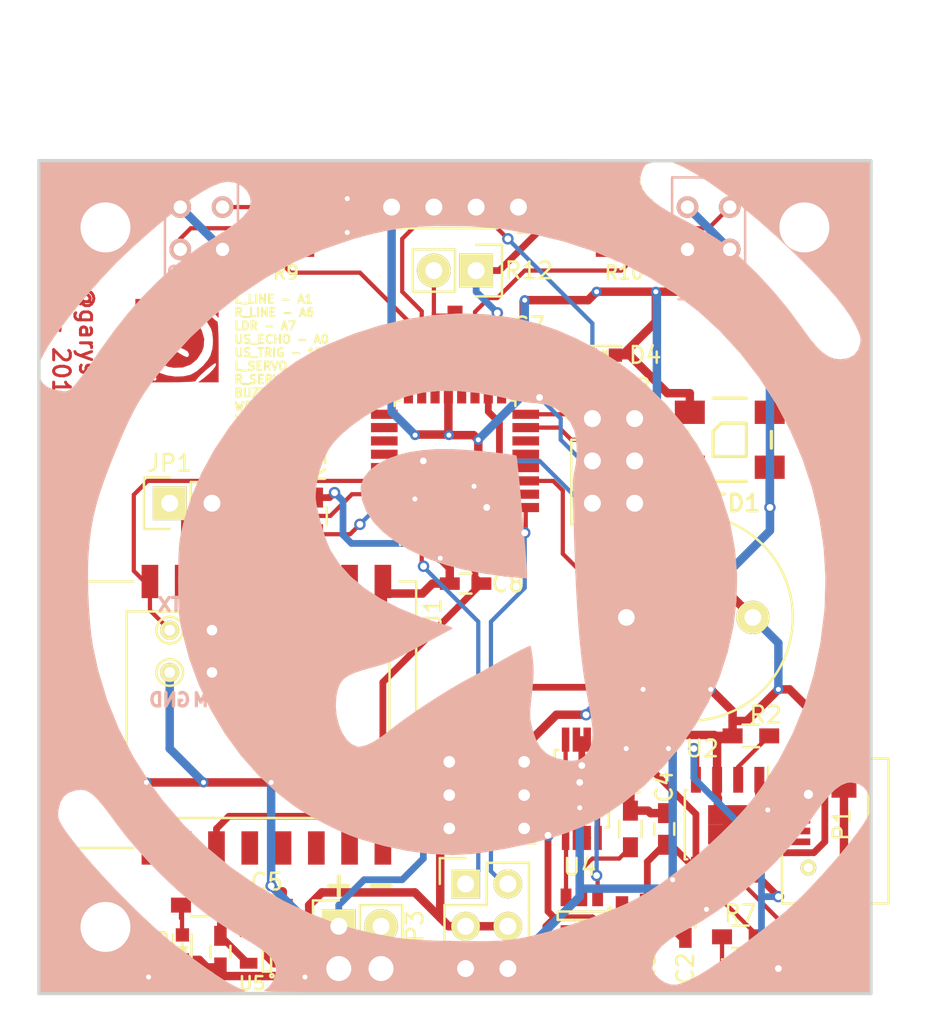
<source format=kicad_pcb>
(kicad_pcb (version 20171130) (host pcbnew "(5.1.12)-1")

  (general
    (thickness 1.6)
    (drawings 19)
    (tracks 462)
    (zones 0)
    (modules 81)
    (nets 67)
  )

  (page A4)
  (layers
    (0 F.Cu signal)
    (31 B.Cu signal)
    (32 B.Adhes user hide)
    (33 F.Adhes user hide)
    (34 B.Paste user hide)
    (35 F.Paste user hide)
    (36 B.SilkS user hide)
    (37 F.SilkS user)
    (38 B.Mask user)
    (39 F.Mask user)
    (40 Dwgs.User user)
    (41 Cmts.User user)
    (42 Eco1.User user)
    (43 Eco2.User user)
    (44 Edge.Cuts user)
    (45 Margin user)
    (46 B.CrtYd user)
    (47 F.CrtYd user)
    (48 B.Fab user)
    (49 F.Fab user)
  )

  (setup
    (last_trace_width 0.254)
    (trace_clearance 0.1905)
    (zone_clearance 0.5)
    (zone_45_only yes)
    (trace_min 0.254)
    (via_size 0.6858)
    (via_drill 0.4064)
    (via_min_size 0.6858)
    (via_min_drill 0.3302)
    (uvia_size 0.508)
    (uvia_drill 0.127)
    (uvias_allowed no)
    (uvia_min_size 0.508)
    (uvia_min_drill 0.127)
    (edge_width 0.2)
    (segment_width 0.2)
    (pcb_text_width 0.3)
    (pcb_text_size 1 1)
    (mod_edge_width 0.15)
    (mod_text_size 1 1)
    (mod_text_width 0.15)
    (pad_size 0.95 0.95)
    (pad_drill 0.55)
    (pad_to_mask_clearance 0)
    (aux_axis_origin 15.24 64.77)
    (grid_origin 15.24 15.24)
    (visible_elements 7FFFFFFF)
    (pcbplotparams
      (layerselection 0x010f8_80000001)
      (usegerberextensions true)
      (usegerberattributes true)
      (usegerberadvancedattributes true)
      (creategerberjobfile true)
      (excludeedgelayer true)
      (linewidth 0.100000)
      (plotframeref false)
      (viasonmask false)
      (mode 1)
      (useauxorigin false)
      (hpglpennumber 1)
      (hpglpenspeed 20)
      (hpglpendiameter 15.000000)
      (psnegative false)
      (psa4output false)
      (plotreference true)
      (plotvalue false)
      (plotinvisibletext false)
      (padsonsilk false)
      (subtractmaskfromsilk false)
      (outputformat 1)
      (mirror false)
      (drillshape 0)
      (scaleselection 1)
      (outputdirectory "gerber/"))
  )

  (net 0 "")
  (net 1 BUZZER)
  (net 2 GND)
  (net 3 +5V)
  (net 4 +BATT)
  (net 5 GNDA)
  (net 6 "Net-(C5-Pad1)")
  (net 7 +3V3)
  (net 8 "Net-(D1-Pad1)")
  (net 9 "Net-(D2-Pad1)")
  (net 10 L_SERVO)
  (net 11 R_SERVO)
  (net 12 MOSI)
  (net 13 MISO)
  (net 14 SCK)
  (net 15 "Net-(IC1-Pad20)")
  (net 16 LDR_SENSOR)
  (net 17 ECHO_US1)
  (net 18 RESET)
  (net 19 RXD)
  (net 20 TXD)
  (net 21 URXD_ESP)
  (net 22 "Net-(P1-Pad2)")
  (net 23 "Net-(P1-Pad3)")
  (net 24 "Net-(P1-Pad4)")
  (net 25 PGM_ESP)
  (net 26 VDD)
  (net 27 "Net-(QRD1-PadA)")
  (net 28 "Net-(QRD2-PadA)")
  (net 29 "Net-(R2-Pad1)")
  (net 30 "Net-(R6-Pad2)")
  (net 31 "Net-(R7-Pad2)")
  (net 32 "Net-(R8-Pad2)")
  (net 33 "Net-(SW1-Pad1)")
  (net 34 "Net-(SW1-Pad2)")
  (net 35 "Net-(SW1-Pad3)")
  (net 36 "Net-(SW1-Pad4)")
  (net 37 "Net-(U1-Pad15)")
  (net 38 "Net-(U1-Pad5)")
  (net 39 "Net-(U1-Pad6)")
  (net 40 "Net-(U1-Pad9)")
  (net 41 "Net-(U1-Pad10)")
  (net 42 "Net-(U1-Pad12)")
  (net 43 "Net-(U1-Pad13)")
  (net 44 "Net-(U1-Pad14)")
  (net 45 OD)
  (net 46 OC)
  (net 47 "Net-(U3-Pad4)")
  (net 48 "Net-(U4-Pad1)")
  (net 49 R_LINE)
  (net 50 L_LINE)
  (net 51 "Net-(IC1-Pad12)")
  (net 52 "Net-(IC1-Pad7)")
  (net 53 "Net-(IC1-Pad8)")
  (net 54 "Net-(LED1-Pad2)")
  (net 55 "Net-(IC1-Pad13)")
  (net 56 "Net-(IC1-Pad14)")
  (net 57 "Net-(IC1-Pad26)")
  (net 58 "Net-(IC1-Pad27)")
  (net 59 "Net-(IC1-Pad28)")
  (net 60 "Net-(IC1-Pad32)")
  (net 61 "Net-(IC1-Pad1)")
  (net 62 "Net-(IC1-Pad10)")
  (net 63 "Net-(IC1-Pad25)")
  (net 64 "Net-(R1-Pad1)")
  (net 65 "Net-(D3-Pad2)")
  (net 66 "Net-(D4-Pad2)")

  (net_class Default "This is the default net class."
    (clearance 0.1905)
    (trace_width 0.254)
    (via_dia 0.6858)
    (via_drill 0.4064)
    (uvia_dia 0.508)
    (uvia_drill 0.127)
    (add_net BUZZER)
    (add_net ECHO_US1)
    (add_net LDR_SENSOR)
    (add_net L_LINE)
    (add_net L_SERVO)
    (add_net MISO)
    (add_net MOSI)
    (add_net "Net-(C5-Pad1)")
    (add_net "Net-(D1-Pad1)")
    (add_net "Net-(D2-Pad1)")
    (add_net "Net-(D3-Pad2)")
    (add_net "Net-(D4-Pad2)")
    (add_net "Net-(IC1-Pad1)")
    (add_net "Net-(IC1-Pad10)")
    (add_net "Net-(IC1-Pad12)")
    (add_net "Net-(IC1-Pad13)")
    (add_net "Net-(IC1-Pad14)")
    (add_net "Net-(IC1-Pad20)")
    (add_net "Net-(IC1-Pad25)")
    (add_net "Net-(IC1-Pad26)")
    (add_net "Net-(IC1-Pad27)")
    (add_net "Net-(IC1-Pad28)")
    (add_net "Net-(IC1-Pad32)")
    (add_net "Net-(IC1-Pad7)")
    (add_net "Net-(IC1-Pad8)")
    (add_net "Net-(LED1-Pad2)")
    (add_net "Net-(P1-Pad2)")
    (add_net "Net-(P1-Pad3)")
    (add_net "Net-(P1-Pad4)")
    (add_net "Net-(QRD1-PadA)")
    (add_net "Net-(QRD2-PadA)")
    (add_net "Net-(R1-Pad1)")
    (add_net "Net-(R2-Pad1)")
    (add_net "Net-(R6-Pad2)")
    (add_net "Net-(R7-Pad2)")
    (add_net "Net-(R8-Pad2)")
    (add_net "Net-(SW1-Pad1)")
    (add_net "Net-(SW1-Pad2)")
    (add_net "Net-(SW1-Pad3)")
    (add_net "Net-(SW1-Pad4)")
    (add_net "Net-(U1-Pad10)")
    (add_net "Net-(U1-Pad12)")
    (add_net "Net-(U1-Pad13)")
    (add_net "Net-(U1-Pad14)")
    (add_net "Net-(U1-Pad15)")
    (add_net "Net-(U1-Pad5)")
    (add_net "Net-(U1-Pad6)")
    (add_net "Net-(U1-Pad9)")
    (add_net "Net-(U3-Pad4)")
    (add_net "Net-(U4-Pad1)")
    (add_net OC)
    (add_net OD)
    (add_net PGM_ESP)
    (add_net RESET)
    (add_net RXD)
    (add_net R_LINE)
    (add_net R_SERVO)
    (add_net SCK)
    (add_net TXD)
    (add_net URXD_ESP)
  )

  (net_class BATT ""
    (clearance 0.1905)
    (trace_width 0.4064)
    (via_dia 0.6858)
    (via_drill 0.4064)
    (uvia_dia 0.508)
    (uvia_drill 0.127)
    (add_net +BATT)
    (add_net GNDA)
  )

  (net_class POWER ""
    (clearance 0.1905)
    (trace_width 0.508)
    (via_dia 0.6858)
    (via_drill 0.4064)
    (uvia_dia 0.508)
    (uvia_drill 0.127)
    (add_net GND)
    (add_net VDD)
  )

  (net_class SIGNAL_POWER ""
    (clearance 0.1905)
    (trace_width 0.4064)
    (via_dia 0.6858)
    (via_drill 0.4064)
    (uvia_dia 0.508)
    (uvia_drill 0.127)
    (add_net +3V3)
    (add_net +5V)
  )

  (module RoDI:VIA-0.6mm (layer F.Cu) (tedit 55F7126A) (tstamp 572A61A5)
    (at 58.801 53.975)
    (fp_text reference REF**11_3 (at 0 1.27) (layer F.SilkS) hide
      (effects (font (size 1 1) (thickness 0.15)))
    )
    (fp_text value VIA-0.6mm (at 0 -1.27) (layer F.Fab) hide
      (effects (font (size 1 1) (thickness 0.15)))
    )
    (pad 1 thru_hole circle (at 0 0) (size 0.6 0.6) (drill 0.3) (layers *.Cu)
      (net 2 GND) (zone_connect 2))
  )

  (module RoDI:VIA-0.6mm (layer F.Cu) (tedit 55F7126A) (tstamp 572A4674)
    (at 47.498 53.848)
    (fp_text reference REF**_27 (at 0 1.27) (layer F.SilkS) hide
      (effects (font (size 1 1) (thickness 0.15)))
    )
    (fp_text value VIA-0.6mm (at 0 -1.27) (layer F.Fab) hide
      (effects (font (size 1 1) (thickness 0.15)))
    )
    (pad 1 thru_hole circle (at 0 0) (size 0.6 0.6) (drill 0.3) (layers *.Cu)
      (net 2 GND) (zone_connect 2))
  )

  (module RoDI:VIA-0.6mm (layer F.Cu) (tedit 55F7126A) (tstamp 572A4624)
    (at 30.988 64.008)
    (fp_text reference REF**11_2 (at 0 1.27) (layer F.SilkS) hide
      (effects (font (size 1 1) (thickness 0.15)))
    )
    (fp_text value VIA-0.6mm (at 0 -1.27) (layer F.Fab) hide
      (effects (font (size 1 1) (thickness 0.15)))
    )
    (pad 1 thru_hole circle (at 0 0) (size 0.6 0.6) (drill 0.3) (layers *.Cu)
      (net 2 GND) (zone_connect 2))
  )

  (module Mounting_Holes:MountingHole_3mm (layer F.Cu) (tedit 55F66E10) (tstamp 570CE2B6)
    (at 19 61)
    (descr "Mounting hole, Befestigungsbohrung, 3mm, No Annular, Kein Restring,")
    (tags "Mounting hole, Befestigungsbohrung, 3mm, No Annular, Kein Restring,")
    (fp_text reference REF**_26 (at 0 -4.0005) (layer F.SilkS) hide
      (effects (font (size 1 1) (thickness 0.15)))
    )
    (fp_text value MountingHole_3mm (at 1.00076 5.00126) (layer F.Fab)
      (effects (font (size 1 1) (thickness 0.15)))
    )
    (fp_circle (center 0 0) (end 3 0) (layer Cmts.User) (width 0.381))
    (pad 1 thru_hole circle (at 0 0) (size 3 3) (drill 3) (layers *.Cu *.Mask))
  )

  (module RoDI:ESP8266_ESP-07 (layer F.Cu) (tedit 55F77B59) (tstamp 55F4F561)
    (at 26.67 48.26 180)
    (path /55D41FCF)
    (fp_text reference U1 (at -12 6 270) (layer F.SilkS)
      (effects (font (size 1 1) (thickness 0.15)))
    )
    (fp_text value ESP8266-07 (at 12 -5 270) (layer F.Fab)
      (effects (font (size 1 1) (thickness 0.15)))
    )
    (fp_line (start 6 -8) (end 11 -8) (layer F.SilkS) (width 0.15))
    (fp_line (start -11 8) (end -11 -8) (layer F.SilkS) (width 0.15))
    (fp_line (start 11 8) (end 6 8) (layer F.SilkS) (width 0.15))
    (fp_line (start 11 -8) (end 11 8) (layer F.SilkS) (width 0.15))
    (fp_line (start 6.4 -6.2) (end -9.4 -6.2) (layer F.SilkS) (width 0.15))
    (fp_line (start 6.4 6.2) (end 6.4 -6.2) (layer F.SilkS) (width 0.15))
    (fp_line (start -9.4 6.2) (end 6.4 6.2) (layer F.SilkS) (width 0.15))
    (fp_line (start -9.4 -6.2) (end -9.4 6.2) (layer F.SilkS) (width 0.15))
    (fp_line (start -11 -8) (end -10 -8) (layer F.SilkS) (width 0.15))
    (fp_line (start -11 8) (end -10 8) (layer F.SilkS) (width 0.15))
    (fp_line (start -11 9) (end -11 -9) (layer F.CrtYd) (width 0.05))
    (fp_line (start 11 9) (end -11 9) (layer F.CrtYd) (width 0.05))
    (fp_line (start 11 -9) (end 11 9) (layer F.CrtYd) (width 0.05))
    (fp_line (start -11 -9) (end 11 -9) (layer F.CrtYd) (width 0.05))
    (pad 16 smd rect (at -9 -8 180) (size 1 2) (layers F.Cu F.Paste F.Mask)
      (net 7 +3V3))
    (pad 15 smd rect (at -7 -8 180) (size 1 2) (layers F.Cu F.Paste F.Mask)
      (net 37 "Net-(U1-Pad15)"))
    (pad 1 smd rect (at -9 8 180) (size 1 2) (layers F.Cu F.Paste F.Mask)
      (net 2 GND))
    (pad 2 smd rect (at -7 8 180) (size 1 2) (layers F.Cu F.Paste F.Mask)
      (net 2 GND))
    (pad 3 smd rect (at -5 8 180) (size 1 2) (layers F.Cu F.Paste F.Mask)
      (net 18 RESET))
    (pad 4 smd rect (at -3 8 180) (size 1 2) (layers F.Cu F.Paste F.Mask)
      (net 25 PGM_ESP))
    (pad 5 smd rect (at -1 8 180) (size 1 2) (layers F.Cu F.Paste F.Mask)
      (net 38 "Net-(U1-Pad5)"))
    (pad 6 smd rect (at 1 8 180) (size 1 2) (layers F.Cu F.Paste F.Mask)
      (net 39 "Net-(U1-Pad6)"))
    (pad 7 smd rect (at 3 8 180) (size 1 2) (layers F.Cu F.Paste F.Mask)
      (net 21 URXD_ESP))
    (pad 8 smd rect (at 5 8 180) (size 1 2) (layers F.Cu F.Paste F.Mask)
      (net 19 RXD))
    (pad 9 smd rect (at 5 -8 180) (size 1 2) (layers F.Cu F.Paste F.Mask)
      (net 40 "Net-(U1-Pad9)"))
    (pad 10 smd rect (at 3 -8 180) (size 1 2) (layers F.Cu F.Paste F.Mask)
      (net 41 "Net-(U1-Pad10)"))
    (pad 11 smd rect (at 1 -8 180) (size 1 2) (layers F.Cu F.Paste F.Mask)
      (net 7 +3V3))
    (pad 12 smd rect (at -1 -8 180) (size 1 2) (layers F.Cu F.Paste F.Mask)
      (net 42 "Net-(U1-Pad12)"))
    (pad 13 smd rect (at -3 -8 180) (size 1 2) (layers F.Cu F.Paste F.Mask)
      (net 43 "Net-(U1-Pad13)"))
    (pad 14 smd rect (at -5 -8 180) (size 1 2) (layers F.Cu F.Paste F.Mask)
      (net 44 "Net-(U1-Pad14)"))
    (model ESP-07v2.wrl
      (offset (xyz 5.079999923706055 6.984999895095826 0))
      (scale (xyz 0.4 0.4 0.4))
      (rotate (xyz 0 0 90))
    )
  )

  (module RoDI:VIA-0.6mm (layer F.Cu) (tedit 55F7126A) (tstamp 55F7145F)
    (at 21.59 64.008)
    (fp_text reference REF**_25 (at 0 1.27) (layer F.SilkS) hide
      (effects (font (size 1 1) (thickness 0.15)))
    )
    (fp_text value VIA-0.6mm (at 0 -1.27) (layer F.Fab) hide
      (effects (font (size 1 1) (thickness 0.15)))
    )
    (pad 1 thru_hole circle (at 0 0) (size 0.6 0.6) (drill 0.3) (layers *.Cu)
      (net 2 GND) (zone_connect 2))
  )

  (module RoDI:VIA-0.6mm (layer F.Cu) (tedit 55F7126A) (tstamp 55F71405)
    (at 33.528 19.304)
    (fp_text reference REF**_24 (at 0 1.27) (layer F.SilkS) hide
      (effects (font (size 1 1) (thickness 0.15)))
    )
    (fp_text value VIA-0.6mm (at 0 -1.27) (layer F.Fab) hide
      (effects (font (size 1 1) (thickness 0.15)))
    )
    (pad 1 thru_hole circle (at 0 0) (size 0.6 0.6) (drill 0.3) (layers *.Cu)
      (net 2 GND) (zone_connect 2))
  )

  (module RoDI:VIA-0.6mm (layer F.Cu) (tedit 55F7126A) (tstamp 55F71400)
    (at 33.528 17.272)
    (fp_text reference REF**_23 (at 0 1.27) (layer F.SilkS) hide
      (effects (font (size 1 1) (thickness 0.15)))
    )
    (fp_text value VIA-0.6mm (at 0 -1.27) (layer F.Fab) hide
      (effects (font (size 1 1) (thickness 0.15)))
    )
    (pad 1 thru_hole circle (at 0 0) (size 0.6 0.6) (drill 0.3) (layers *.Cu)
      (net 2 GND) (zone_connect 2))
  )

  (module RoDI:VIA-0.6mm (layer F.Cu) (tedit 55F7126A) (tstamp 55F713E9)
    (at 52.07 22.86)
    (fp_text reference REF**_22 (at 0 1.27) (layer F.SilkS) hide
      (effects (font (size 1 1) (thickness 0.15)))
    )
    (fp_text value VIA-0.6mm (at 0 -1.27) (layer F.Fab) hide
      (effects (font (size 1 1) (thickness 0.15)))
    )
    (pad 1 thru_hole circle (at 0 0) (size 0.6 0.6) (drill 0.3) (layers *.Cu)
      (net 2 GND) (zone_connect 2))
  )

  (module RoDI:VIA-0.6mm (layer F.Cu) (tedit 55F7126A) (tstamp 55F713E1)
    (at 48.514 22.86)
    (fp_text reference REF**_21 (at 0 1.27) (layer F.SilkS) hide
      (effects (font (size 1 1) (thickness 0.15)))
    )
    (fp_text value VIA-0.6mm (at 0 -1.27) (layer F.Fab) hide
      (effects (font (size 1 1) (thickness 0.15)))
    )
    (pad 1 thru_hole circle (at 0 0) (size 0.6 0.6) (drill 0.3) (layers *.Cu)
      (net 2 GND) (zone_connect 2))
  )

  (module RoDI:VIA-0.6mm (layer F.Cu) (tedit 55F7126A) (tstamp 55F713DC)
    (at 44.196 23.368)
    (fp_text reference REF**_20 (at 0 1.27) (layer F.SilkS) hide
      (effects (font (size 1 1) (thickness 0.15)))
    )
    (fp_text value VIA-0.6mm (at 0 -1.27) (layer F.Fab) hide
      (effects (font (size 1 1) (thickness 0.15)))
    )
    (pad 1 thru_hole circle (at 0 0) (size 0.6 0.6) (drill 0.3) (layers *.Cu)
      (net 2 GND) (zone_connect 2))
  )

  (module RoDI:VIA-0.6mm (layer F.Cu) (tedit 55F7126A) (tstamp 55F713B8)
    (at 51.308 46.736)
    (fp_text reference REF**_19 (at 0 1.27) (layer F.SilkS) hide
      (effects (font (size 1 1) (thickness 0.15)))
    )
    (fp_text value VIA-0.6mm (at 0 -1.27) (layer F.Fab) hide
      (effects (font (size 1 1) (thickness 0.15)))
    )
    (pad 1 thru_hole circle (at 0 0) (size 0.6 0.6) (drill 0.3) (layers *.Cu)
      (net 2 GND) (zone_connect 2))
  )

  (module RoDI:VIA-0.6mm (layer F.Cu) (tedit 55F7126A) (tstamp 55F713B1)
    (at 55.372 46.736)
    (fp_text reference REF**_18 (at 0 1.27) (layer F.SilkS) hide
      (effects (font (size 1 1) (thickness 0.15)))
    )
    (fp_text value VIA-0.6mm (at 0 -1.27) (layer F.Fab) hide
      (effects (font (size 1 1) (thickness 0.15)))
    )
    (pad 1 thru_hole circle (at 0 0) (size 0.6 0.6) (drill 0.3) (layers *.Cu)
      (net 2 GND) (zone_connect 2))
  )

  (module RoDI:VIA-0.6mm (layer F.Cu) (tedit 55F7126A) (tstamp 55F7132B)
    (at 59.436 46.736)
    (fp_text reference REF**_17 (at 0 1.27) (layer F.SilkS) hide
      (effects (font (size 1 1) (thickness 0.15)))
    )
    (fp_text value VIA-0.6mm (at 0 -1.27) (layer F.Fab) hide
      (effects (font (size 1 1) (thickness 0.15)))
    )
    (pad 1 thru_hole circle (at 0 0) (size 0.6 0.6) (drill 0.3) (layers *.Cu)
      (net 2 GND) (zone_connect 2))
  )

  (module RoDI:VIA-0.6mm (layer F.Cu) (tedit 55F7126A) (tstamp 55F71310)
    (at 24.892 52.324)
    (fp_text reference REF**11 (at 0 1.27) (layer F.SilkS) hide
      (effects (font (size 1 1) (thickness 0.15)))
    )
    (fp_text value VIA-0.6mm (at 0 -1.27) (layer F.Fab) hide
      (effects (font (size 1 1) (thickness 0.15)))
    )
    (pad 1 thru_hole circle (at 0 0) (size 0.6 0.6) (drill 0.3) (layers *.Cu)
      (net 2 GND) (zone_connect 2))
  )

  (module RoDI:VIA-0.6mm (layer F.Cu) (tedit 55F7126A) (tstamp 55F71308)
    (at 28.956 52.324)
    (fp_text reference REF**_16 (at 0 1.27) (layer F.SilkS) hide
      (effects (font (size 1 1) (thickness 0.15)))
    )
    (fp_text value VIA-0.6mm (at 0 -1.27) (layer F.Fab) hide
      (effects (font (size 1 1) (thickness 0.15)))
    )
    (pad 1 thru_hole circle (at 0 0) (size 0.6 0.6) (drill 0.3) (layers *.Cu)
      (net 2 GND) (zone_connect 2))
  )

  (module RoDI:VIA-0.6mm (layer F.Cu) (tedit 55F7126A) (tstamp 55F71300)
    (at 21.463 52.324)
    (fp_text reference REF**_15 (at 0 1.27) (layer F.SilkS) hide
      (effects (font (size 1 1) (thickness 0.15)))
    )
    (fp_text value VIA-0.6mm (at 0 -1.27) (layer F.Fab) hide
      (effects (font (size 1 1) (thickness 0.15)))
    )
    (pad 1 thru_hole circle (at 0 0) (size 0.6 0.6) (drill 0.3) (layers *.Cu)
      (net 2 GND) (zone_connect 2))
  )

  (module RoDI:VIA-0.6mm (layer F.Cu) (tedit 55F7126A) (tstamp 55F712F8)
    (at 55.118 59.944)
    (fp_text reference REF**_14 (at 0 1.27) (layer F.SilkS) hide
      (effects (font (size 1 1) (thickness 0.15)))
    )
    (fp_text value VIA-0.6mm (at 0 -1.27) (layer F.Fab) hide
      (effects (font (size 1 1) (thickness 0.15)))
    )
    (pad 1 thru_hole circle (at 0 0) (size 0.6 0.6) (drill 0.3) (layers *.Cu)
      (net 2 GND) (zone_connect 2))
  )

  (module RoDI:VIA-0.6mm (layer F.Cu) (tedit 55F7126A) (tstamp 55F712F4)
    (at 50.292 50.292)
    (fp_text reference REF**_13 (at 0 1.27) (layer F.SilkS) hide
      (effects (font (size 1 1) (thickness 0.15)))
    )
    (fp_text value VIA-0.6mm (at 0 -1.27) (layer F.Fab) hide
      (effects (font (size 1 1) (thickness 0.15)))
    )
    (pad 1 thru_hole circle (at 0 0) (size 0.6 0.6) (drill 0.3) (layers *.Cu)
      (net 2 GND) (zone_connect 2))
  )

  (module RoDI:VIA-0.6mm (layer F.Cu) (tedit 55F7126A) (tstamp 55F712F0)
    (at 53.086 58.166)
    (fp_text reference REF**_12 (at 0 1.27) (layer F.SilkS) hide
      (effects (font (size 1 1) (thickness 0.15)))
    )
    (fp_text value VIA-0.6mm (at 0 -1.27) (layer F.Fab) hide
      (effects (font (size 1 1) (thickness 0.15)))
    )
    (pad 1 thru_hole circle (at 0 0) (size 0.6 0.6) (drill 0.3) (layers *.Cu)
      (net 2 GND) (zone_connect 2))
  )

  (module RoDI:VIA-0.6mm (layer F.Cu) (tedit 55F7126A) (tstamp 55F712EC)
    (at 52.832 50.292)
    (fp_text reference REF**_11 (at 0 1.27) (layer F.SilkS) hide
      (effects (font (size 1 1) (thickness 0.15)))
    )
    (fp_text value VIA-0.6mm (at 0 -1.27) (layer F.Fab) hide
      (effects (font (size 1 1) (thickness 0.15)))
    )
    (pad 1 thru_hole circle (at 0 0) (size 0.6 0.6) (drill 0.3) (layers *.Cu)
      (net 2 GND) (zone_connect 2))
  )

  (module RoDI:VIA-0.6mm (layer F.Cu) (tedit 55F7126A) (tstamp 55F712E4)
    (at 41.402 31.75)
    (fp_text reference REF**_10 (at 0 1.27) (layer F.SilkS) hide
      (effects (font (size 1 1) (thickness 0.15)))
    )
    (fp_text value VIA-0.6mm (at 0 -1.27) (layer F.Fab) hide
      (effects (font (size 1 1) (thickness 0.15)))
    )
    (pad 1 thru_hole circle (at 0 0) (size 0.6 0.6) (drill 0.3) (layers *.Cu)
      (net 2 GND) (zone_connect 2))
  )

  (module RoDI:VIA-0.6mm (layer F.Cu) (tedit 55F7126A) (tstamp 55F712E0)
    (at 39.638 31.472)
    (fp_text reference REF**_9 (at 0 1.27) (layer F.SilkS) hide
      (effects (font (size 1 1) (thickness 0.15)))
    )
    (fp_text value VIA-0.6mm (at 0 -1.27) (layer F.Fab) hide
      (effects (font (size 1 1) (thickness 0.15)))
    )
    (pad 1 thru_hole circle (at 0 0) (size 0.6 0.6) (drill 0.3) (layers *.Cu)
      (net 2 GND) (zone_connect 2))
  )

  (module RoDI:VIA-0.6mm (layer F.Cu) (tedit 55F7126A) (tstamp 55F712DC)
    (at 37.606 31.472)
    (fp_text reference REF**_8 (at 0 1.27) (layer F.SilkS) hide
      (effects (font (size 1 1) (thickness 0.15)))
    )
    (fp_text value VIA-0.6mm (at 0 -1.27) (layer F.Fab) hide
      (effects (font (size 1 1) (thickness 0.15)))
    )
    (pad 1 thru_hole circle (at 0 0) (size 0.6 0.6) (drill 0.3) (layers *.Cu)
      (net 2 GND) (zone_connect 2))
  )

  (module RoDI:VIA-0.6mm (layer F.Cu) (tedit 55F7126A) (tstamp 55F712D8)
    (at 41.148 34.544)
    (fp_text reference REF**_7 (at 0 1.27) (layer F.SilkS) hide
      (effects (font (size 1 1) (thickness 0.15)))
    )
    (fp_text value VIA-0.6mm (at 0 -1.27) (layer F.Fab) hide
      (effects (font (size 1 1) (thickness 0.15)))
    )
    (pad 1 thru_hole circle (at 0 0) (size 0.6 0.6) (drill 0.3) (layers *.Cu)
      (net 2 GND) (zone_connect 2))
  )

  (module RoDI:VIA-0.6mm (layer F.Cu) (tedit 55F7126A) (tstamp 55F712D4)
    (at 37.592 35.306)
    (fp_text reference REF**_6 (at 0 1.27) (layer F.SilkS) hide
      (effects (font (size 1 1) (thickness 0.15)))
    )
    (fp_text value VIA-0.6mm (at 0 -1.27) (layer F.Fab) hide
      (effects (font (size 1 1) (thickness 0.15)))
    )
    (pad 1 thru_hole circle (at 0 0) (size 0.6 0.6) (drill 0.3) (layers *.Cu)
      (net 2 GND) (zone_connect 2))
  )

  (module RoDI:RoDI_Logo_CopperTop_5mm_Inv (layer F.Cu) (tedit 55F65DC0) (tstamp 55F6642B)
    (at 23.255 25.757)
    (fp_text reference G***_3 (at 0 -3.81) (layer F.SilkS) hide
      (effects (font (size 1.524 1.524) (thickness 0.3)))
    )
    (fp_text value RoDI_Logo_CopperTop_5mm_Inv (at 0 3.81) (layer F.SilkS) hide
      (effects (font (size 1.524 1.524) (thickness 0.3)))
    )
    (fp_poly (pts (xy 0.243895 -0.664636) (xy 0.435995 -0.633344) (xy 0.458742 -0.625942) (xy 0.579528 -0.523232)
      (xy 0.567213 -0.383678) (xy 0.445 -0.235576) (xy 0.236089 -0.107224) (xy -0.031832 -0.027637)
      (xy -0.338667 0.022156) (xy -0.338667 -0.677333) (xy -0.006925 -0.677333) (xy 0.243895 -0.664636)) (layer F.Cu) (width 0.01))
    (fp_poly (pts (xy 0.48876 -1.431401) (xy 0.600778 -1.394138) (xy 1.040392 -1.173857) (xy 1.361063 -0.852101)
      (xy 1.53331 -0.550333) (xy 1.673005 -0.071622) (xy 1.644237 0.402622) (xy 1.532817 0.719667)
      (xy 1.243115 1.166558) (xy 0.857912 1.478014) (xy 0.391184 1.64778) (xy -0.14309 1.6696)
      (xy -0.467438 1.61466) (xy -0.89754 1.431665) (xy -1.238131 1.129734) (xy -1.453181 0.778876)
      (xy -0.729109 0.778876) (xy -0.726523 1.012099) (xy -0.714497 1.109032) (xy -0.617699 1.166295)
      (xy -0.514958 1.095871) (xy -0.440448 0.934586) (xy -0.423333 0.795275) (xy -0.405891 0.602976)
      (xy -0.363174 0.509668) (xy -0.35591 0.508) (xy -0.254224 0.55011) (xy -0.055648 0.659955)
      (xy 0.170942 0.797678) (xy 0.460369 0.967484) (xy 0.639928 1.034083) (xy 0.732686 0.999166)
      (xy 0.761705 0.864422) (xy 0.762 0.840984) (xy 0.69207 0.694866) (xy 0.471704 0.560937)
      (xy 0.412234 0.536014) (xy 0.062469 0.396065) (xy 0.367287 0.239684) (xy 0.666706 0.02017)
      (xy 0.825131 -0.242833) (xy 0.835647 -0.521796) (xy 0.691334 -0.789192) (xy 0.639277 -0.842649)
      (xy 0.361651 -0.996252) (xy -0.010091 -1.048392) (xy -0.429911 -0.992637) (xy -0.431459 -0.992232)
      (xy -0.525469 -0.96168) (xy -0.589834 -0.908245) (xy -0.632452 -0.801657) (xy -0.661224 -0.611648)
      (xy -0.684049 -0.307948) (xy -0.704168 0.052736) (xy -0.721539 0.447009) (xy -0.729109 0.778876)
      (xy -1.453181 0.778876) (xy -1.476486 0.740854) (xy -1.599882 0.29701) (xy -1.595595 -0.169812)
      (xy -1.4509 -0.627625) (xy -1.398228 -0.72521) (xy -1.154197 -1.033814) (xy -0.805924 -1.273673)
      (xy -0.746604 -1.304148) (xy -0.31947 -1.472522) (xy 0.069643 -1.513425) (xy 0.48876 -1.431401)) (layer F.Cu) (width 0.01))
    (fp_poly (pts (xy 2.54 -1.336035) (xy 2.072546 -1.811017) (xy 1.829653 -2.037155) (xy 1.610761 -2.204865)
      (xy 1.456696 -2.283613) (xy 1.437546 -2.286) (xy 1.300727 -2.267728) (xy 1.27 -2.24296)
      (xy 1.327692 -2.161315) (xy 1.478391 -1.999256) (xy 1.688531 -1.788853) (xy 1.924545 -1.562178)
      (xy 2.152866 -1.351302) (xy 2.339929 -1.188297) (xy 2.452166 -1.105232) (xy 2.465555 -1.100667)
      (xy 2.487418 -1.020078) (xy 2.506743 -0.794607) (xy 2.52253 -0.4487) (xy 2.533778 -0.0068)
      (xy 2.539489 0.506648) (xy 2.54 0.719667) (xy 2.54 2.54) (xy 1.330316 2.54)
      (xy 1.716908 2.244815) (xy 2.000315 2.004453) (xy 2.222134 1.770717) (xy 2.361194 1.571071)
      (xy 2.396321 1.432978) (xy 2.370567 1.396939) (xy 2.276924 1.427582) (xy 2.099624 1.548978)
      (xy 1.873157 1.730577) (xy 1.632014 1.941828) (xy 1.410685 2.15218) (xy 1.243663 2.331082)
      (xy 1.165437 2.447984) (xy 1.164167 2.465527) (xy 1.08998 2.487533) (xy 0.870118 2.506914)
      (xy 0.52823 2.522692) (xy 0.087966 2.533887) (xy -0.427024 2.539521) (xy -0.635 2.54)
      (xy -2.455333 2.54) (xy -2.455333 1.485418) (xy -2.200371 1.794732) (xy -1.976842 2.026217)
      (xy -1.718437 2.23646) (xy -1.473202 2.390933) (xy -1.289182 2.455108) (xy -1.281173 2.455333)
      (xy -1.196219 2.38694) (xy -1.185333 2.328333) (xy -1.234373 2.215714) (xy -1.276286 2.201333)
      (xy -1.376633 2.146387) (xy -1.561388 2.000642) (xy -1.794926 1.792741) (xy -1.855134 1.735959)
      (xy -2.08872 1.525847) (xy -2.276751 1.380208) (xy -2.386802 1.323433) (xy -2.399182 1.326737)
      (xy -2.415214 1.262581) (xy -2.429463 1.051984) (xy -2.441239 0.717832) (xy -2.448723 0.339905)
      (xy -2.168656 0.339905) (xy -2.024192 0.863598) (xy -1.751011 1.343679) (xy -1.368264 1.744375)
      (xy -1.00245 1.980561) (xy -0.57179 2.129957) (xy -0.075385 2.201699) (xy 0.419204 2.192132)
      (xy 0.844412 2.0976) (xy 0.882369 2.08256) (xy 1.243466 1.870389) (xy 1.603388 1.557636)
      (xy 1.904074 1.200837) (xy 2.054541 0.941163) (xy 2.178526 0.511633) (xy 2.215524 0.025925)
      (xy 2.164185 -0.440572) (xy 2.083862 -0.695348) (xy 1.783415 -1.188711) (xy 1.369169 -1.58289)
      (xy 0.87221 -1.863982) (xy 0.323624 -2.018084) (xy -0.245504 -2.031293) (xy -0.685866 -1.934105)
      (xy -1.196601 -1.675986) (xy -1.629912 -1.291476) (xy -1.95704 -0.814448) (xy -2.149227 -0.278775)
      (xy -2.165256 -0.191629) (xy -2.168656 0.339905) (xy -2.448723 0.339905) (xy -2.44985 0.283014)
      (xy -2.454609 -0.229583) (xy -2.455333 -0.536222) (xy -2.455333 -2.455333) (xy -1.8415 -2.452759)
      (xy -1.532736 -2.446908) (xy -1.373162 -2.429764) (xy -1.342779 -2.397033) (xy -1.397 -2.357314)
      (xy -1.570728 -2.235175) (xy -1.788823 -2.046232) (xy -2.014307 -1.827639) (xy -2.210202 -1.616553)
      (xy -2.33953 -1.450126) (xy -2.370667 -1.379016) (xy -2.326306 -1.276713) (xy -2.201815 -1.309774)
      (xy -2.010081 -1.472066) (xy -1.883458 -1.610887) (xy -1.664043 -1.836312) (xy -1.438756 -2.021072)
      (xy -1.346169 -2.078728) (xy -1.176377 -2.201407) (xy -1.100901 -2.324924) (xy -1.100667 -2.330508)
      (xy -1.07925 -2.372296) (xy -1.001799 -2.403831) (xy -0.848513 -2.426472) (xy -0.599592 -2.441576)
      (xy -0.235234 -2.4505) (xy 0.26436 -2.454603) (xy 0.719667 -2.455333) (xy 2.54 -2.455333)
      (xy 2.54 -1.336035)) (layer F.Cu) (width 0.01))
  )

  (module Pin_Headers:Pin_Header_Straight_1x04 (layer F.Cu) (tedit 55F63ED1) (tstamp 55F4FF98)
    (at 43.815 17.78 270)
    (descr "Through hole pin header")
    (tags "pin header")
    (path /55E0ECF9)
    (fp_text reference P12 (at -1.905 7.62) (layer F.SilkS)
      (effects (font (size 1 1) (thickness 0.15)))
    )
    (fp_text value US1 (at 0 -3.1 270) (layer F.Fab)
      (effects (font (size 1 1) (thickness 0.15)))
    )
    (fp_line (start -1.55 -1.55) (end 1.55 -1.55) (layer F.SilkS) (width 0.15))
    (fp_line (start -1.55 0) (end -1.55 -1.55) (layer F.SilkS) (width 0.15))
    (fp_line (start 1.27 1.27) (end -1.27 1.27) (layer F.SilkS) (width 0.15))
    (fp_line (start -1.27 8.89) (end 1.27 8.89) (layer F.SilkS) (width 0.15))
    (fp_line (start 1.55 -1.55) (end 1.55 0) (layer F.SilkS) (width 0.15))
    (fp_line (start 1.27 1.27) (end 1.27 8.89) (layer F.SilkS) (width 0.15))
    (fp_line (start -1.27 1.27) (end -1.27 8.89) (layer F.SilkS) (width 0.15))
    (fp_line (start -1.75 9.4) (end 1.75 9.4) (layer F.CrtYd) (width 0.05))
    (fp_line (start -1.75 -1.75) (end 1.75 -1.75) (layer F.CrtYd) (width 0.05))
    (fp_line (start 1.75 -1.75) (end 1.75 9.4) (layer F.CrtYd) (width 0.05))
    (fp_line (start -1.75 -1.75) (end -1.75 9.4) (layer F.CrtYd) (width 0.05))
    (pad 1 thru_hole rect (at 0 0 270) (size 2.032 1.7272) (drill 1.016) (layers *.Cu *.Mask F.SilkS)
      (net 26 VDD))
    (pad 2 thru_hole oval (at 0 2.54 270) (size 2.032 1.7272) (drill 1.016) (layers *.Cu *.Mask F.SilkS)
      (net 13 MISO))
    (pad 3 thru_hole oval (at 0 5.08 270) (size 2.032 1.7272) (drill 1.016) (layers *.Cu *.Mask F.SilkS)
      (net 17 ECHO_US1))
    (pad 4 thru_hole oval (at 0 7.62 270) (size 2.032 1.7272) (drill 1.016) (layers *.Cu *.Mask F.SilkS)
      (net 2 GND))
    (model Pin_Headers.3dshapes/Pin_Header_Straight_1x04.wrl
      (offset (xyz 0 -3.809999942779541 0))
      (scale (xyz 1 1 1))
      (rotate (xyz 0 0 90))
    )
  )

  (module Capacitors_SMD:C_0603_HandSoldering (layer F.Cu) (tedit 572A5BCB) (tstamp 55F4F3DF)
    (at 62.23 49.53)
    (descr "Capacitor SMD 0603, hand soldering")
    (tags "capacitor 0603")
    (path /55DE891C)
    (attr smd)
    (fp_text reference C1 (at 0 -1.27) (layer F.SilkS)
      (effects (font (size 1 1) (thickness 0.15)))
    )
    (fp_text value 10u (at 0 1.9) (layer F.Fab)
      (effects (font (size 1 1) (thickness 0.15)))
    )
    (fp_line (start 0.35 0.6) (end -0.35 0.6) (layer F.SilkS) (width 0.15))
    (fp_line (start -0.35 -0.6) (end 0.35 -0.6) (layer F.SilkS) (width 0.15))
    (fp_line (start 1.85 -0.75) (end 1.85 0.75) (layer F.CrtYd) (width 0.05))
    (fp_line (start -1.85 -0.75) (end -1.85 0.75) (layer F.CrtYd) (width 0.05))
    (fp_line (start -1.85 0.75) (end 1.85 0.75) (layer F.CrtYd) (width 0.05))
    (fp_line (start -1.85 -0.75) (end 1.85 -0.75) (layer F.CrtYd) (width 0.05))
    (pad 1 smd rect (at -0.95 0) (size 1.2 0.75) (layers F.Cu F.Paste F.Mask)
      (net 3 +5V))
    (pad 2 smd rect (at 0.95 0) (size 1.2 0.75) (layers F.Cu F.Paste F.Mask)
      (net 2 GND))
    (model Capacitors_SMD.3dshapes/C_0603_HandSoldering.wrl
      (at (xyz 0 0 0))
      (scale (xyz 1 1 1))
      (rotate (xyz 0 0 0))
    )
  )

  (module Capacitors_SMD:C_0603_HandSoldering (layer F.Cu) (tedit 55FA0091) (tstamp 55F4F3E5)
    (at 53.848 60.706 90)
    (descr "Capacitor SMD 0603, hand soldering")
    (tags "capacitor 0603")
    (path /55DE8D7A)
    (attr smd)
    (fp_text reference C2 (at -2.794 0 90) (layer F.SilkS)
      (effects (font (size 1 1) (thickness 0.15)))
    )
    (fp_text value 10u (at 0 1.9 90) (layer F.Fab)
      (effects (font (size 1 1) (thickness 0.15)))
    )
    (fp_line (start 0.35 0.6) (end -0.35 0.6) (layer F.SilkS) (width 0.15))
    (fp_line (start -0.35 -0.6) (end 0.35 -0.6) (layer F.SilkS) (width 0.15))
    (fp_line (start 1.85 -0.75) (end 1.85 0.75) (layer F.CrtYd) (width 0.05))
    (fp_line (start -1.85 -0.75) (end -1.85 0.75) (layer F.CrtYd) (width 0.05))
    (fp_line (start -1.85 0.75) (end 1.85 0.75) (layer F.CrtYd) (width 0.05))
    (fp_line (start -1.85 -0.75) (end 1.85 -0.75) (layer F.CrtYd) (width 0.05))
    (pad 1 smd rect (at -0.95 0 90) (size 1.2 0.75) (layers F.Cu F.Paste F.Mask)
      (net 4 +BATT))
    (pad 2 smd rect (at 0.95 0 90) (size 1.2 0.75) (layers F.Cu F.Paste F.Mask)
      (net 2 GND))
    (model Capacitors_SMD.3dshapes/C_0603_HandSoldering.wrl
      (at (xyz 0 0 0))
      (scale (xyz 1 1 1))
      (rotate (xyz 0 0 0))
    )
  )

  (module Capacitors_SMD:C_0603_HandSoldering (layer F.Cu) (tedit 55FA0044) (tstamp 55F4F3EB)
    (at 50.038 60.706 270)
    (descr "Capacitor SMD 0603, hand soldering")
    (tags "capacitor 0603")
    (path /55DF04AD)
    (attr smd)
    (fp_text reference C3 (at 2.794 0 270) (layer F.SilkS)
      (effects (font (size 1 1) (thickness 0.15)))
    )
    (fp_text value 100n (at 0 1.9 270) (layer F.Fab)
      (effects (font (size 1 1) (thickness 0.15)))
    )
    (fp_line (start 0.35 0.6) (end -0.35 0.6) (layer F.SilkS) (width 0.15))
    (fp_line (start -0.35 -0.6) (end 0.35 -0.6) (layer F.SilkS) (width 0.15))
    (fp_line (start 1.85 -0.75) (end 1.85 0.75) (layer F.CrtYd) (width 0.05))
    (fp_line (start -1.85 -0.75) (end -1.85 0.75) (layer F.CrtYd) (width 0.05))
    (fp_line (start -1.85 0.75) (end 1.85 0.75) (layer F.CrtYd) (width 0.05))
    (fp_line (start -1.85 -0.75) (end 1.85 -0.75) (layer F.CrtYd) (width 0.05))
    (pad 1 smd rect (at -0.95 0 270) (size 1.2 0.75) (layers F.Cu F.Paste F.Mask)
      (net 4 +BATT))
    (pad 2 smd rect (at 0.95 0 270) (size 1.2 0.75) (layers F.Cu F.Paste F.Mask)
      (net 5 GNDA))
    (model Capacitors_SMD.3dshapes/C_0603_HandSoldering.wrl
      (at (xyz 0 0 0))
      (scale (xyz 1 1 1))
      (rotate (xyz 0 0 0))
    )
  )

  (module Capacitors_SMD:C_0603_HandSoldering (layer F.Cu) (tedit 55FA0038) (tstamp 55F4F3F1)
    (at 52.578 55.118 90)
    (descr "Capacitor SMD 0603, hand soldering")
    (tags "capacitor 0603")
    (path /55DFA900)
    (attr smd)
    (fp_text reference C4 (at 2.54 0 270) (layer F.SilkS)
      (effects (font (size 1 1) (thickness 0.15)))
    )
    (fp_text value 1u (at 0 1.9 90) (layer F.Fab)
      (effects (font (size 1 1) (thickness 0.15)))
    )
    (fp_line (start 0.35 0.6) (end -0.35 0.6) (layer F.SilkS) (width 0.15))
    (fp_line (start -0.35 -0.6) (end 0.35 -0.6) (layer F.SilkS) (width 0.15))
    (fp_line (start 1.85 -0.75) (end 1.85 0.75) (layer F.CrtYd) (width 0.05))
    (fp_line (start -1.85 -0.75) (end -1.85 0.75) (layer F.CrtYd) (width 0.05))
    (fp_line (start -1.85 0.75) (end 1.85 0.75) (layer F.CrtYd) (width 0.05))
    (fp_line (start -1.85 -0.75) (end 1.85 -0.75) (layer F.CrtYd) (width 0.05))
    (pad 1 smd rect (at -0.95 0 90) (size 1.2 0.75) (layers F.Cu F.Paste F.Mask)
      (net 4 +BATT))
    (pad 2 smd rect (at 0.95 0 90) (size 1.2 0.75) (layers F.Cu F.Paste F.Mask)
      (net 2 GND))
    (model Capacitors_SMD.3dshapes/C_0603_HandSoldering.wrl
      (at (xyz 0 0 0))
      (scale (xyz 1 1 1))
      (rotate (xyz 0 0 0))
    )
  )

  (module Capacitors_SMD:C_0603_HandSoldering (layer F.Cu) (tedit 572A4744) (tstamp 55F4F3F7)
    (at 28.702 59.69)
    (descr "Capacitor SMD 0603, hand soldering")
    (tags "capacitor 0603")
    (path /55DF9046)
    (attr smd)
    (fp_text reference C5 (at 0 -1.397) (layer F.SilkS)
      (effects (font (size 1 1) (thickness 0.15)))
    )
    (fp_text value 100n (at 0 1.9) (layer F.Fab)
      (effects (font (size 1 1) (thickness 0.15)))
    )
    (fp_line (start 0.35 0.6) (end -0.35 0.6) (layer F.SilkS) (width 0.15))
    (fp_line (start -0.35 -0.6) (end 0.35 -0.6) (layer F.SilkS) (width 0.15))
    (fp_line (start 1.85 -0.75) (end 1.85 0.75) (layer F.CrtYd) (width 0.05))
    (fp_line (start -1.85 -0.75) (end -1.85 0.75) (layer F.CrtYd) (width 0.05))
    (fp_line (start -1.85 0.75) (end 1.85 0.75) (layer F.CrtYd) (width 0.05))
    (fp_line (start -1.85 -0.75) (end 1.85 -0.75) (layer F.CrtYd) (width 0.05))
    (pad 1 smd rect (at -0.95 0) (size 1.2 0.75) (layers F.Cu F.Paste F.Mask)
      (net 6 "Net-(C5-Pad1)"))
    (pad 2 smd rect (at 0.95 0) (size 1.2 0.75) (layers F.Cu F.Paste F.Mask)
      (net 2 GND))
    (model Capacitors_SMD.3dshapes/C_0603_HandSoldering.wrl
      (at (xyz 0 0 0))
      (scale (xyz 1 1 1))
      (rotate (xyz 0 0 0))
    )
  )

  (module Capacitors_SMD:C_0603_HandSoldering (layer F.Cu) (tedit 572A4780) (tstamp 55F4F3FD)
    (at 25.908 62.484 270)
    (descr "Capacitor SMD 0603, hand soldering")
    (tags "capacitor 0603")
    (path /55DF98A0)
    (attr smd)
    (fp_text reference C6 (at 1.778 1.651) (layer F.SilkS)
      (effects (font (size 0.8 0.8) (thickness 0.15)))
    )
    (fp_text value 1u (at 0 1.9 270) (layer F.Fab)
      (effects (font (size 1 1) (thickness 0.15)))
    )
    (fp_line (start 0.35 0.6) (end -0.35 0.6) (layer F.SilkS) (width 0.15))
    (fp_line (start -0.35 -0.6) (end 0.35 -0.6) (layer F.SilkS) (width 0.15))
    (fp_line (start 1.85 -0.75) (end 1.85 0.75) (layer F.CrtYd) (width 0.05))
    (fp_line (start -1.85 -0.75) (end -1.85 0.75) (layer F.CrtYd) (width 0.05))
    (fp_line (start -1.85 0.75) (end 1.85 0.75) (layer F.CrtYd) (width 0.05))
    (fp_line (start -1.85 -0.75) (end 1.85 -0.75) (layer F.CrtYd) (width 0.05))
    (pad 1 smd rect (at -0.95 0 270) (size 1.2 0.75) (layers F.Cu F.Paste F.Mask)
      (net 7 +3V3))
    (pad 2 smd rect (at 0.95 0 270) (size 1.2 0.75) (layers F.Cu F.Paste F.Mask)
      (net 2 GND))
    (model Capacitors_SMD.3dshapes/C_0603_HandSoldering.wrl
      (at (xyz 0 0 0))
      (scale (xyz 1 1 1))
      (rotate (xyz 0 0 0))
    )
  )

  (module Capacitors_SMD:C_0603_HandSoldering (layer F.Cu) (tedit 572A3CF3) (tstamp 55F4F403)
    (at 43.18 26.035)
    (descr "Capacitor SMD 0603, hand soldering")
    (tags "capacitor 0603")
    (path /55E03C61)
    (attr smd)
    (fp_text reference C7 (at 1.27 -1.143) (layer F.SilkS)
      (effects (font (size 1 1) (thickness 0.15)))
    )
    (fp_text value 100n (at 0 1.9) (layer F.Fab)
      (effects (font (size 1 1) (thickness 0.15)))
    )
    (fp_line (start 0.35 0.6) (end -0.35 0.6) (layer F.SilkS) (width 0.15))
    (fp_line (start -0.35 -0.6) (end 0.35 -0.6) (layer F.SilkS) (width 0.15))
    (fp_line (start 1.85 -0.75) (end 1.85 0.75) (layer F.CrtYd) (width 0.05))
    (fp_line (start -1.85 -0.75) (end -1.85 0.75) (layer F.CrtYd) (width 0.05))
    (fp_line (start -1.85 0.75) (end 1.85 0.75) (layer F.CrtYd) (width 0.05))
    (fp_line (start -1.85 -0.75) (end 1.85 -0.75) (layer F.CrtYd) (width 0.05))
    (pad 1 smd rect (at -0.95 0) (size 1.2 0.75) (layers F.Cu F.Paste F.Mask)
      (net 7 +3V3))
    (pad 2 smd rect (at 0.95 0) (size 1.2 0.75) (layers F.Cu F.Paste F.Mask)
      (net 2 GND))
    (model Capacitors_SMD.3dshapes/C_0603_HandSoldering.wrl
      (at (xyz 0 0 0))
      (scale (xyz 1 1 1))
      (rotate (xyz 0 0 0))
    )
  )

  (module Capacitors_SMD:C_0603_HandSoldering (layer F.Cu) (tedit 55F7166E) (tstamp 55F4F409)
    (at 40.64 40.386 180)
    (descr "Capacitor SMD 0603, hand soldering")
    (tags "capacitor 0603")
    (path /55E04247)
    (attr smd)
    (fp_text reference C8 (at -2.54 0 180) (layer F.SilkS)
      (effects (font (size 1 1) (thickness 0.15)))
    )
    (fp_text value 100n (at 0 1.9 180) (layer F.Fab)
      (effects (font (size 1 1) (thickness 0.15)))
    )
    (fp_line (start 0.35 0.6) (end -0.35 0.6) (layer F.SilkS) (width 0.15))
    (fp_line (start -0.35 -0.6) (end 0.35 -0.6) (layer F.SilkS) (width 0.15))
    (fp_line (start 1.85 -0.75) (end 1.85 0.75) (layer F.CrtYd) (width 0.05))
    (fp_line (start -1.85 -0.75) (end -1.85 0.75) (layer F.CrtYd) (width 0.05))
    (fp_line (start -1.85 0.75) (end 1.85 0.75) (layer F.CrtYd) (width 0.05))
    (fp_line (start -1.85 -0.75) (end 1.85 -0.75) (layer F.CrtYd) (width 0.05))
    (pad 1 smd rect (at -0.95 0 180) (size 1.2 0.75) (layers F.Cu F.Paste F.Mask)
      (net 7 +3V3))
    (pad 2 smd rect (at 0.95 0 180) (size 1.2 0.75) (layers F.Cu F.Paste F.Mask)
      (net 2 GND))
    (model Capacitors_SMD.3dshapes/C_0603_HandSoldering.wrl
      (at (xyz 0 0 0))
      (scale (xyz 1 1 1))
      (rotate (xyz 0 0 0))
    )
  )

  (module LEDs:LED-0603 (layer F.Cu) (tedit 55FA006E) (tstamp 55F4F40F)
    (at 61.595 63.5 180)
    (descr "LED 0603 smd package")
    (tags "LED led 0603 SMD smd SMT smt smdled SMDLED smtled SMTLED")
    (path /55DEB418)
    (attr smd)
    (fp_text reference D1 (at -2.159 0 180) (layer F.SilkS)
      (effects (font (size 1 1) (thickness 0.15)))
    )
    (fp_text value CHRG (at 0 1.5 180) (layer F.Fab)
      (effects (font (size 1 1) (thickness 0.15)))
    )
    (fp_line (start -1.4 -0.75) (end 1.4 -0.75) (layer F.CrtYd) (width 0.05))
    (fp_line (start -1.4 0.75) (end -1.4 -0.75) (layer F.CrtYd) (width 0.05))
    (fp_line (start 1.4 0.75) (end -1.4 0.75) (layer F.CrtYd) (width 0.05))
    (fp_line (start 1.4 -0.75) (end 1.4 0.75) (layer F.CrtYd) (width 0.05))
    (fp_line (start 0 0.25) (end -0.25 0) (layer F.SilkS) (width 0.15))
    (fp_line (start 0 -0.25) (end 0 0.25) (layer F.SilkS) (width 0.15))
    (fp_line (start -0.25 0) (end 0 -0.25) (layer F.SilkS) (width 0.15))
    (fp_line (start -0.25 -0.25) (end -0.25 0.25) (layer F.SilkS) (width 0.15))
    (fp_line (start -0.2 0) (end 0.25 0) (layer F.SilkS) (width 0.15))
    (fp_line (start -1.1 -0.55) (end 0.8 -0.55) (layer F.SilkS) (width 0.15))
    (fp_line (start -1.1 0.55) (end 0.8 0.55) (layer F.SilkS) (width 0.15))
    (pad 2 smd rect (at 0.7493 0) (size 0.79756 0.79756) (layers F.Cu F.Paste F.Mask)
      (net 3 +5V))
    (pad 1 smd rect (at -0.7493 0) (size 0.79756 0.79756) (layers F.Cu F.Paste F.Mask)
      (net 8 "Net-(D1-Pad1)"))
  )

  (module LEDs:LED-0603 (layer F.Cu) (tedit 55FA0072) (tstamp 55F4F415)
    (at 57.15 63.5)
    (descr "LED 0603 smd package")
    (tags "LED led 0603 SMD smd SMT smt smdled SMDLED smtled SMTLED")
    (path /55DEB4A1)
    (attr smd)
    (fp_text reference D2 (at 2.286 0) (layer F.SilkS)
      (effects (font (size 1 1) (thickness 0.15)))
    )
    (fp_text value STDBY (at 0 1.5) (layer F.Fab)
      (effects (font (size 1 1) (thickness 0.15)))
    )
    (fp_line (start -1.4 -0.75) (end 1.4 -0.75) (layer F.CrtYd) (width 0.05))
    (fp_line (start -1.4 0.75) (end -1.4 -0.75) (layer F.CrtYd) (width 0.05))
    (fp_line (start 1.4 0.75) (end -1.4 0.75) (layer F.CrtYd) (width 0.05))
    (fp_line (start 1.4 -0.75) (end 1.4 0.75) (layer F.CrtYd) (width 0.05))
    (fp_line (start 0 0.25) (end -0.25 0) (layer F.SilkS) (width 0.15))
    (fp_line (start 0 -0.25) (end 0 0.25) (layer F.SilkS) (width 0.15))
    (fp_line (start -0.25 0) (end 0 -0.25) (layer F.SilkS) (width 0.15))
    (fp_line (start -0.25 -0.25) (end -0.25 0.25) (layer F.SilkS) (width 0.15))
    (fp_line (start -0.2 0) (end 0.25 0) (layer F.SilkS) (width 0.15))
    (fp_line (start -1.1 -0.55) (end 0.8 -0.55) (layer F.SilkS) (width 0.15))
    (fp_line (start -1.1 0.55) (end 0.8 0.55) (layer F.SilkS) (width 0.15))
    (pad 2 smd rect (at 0.7493 0 180) (size 0.79756 0.79756) (layers F.Cu F.Paste F.Mask)
      (net 3 +5V))
    (pad 1 smd rect (at -0.7493 0 180) (size 0.79756 0.79756) (layers F.Cu F.Paste F.Mask)
      (net 9 "Net-(D2-Pad1)"))
  )

  (module LEDs:LED-0603 (layer F.Cu) (tedit 572A474E) (tstamp 55F4F41B)
    (at 23.622 62.23 90)
    (descr "LED 0603 smd package")
    (tags "LED led 0603 SMD smd SMT smt smdled SMDLED smtled SMTLED")
    (path /55E028CB)
    (attr smd)
    (fp_text reference D3 (at 0.127 -1.397 90) (layer F.SilkS)
      (effects (font (size 1 1) (thickness 0.15)))
    )
    (fp_text value PWR (at 0 1.5 90) (layer F.Fab)
      (effects (font (size 1 1) (thickness 0.15)))
    )
    (fp_line (start -1.4 -0.75) (end 1.4 -0.75) (layer F.CrtYd) (width 0.05))
    (fp_line (start -1.4 0.75) (end -1.4 -0.75) (layer F.CrtYd) (width 0.05))
    (fp_line (start 1.4 0.75) (end -1.4 0.75) (layer F.CrtYd) (width 0.05))
    (fp_line (start 1.4 -0.75) (end 1.4 0.75) (layer F.CrtYd) (width 0.05))
    (fp_line (start 0 0.25) (end -0.25 0) (layer F.SilkS) (width 0.15))
    (fp_line (start 0 -0.25) (end 0 0.25) (layer F.SilkS) (width 0.15))
    (fp_line (start -0.25 0) (end 0 -0.25) (layer F.SilkS) (width 0.15))
    (fp_line (start -0.25 -0.25) (end -0.25 0.25) (layer F.SilkS) (width 0.15))
    (fp_line (start -0.2 0) (end 0.25 0) (layer F.SilkS) (width 0.15))
    (fp_line (start -1.1 -0.55) (end 0.8 -0.55) (layer F.SilkS) (width 0.15))
    (fp_line (start -1.1 0.55) (end 0.8 0.55) (layer F.SilkS) (width 0.15))
    (pad 2 smd rect (at 0.7493 0 270) (size 0.79756 0.79756) (layers F.Cu F.Paste F.Mask)
      (net 65 "Net-(D3-Pad2)"))
    (pad 1 smd rect (at -0.7493 0 270) (size 0.79756 0.79756) (layers F.Cu F.Paste F.Mask)
      (net 2 GND))
  )

  (module LEDs:LED-0603 (layer F.Cu) (tedit 55F75F59) (tstamp 55F4F421)
    (at 48.895 26.67 180)
    (descr "LED 0603 smd package")
    (tags "LED led 0603 SMD smd SMT smt smdled SMDLED smtled SMTLED")
    (path /55E029CC)
    (attr smd)
    (fp_text reference D4 (at -2.54 0 180) (layer F.SilkS)
      (effects (font (size 1 1) (thickness 0.15)))
    )
    (fp_text value L13 (at 0 1.5 180) (layer F.Fab)
      (effects (font (size 1 1) (thickness 0.15)))
    )
    (fp_line (start -1.4 -0.75) (end 1.4 -0.75) (layer F.CrtYd) (width 0.05))
    (fp_line (start -1.4 0.75) (end -1.4 -0.75) (layer F.CrtYd) (width 0.05))
    (fp_line (start 1.4 0.75) (end -1.4 0.75) (layer F.CrtYd) (width 0.05))
    (fp_line (start 1.4 -0.75) (end 1.4 0.75) (layer F.CrtYd) (width 0.05))
    (fp_line (start 0 0.25) (end -0.25 0) (layer F.SilkS) (width 0.15))
    (fp_line (start 0 -0.25) (end 0 0.25) (layer F.SilkS) (width 0.15))
    (fp_line (start -0.25 0) (end 0 -0.25) (layer F.SilkS) (width 0.15))
    (fp_line (start -0.25 -0.25) (end -0.25 0.25) (layer F.SilkS) (width 0.15))
    (fp_line (start -0.2 0) (end 0.25 0) (layer F.SilkS) (width 0.15))
    (fp_line (start -1.1 -0.55) (end 0.8 -0.55) (layer F.SilkS) (width 0.15))
    (fp_line (start -1.1 0.55) (end 0.8 0.55) (layer F.SilkS) (width 0.15))
    (pad 2 smd rect (at 0.7493 0) (size 0.79756 0.79756) (layers F.Cu F.Paste F.Mask)
      (net 66 "Net-(D4-Pad2)"))
    (pad 1 smd rect (at -0.7493 0) (size 0.79756 0.79756) (layers F.Cu F.Paste F.Mask)
      (net 2 GND))
  )

  (module Housings_QFP:TQFP-32_7x7mm_Pitch0.8mm (layer F.Cu) (tedit 55F8F15E) (tstamp 55F4F445)
    (at 40.005 33.02 90)
    (descr "32-Lead Plastic Thin Quad Flatpack (PT) - 7x7x1.0 mm Body, 2.00 mm [TQFP] (see Microchip Packaging Specification 00000049BS.pdf)")
    (tags "QFP 0.8")
    (path /55E3A838)
    (attr smd)
    (fp_text reference IC1 (at 4.445 -4.445 180) (layer F.SilkS)
      (effects (font (size 1 1) (thickness 0.15)))
    )
    (fp_text value ATMEGA328P-A (at 0 6.05 90) (layer F.Fab)
      (effects (font (size 1 1) (thickness 0.15)))
    )
    (fp_line (start -3.625 -3.3) (end -5.05 -3.3) (layer F.SilkS) (width 0.15))
    (fp_line (start 3.625 -3.625) (end 3.3 -3.625) (layer F.SilkS) (width 0.15))
    (fp_line (start 3.625 3.625) (end 3.3 3.625) (layer F.SilkS) (width 0.15))
    (fp_line (start -3.625 3.625) (end -3.3 3.625) (layer F.SilkS) (width 0.15))
    (fp_line (start -3.625 -3.625) (end -3.3 -3.625) (layer F.SilkS) (width 0.15))
    (fp_line (start -3.625 3.625) (end -3.625 3.3) (layer F.SilkS) (width 0.15))
    (fp_line (start 3.625 3.625) (end 3.625 3.3) (layer F.SilkS) (width 0.15))
    (fp_line (start 3.625 -3.625) (end 3.625 -3.3) (layer F.SilkS) (width 0.15))
    (fp_line (start -3.625 -3.625) (end -3.625 -3.3) (layer F.SilkS) (width 0.15))
    (fp_line (start -5.3 5.3) (end 5.3 5.3) (layer F.CrtYd) (width 0.05))
    (fp_line (start -5.3 -5.3) (end 5.3 -5.3) (layer F.CrtYd) (width 0.05))
    (fp_line (start 5.3 -5.3) (end 5.3 5.3) (layer F.CrtYd) (width 0.05))
    (fp_line (start -5.3 -5.3) (end -5.3 5.3) (layer F.CrtYd) (width 0.05))
    (pad 1 smd rect (at -4.25 -2.8 90) (size 1.6 0.55) (layers F.Cu F.Paste F.Mask)
      (net 61 "Net-(IC1-Pad1)"))
    (pad 2 smd rect (at -4.25 -2 90) (size 1.6 0.55) (layers F.Cu F.Paste F.Mask)
      (net 10 L_SERVO))
    (pad 3 smd rect (at -4.25 -1.2 90) (size 1.6 0.55) (layers F.Cu F.Paste F.Mask)
      (net 2 GND))
    (pad 4 smd rect (at -4.25 -0.4 90) (size 1.6 0.55) (layers F.Cu F.Paste F.Mask)
      (net 7 +3V3))
    (pad 5 smd rect (at -4.25 0.4 90) (size 1.6 0.55) (layers F.Cu F.Paste F.Mask)
      (net 2 GND))
    (pad 6 smd rect (at -4.25 1.2 90) (size 1.6 0.55) (layers F.Cu F.Paste F.Mask)
      (net 7 +3V3))
    (pad 7 smd rect (at -4.25 2 90) (size 1.6 0.55) (layers F.Cu F.Paste F.Mask)
      (net 52 "Net-(IC1-Pad7)"))
    (pad 8 smd rect (at -4.25 2.8 90) (size 1.6 0.55) (layers F.Cu F.Paste F.Mask)
      (net 53 "Net-(IC1-Pad8)"))
    (pad 9 smd rect (at -2.8 4.25 180) (size 1.6 0.55) (layers F.Cu F.Paste F.Mask)
      (net 11 R_SERVO))
    (pad 10 smd rect (at -2 4.25 180) (size 1.6 0.55) (layers F.Cu F.Paste F.Mask)
      (net 62 "Net-(IC1-Pad10)"))
    (pad 11 smd rect (at -1.2 4.25 180) (size 1.6 0.55) (layers F.Cu F.Paste F.Mask)
      (net 1 BUZZER))
    (pad 12 smd rect (at -0.4 4.25 180) (size 1.6 0.55) (layers F.Cu F.Paste F.Mask)
      (net 51 "Net-(IC1-Pad12)"))
    (pad 13 smd rect (at 0.4 4.25 180) (size 1.6 0.55) (layers F.Cu F.Paste F.Mask)
      (net 55 "Net-(IC1-Pad13)"))
    (pad 14 smd rect (at 1.2 4.25 180) (size 1.6 0.55) (layers F.Cu F.Paste F.Mask)
      (net 56 "Net-(IC1-Pad14)"))
    (pad 15 smd rect (at 2 4.25 180) (size 1.6 0.55) (layers F.Cu F.Paste F.Mask)
      (net 12 MOSI))
    (pad 16 smd rect (at 2.8 4.25 180) (size 1.6 0.55) (layers F.Cu F.Paste F.Mask)
      (net 13 MISO))
    (pad 17 smd rect (at 4.25 2.8 90) (size 1.6 0.55) (layers F.Cu F.Paste F.Mask)
      (net 14 SCK))
    (pad 18 smd rect (at 4.25 2 90) (size 1.6 0.55) (layers F.Cu F.Paste F.Mask)
      (net 7 +3V3))
    (pad 19 smd rect (at 4.25 1.2 90) (size 1.6 0.55) (layers F.Cu F.Paste F.Mask)
      (net 49 R_LINE))
    (pad 20 smd rect (at 4.25 0.4 90) (size 1.6 0.55) (layers F.Cu F.Paste F.Mask)
      (net 15 "Net-(IC1-Pad20)"))
    (pad 21 smd rect (at 4.25 -0.4 90) (size 1.6 0.55) (layers F.Cu F.Paste F.Mask)
      (net 2 GND))
    (pad 22 smd rect (at 4.25 -1.2 90) (size 1.6 0.55) (layers F.Cu F.Paste F.Mask)
      (net 16 LDR_SENSOR))
    (pad 23 smd rect (at 4.25 -2 90) (size 1.6 0.55) (layers F.Cu F.Paste F.Mask)
      (net 17 ECHO_US1))
    (pad 24 smd rect (at 4.25 -2.8 90) (size 1.6 0.55) (layers F.Cu F.Paste F.Mask)
      (net 50 L_LINE))
    (pad 25 smd rect (at 2.8 -4.25 180) (size 1.6 0.55) (layers F.Cu F.Paste F.Mask)
      (net 63 "Net-(IC1-Pad25)"))
    (pad 26 smd rect (at 2 -4.25 180) (size 1.6 0.55) (layers F.Cu F.Paste F.Mask)
      (net 57 "Net-(IC1-Pad26)"))
    (pad 27 smd rect (at 1.2 -4.25 180) (size 1.6 0.55) (layers F.Cu F.Paste F.Mask)
      (net 58 "Net-(IC1-Pad27)"))
    (pad 28 smd rect (at 0.4 -4.25 180) (size 1.6 0.55) (layers F.Cu F.Paste F.Mask)
      (net 59 "Net-(IC1-Pad28)"))
    (pad 29 smd rect (at -0.4 -4.25 180) (size 1.6 0.55) (layers F.Cu F.Paste F.Mask)
      (net 18 RESET))
    (pad 30 smd rect (at -1.2 -4.25 180) (size 1.6 0.55) (layers F.Cu F.Paste F.Mask)
      (net 19 RXD))
    (pad 31 smd rect (at -2 -4.25 180) (size 1.6 0.55) (layers F.Cu F.Paste F.Mask)
      (net 20 TXD))
    (pad 32 smd rect (at -2.8 -4.25 180) (size 1.6 0.55) (layers F.Cu F.Paste F.Mask)
      (net 60 "Net-(IC1-Pad32)"))
    (model Housings_QFP.3dshapes/TQFP-32_7x7mm_Pitch0.8mm.wrl
      (at (xyz 0 0 0))
      (scale (xyz 1 1 1))
      (rotate (xyz 0 0 0))
    )
  )

  (module Pin_Headers:Pin_Header_Straight_1x02 (layer F.Cu) (tedit 572A4B44) (tstamp 55F4F44B)
    (at 22.86 35.56 90)
    (descr "Through hole pin header")
    (tags "pin header")
    (path /55E0CD15)
    (fp_text reference JP1 (at 2.413 0 180) (layer F.SilkS)
      (effects (font (size 1 1) (thickness 0.15)))
    )
    (fp_text value ESP_RX (at 0 -3.1 90) (layer F.Fab)
      (effects (font (size 1 1) (thickness 0.15)))
    )
    (fp_line (start -1.27 3.81) (end 1.27 3.81) (layer F.SilkS) (width 0.15))
    (fp_line (start -1.27 1.27) (end -1.27 3.81) (layer F.SilkS) (width 0.15))
    (fp_line (start -1.55 -1.55) (end 1.55 -1.55) (layer F.SilkS) (width 0.15))
    (fp_line (start -1.55 0) (end -1.55 -1.55) (layer F.SilkS) (width 0.15))
    (fp_line (start 1.27 1.27) (end -1.27 1.27) (layer F.SilkS) (width 0.15))
    (fp_line (start -1.75 4.3) (end 1.75 4.3) (layer F.CrtYd) (width 0.05))
    (fp_line (start -1.75 -1.75) (end 1.75 -1.75) (layer F.CrtYd) (width 0.05))
    (fp_line (start 1.75 -1.75) (end 1.75 4.3) (layer F.CrtYd) (width 0.05))
    (fp_line (start -1.75 -1.75) (end -1.75 4.3) (layer F.CrtYd) (width 0.05))
    (fp_line (start 1.55 -1.55) (end 1.55 0) (layer F.SilkS) (width 0.15))
    (fp_line (start 1.27 1.27) (end 1.27 3.81) (layer F.SilkS) (width 0.15))
    (pad 1 thru_hole rect (at 0 0 90) (size 2.032 2.032) (drill 1.016) (layers *.Cu *.Mask F.SilkS)
      (net 21 URXD_ESP))
    (pad 2 thru_hole oval (at 0 2.54 90) (size 2.032 2.032) (drill 1.016) (layers *.Cu *.Mask F.SilkS)
      (net 20 TXD))
    (model Pin_Headers.3dshapes/Pin_Header_Straight_1x02.wrl
      (offset (xyz 0 -1.269999980926514 0))
      (scale (xyz 1 1 1))
      (rotate (xyz 0 0 90))
    )
  )

  (module Connect:PINTST (layer F.Cu) (tedit 572A4AE4) (tstamp 55F4F45D)
    (at 25.4 45.72)
    (descr "module 1 pin (ou trou mecanique de percage)")
    (tags DEV)
    (path /548F3A80)
    (fp_text reference P2 (at 1.778 0 90) (layer F.SilkS) hide
      (effects (font (size 1 1) (thickness 0.15)))
    )
    (fp_text value TST (at 0 1.27) (layer F.Fab)
      (effects (font (size 1 1) (thickness 0.15)))
    )
    (fp_circle (center 0 0) (end -0.254 -0.762) (layer F.SilkS) (width 0.15))
    (pad 1 thru_hole circle (at 0 0) (size 1.143 1.143) (drill 0.635) (layers *.Cu *.Mask F.SilkS)
      (net 25 PGM_ESP))
  )

  (module Pin_Headers:Pin_Header_Straight_1x02 (layer F.Cu) (tedit 572A3C89) (tstamp 55F4F463)
    (at 33.02 60.96 90)
    (descr "Through hole pin header")
    (tags "pin header")
    (path /55DEF1CB)
    (fp_text reference P3 (at 0 4.572 270) (layer F.SilkS)
      (effects (font (size 1 1) (thickness 0.15)))
    )
    (fp_text value BATT (at 0 -3.1 90) (layer F.Fab)
      (effects (font (size 1 1) (thickness 0.15)))
    )
    (fp_line (start -1.27 3.81) (end 1.27 3.81) (layer F.SilkS) (width 0.15))
    (fp_line (start -1.27 1.27) (end -1.27 3.81) (layer F.SilkS) (width 0.15))
    (fp_line (start -1.55 -1.55) (end 1.55 -1.55) (layer F.SilkS) (width 0.15))
    (fp_line (start -1.55 0) (end -1.55 -1.55) (layer F.SilkS) (width 0.15))
    (fp_line (start 1.27 1.27) (end -1.27 1.27) (layer F.SilkS) (width 0.15))
    (fp_line (start -1.75 4.3) (end 1.75 4.3) (layer F.CrtYd) (width 0.05))
    (fp_line (start -1.75 -1.75) (end 1.75 -1.75) (layer F.CrtYd) (width 0.05))
    (fp_line (start 1.75 -1.75) (end 1.75 4.3) (layer F.CrtYd) (width 0.05))
    (fp_line (start -1.75 -1.75) (end -1.75 4.3) (layer F.CrtYd) (width 0.05))
    (fp_line (start 1.55 -1.55) (end 1.55 0) (layer F.SilkS) (width 0.15))
    (fp_line (start 1.27 1.27) (end 1.27 3.81) (layer F.SilkS) (width 0.15))
    (pad 1 thru_hole rect (at 0 0 90) (size 2.032 2.032) (drill 1.016) (layers *.Cu *.Mask F.SilkS)
      (net 4 +BATT))
    (pad 2 thru_hole oval (at 0 2.54 90) (size 2.032 2.032) (drill 1.016) (layers *.Cu *.Mask F.SilkS)
      (net 5 GNDA))
    (model Pin_Headers.3dshapes/Pin_Header_Straight_1x02.wrl
      (offset (xyz 0 -1.269999980926514 0))
      (scale (xyz 1 1 1))
      (rotate (xyz 0 0 90))
    )
  )

  (module Connect:PINTST (layer F.Cu) (tedit 572A4AE8) (tstamp 55F4F468)
    (at 25.4 43.18)
    (descr "module 1 pin (ou trou mecanique de percage)")
    (tags DEV)
    (path /5487BBA9)
    (fp_text reference P4 (at 1.778 0 90) (layer F.SilkS) hide
      (effects (font (size 1 1) (thickness 0.15)))
    )
    (fp_text value TST (at 0 1.27) (layer F.Fab)
      (effects (font (size 1 1) (thickness 0.15)))
    )
    (fp_circle (center 0 0) (end -0.254 -0.762) (layer F.SilkS) (width 0.15))
    (pad 1 thru_hole circle (at 0 0) (size 1.143 1.143) (drill 0.635) (layers *.Cu *.Mask F.SilkS)
      (net 21 URXD_ESP))
  )

  (module Connect:PINTST (layer F.Cu) (tedit 572A4ADD) (tstamp 55F4F46D)
    (at 22.86 43.18)
    (descr "module 1 pin (ou trou mecanique de percage)")
    (tags DEV)
    (path /5487BBB6)
    (fp_text reference P5 (at -1.524 0 90) (layer F.SilkS) hide
      (effects (font (size 1 1) (thickness 0.15)))
    )
    (fp_text value TST (at 0 1.27) (layer F.Fab)
      (effects (font (size 1 1) (thickness 0.15)))
    )
    (fp_circle (center 0 0) (end -0.254 -0.762) (layer F.SilkS) (width 0.15))
    (pad 1 thru_hole circle (at 0 0) (size 1.143 1.143) (drill 0.635) (layers *.Cu *.Mask F.SilkS)
      (net 19 RXD))
  )

  (module Connect:PINTST (layer F.Cu) (tedit 572A4AE0) (tstamp 55F4F472)
    (at 22.86 45.72)
    (descr "module 1 pin (ou trou mecanique de percage)")
    (tags DEV)
    (path /5487E0F0)
    (fp_text reference P6 (at -1.524 0 90) (layer F.SilkS) hide
      (effects (font (size 1 1) (thickness 0.15)))
    )
    (fp_text value TST (at 0 1.27) (layer F.Fab)
      (effects (font (size 1 1) (thickness 0.15)))
    )
    (fp_circle (center 0 0) (end -0.254 -0.762) (layer F.SilkS) (width 0.15))
    (pad 1 thru_hole circle (at 0 0) (size 1.143 1.143) (drill 0.635) (layers *.Cu *.Mask F.SilkS)
      (net 2 GND))
  )

  (module Pin_Headers:Pin_Header_Straight_2x03 (layer F.Cu) (tedit 55F8F0A7) (tstamp 55F4F481)
    (at 48.26 30.48)
    (descr "Through hole pin header")
    (tags "pin header")
    (path /55E1B7A9)
    (fp_text reference P8 (at 2.54 -1.905) (layer F.SilkS)
      (effects (font (size 1 1) (thickness 0.15)))
    )
    (fp_text value ICSP (at 0 -3.1) (layer F.Fab)
      (effects (font (size 1 1) (thickness 0.15)))
    )
    (fp_line (start 3.81 1.27) (end 3.81 -1.27) (layer F.SilkS) (width 0.15))
    (fp_line (start 3.81 -1.27) (end 1.27 -1.27) (layer F.SilkS) (width 0.15))
    (fp_line (start -1.55 -1.55) (end -1.55 0) (layer F.SilkS) (width 0.15))
    (fp_line (start 3.81 6.35) (end 3.81 1.27) (layer F.SilkS) (width 0.15))
    (fp_line (start -1.27 6.35) (end 3.81 6.35) (layer F.SilkS) (width 0.15))
    (fp_line (start 1.27 1.27) (end -1.27 1.27) (layer F.SilkS) (width 0.15))
    (fp_line (start 1.27 -1.27) (end 1.27 1.27) (layer F.SilkS) (width 0.15))
    (fp_line (start -1.75 6.85) (end 4.3 6.85) (layer F.CrtYd) (width 0.05))
    (fp_line (start -1.75 -1.75) (end 4.3 -1.75) (layer F.CrtYd) (width 0.05))
    (fp_line (start 4.3 -1.75) (end 4.3 6.85) (layer F.CrtYd) (width 0.05))
    (fp_line (start -1.75 -1.75) (end -1.75 6.85) (layer F.CrtYd) (width 0.05))
    (fp_line (start -1.55 -1.55) (end 0 -1.55) (layer F.SilkS) (width 0.15))
    (fp_line (start -1.27 1.27) (end -1.27 6.35) (layer F.SilkS) (width 0.15))
    (pad 1 thru_hole rect (at 0 0) (size 1.7272 1.7272) (drill 1.016) (layers *.Cu *.Mask F.SilkS)
      (net 13 MISO))
    (pad 2 thru_hole oval (at 2.54 0) (size 1.7272 1.7272) (drill 1.016) (layers *.Cu *.Mask F.SilkS)
      (net 7 +3V3))
    (pad 3 thru_hole oval (at 0 2.54) (size 1.7272 1.7272) (drill 1.016) (layers *.Cu *.Mask F.SilkS)
      (net 14 SCK))
    (pad 4 thru_hole oval (at 2.54 2.54) (size 1.7272 1.7272) (drill 1.016) (layers *.Cu *.Mask F.SilkS)
      (net 12 MOSI))
    (pad 5 thru_hole oval (at 0 5.08) (size 1.7272 1.7272) (drill 1.016) (layers *.Cu *.Mask F.SilkS)
      (net 18 RESET))
    (pad 6 thru_hole oval (at 2.54 5.08) (size 1.7272 1.7272) (drill 1.016) (layers *.Cu *.Mask F.SilkS)
      (net 2 GND))
    (model Pin_Headers.3dshapes/Pin_Header_Straight_2x03.wrl
      (offset (xyz 1.269999980926514 -2.539999961853027 0))
      (scale (xyz 1 1 1))
      (rotate (xyz 0 0 90))
    )
  )

  (module Resistors_SMD:R_0603_HandSoldering (layer F.Cu) (tedit 55F714C2) (tstamp 55F4F4DD)
    (at 57.785 49.53 180)
    (descr "Resistor SMD 0603, hand soldering")
    (tags "resistor 0603")
    (path /55DE8B03)
    (attr smd)
    (fp_text reference R2 (at -0.889 1.27 180) (layer F.SilkS)
      (effects (font (size 1 1) (thickness 0.15)))
    )
    (fp_text value 1K2 (at 0 1.9 180) (layer F.Fab)
      (effects (font (size 1 1) (thickness 0.15)))
    )
    (fp_line (start -0.5 -0.675) (end 0.5 -0.675) (layer F.SilkS) (width 0.15))
    (fp_line (start 0.5 0.675) (end -0.5 0.675) (layer F.SilkS) (width 0.15))
    (fp_line (start 2 -0.8) (end 2 0.8) (layer F.CrtYd) (width 0.05))
    (fp_line (start -2 -0.8) (end -2 0.8) (layer F.CrtYd) (width 0.05))
    (fp_line (start -2 0.8) (end 2 0.8) (layer F.CrtYd) (width 0.05))
    (fp_line (start -2 -0.8) (end 2 -0.8) (layer F.CrtYd) (width 0.05))
    (pad 1 smd rect (at -1.1 0 180) (size 1.2 0.9) (layers F.Cu F.Paste F.Mask)
      (net 29 "Net-(R2-Pad1)"))
    (pad 2 smd rect (at 1.1 0 180) (size 1.2 0.9) (layers F.Cu F.Paste F.Mask)
      (net 2 GND))
    (model Resistors_SMD.3dshapes/R_0603_HandSoldering.wrl
      (at (xyz 0 0 0))
      (scale (xyz 1 1 1))
      (rotate (xyz 0 0 0))
    )
  )

  (module Resistors_SMD:R_0603_HandSoldering (layer F.Cu) (tedit 55FA007C) (tstamp 55F4F4F5)
    (at 61.595 61.595 180)
    (descr "Resistor SMD 0603, hand soldering")
    (tags "resistor 0603")
    (path /55DE8C2C)
    (attr smd)
    (fp_text reference R6 (at -2.159 -0.127 180) (layer F.SilkS)
      (effects (font (size 1 1) (thickness 0.15)))
    )
    (fp_text value 1K (at 0 1.9 180) (layer F.Fab)
      (effects (font (size 1 1) (thickness 0.15)))
    )
    (fp_line (start -0.5 -0.675) (end 0.5 -0.675) (layer F.SilkS) (width 0.15))
    (fp_line (start 0.5 0.675) (end -0.5 0.675) (layer F.SilkS) (width 0.15))
    (fp_line (start 2 -0.8) (end 2 0.8) (layer F.CrtYd) (width 0.05))
    (fp_line (start -2 -0.8) (end -2 0.8) (layer F.CrtYd) (width 0.05))
    (fp_line (start -2 0.8) (end 2 0.8) (layer F.CrtYd) (width 0.05))
    (fp_line (start -2 -0.8) (end 2 -0.8) (layer F.CrtYd) (width 0.05))
    (pad 1 smd rect (at -1.1 0 180) (size 1.2 0.9) (layers F.Cu F.Paste F.Mask)
      (net 8 "Net-(D1-Pad1)"))
    (pad 2 smd rect (at 1.1 0 180) (size 1.2 0.9) (layers F.Cu F.Paste F.Mask)
      (net 30 "Net-(R6-Pad2)"))
    (model Resistors_SMD.3dshapes/R_0603_HandSoldering.wrl
      (at (xyz 0 0 0))
      (scale (xyz 1 1 1))
      (rotate (xyz 0 0 0))
    )
  )

  (module Resistors_SMD:R_0603_HandSoldering (layer F.Cu) (tedit 55FA008C) (tstamp 55F4F4FB)
    (at 57.15 61.595)
    (descr "Resistor SMD 0603, hand soldering")
    (tags "resistor 0603")
    (path /55DE8CBC)
    (attr smd)
    (fp_text reference R7 (at 0 -1.397) (layer F.SilkS)
      (effects (font (size 1 1) (thickness 0.15)))
    )
    (fp_text value 1K (at 0 1.9) (layer F.Fab)
      (effects (font (size 1 1) (thickness 0.15)))
    )
    (fp_line (start -0.5 -0.675) (end 0.5 -0.675) (layer F.SilkS) (width 0.15))
    (fp_line (start 0.5 0.675) (end -0.5 0.675) (layer F.SilkS) (width 0.15))
    (fp_line (start 2 -0.8) (end 2 0.8) (layer F.CrtYd) (width 0.05))
    (fp_line (start -2 -0.8) (end -2 0.8) (layer F.CrtYd) (width 0.05))
    (fp_line (start -2 0.8) (end 2 0.8) (layer F.CrtYd) (width 0.05))
    (fp_line (start -2 -0.8) (end 2 -0.8) (layer F.CrtYd) (width 0.05))
    (pad 1 smd rect (at -1.1 0) (size 1.2 0.9) (layers F.Cu F.Paste F.Mask)
      (net 9 "Net-(D2-Pad1)"))
    (pad 2 smd rect (at 1.1 0) (size 1.2 0.9) (layers F.Cu F.Paste F.Mask)
      (net 31 "Net-(R7-Pad2)"))
    (model Resistors_SMD.3dshapes/R_0603_HandSoldering.wrl
      (at (xyz 0 0 0))
      (scale (xyz 1 1 1))
      (rotate (xyz 0 0 0))
    )
  )

  (module Resistors_SMD:R_0603_HandSoldering (layer F.Cu) (tedit 55FA0041) (tstamp 55F4F501)
    (at 51.562 60.706 270)
    (descr "Resistor SMD 0603, hand soldering")
    (tags "resistor 0603")
    (path /55DEFA22)
    (attr smd)
    (fp_text reference R8 (at 2.794 0 270) (layer F.SilkS)
      (effects (font (size 1 1) (thickness 0.15)))
    )
    (fp_text value 100 (at 0 1.9 270) (layer F.Fab)
      (effects (font (size 1 1) (thickness 0.15)))
    )
    (fp_line (start -0.5 -0.675) (end 0.5 -0.675) (layer F.SilkS) (width 0.15))
    (fp_line (start 0.5 0.675) (end -0.5 0.675) (layer F.SilkS) (width 0.15))
    (fp_line (start 2 -0.8) (end 2 0.8) (layer F.CrtYd) (width 0.05))
    (fp_line (start -2 -0.8) (end -2 0.8) (layer F.CrtYd) (width 0.05))
    (fp_line (start -2 0.8) (end 2 0.8) (layer F.CrtYd) (width 0.05))
    (fp_line (start -2 -0.8) (end 2 -0.8) (layer F.CrtYd) (width 0.05))
    (pad 1 smd rect (at -1.1 0 270) (size 1.2 0.9) (layers F.Cu F.Paste F.Mask)
      (net 4 +BATT))
    (pad 2 smd rect (at 1.1 0 270) (size 1.2 0.9) (layers F.Cu F.Paste F.Mask)
      (net 32 "Net-(R8-Pad2)"))
    (model Resistors_SMD.3dshapes/R_0603_HandSoldering.wrl
      (at (xyz 0 0 0))
      (scale (xyz 1 1 1))
      (rotate (xyz 0 0 0))
    )
  )

  (module Pin_Headers:Pin_Header_Straight_1x02 (layer F.Cu) (tedit 55F8F099) (tstamp 55F4F519)
    (at 41.275 21.59 270)
    (descr "Through hole pin header")
    (tags "pin header")
    (path /55E0FF93)
    (fp_text reference R12 (at 0 -3.175) (layer F.SilkS)
      (effects (font (size 1 1) (thickness 0.15)))
    )
    (fp_text value LDR (at 0 -3.1 270) (layer F.Fab)
      (effects (font (size 1 1) (thickness 0.15)))
    )
    (fp_line (start -1.27 3.81) (end 1.27 3.81) (layer F.SilkS) (width 0.15))
    (fp_line (start -1.27 1.27) (end -1.27 3.81) (layer F.SilkS) (width 0.15))
    (fp_line (start -1.55 -1.55) (end 1.55 -1.55) (layer F.SilkS) (width 0.15))
    (fp_line (start -1.55 0) (end -1.55 -1.55) (layer F.SilkS) (width 0.15))
    (fp_line (start 1.27 1.27) (end -1.27 1.27) (layer F.SilkS) (width 0.15))
    (fp_line (start -1.75 4.3) (end 1.75 4.3) (layer F.CrtYd) (width 0.05))
    (fp_line (start -1.75 -1.75) (end 1.75 -1.75) (layer F.CrtYd) (width 0.05))
    (fp_line (start 1.75 -1.75) (end 1.75 4.3) (layer F.CrtYd) (width 0.05))
    (fp_line (start -1.75 -1.75) (end -1.75 4.3) (layer F.CrtYd) (width 0.05))
    (fp_line (start 1.55 -1.55) (end 1.55 0) (layer F.SilkS) (width 0.15))
    (fp_line (start 1.27 1.27) (end 1.27 3.81) (layer F.SilkS) (width 0.15))
    (pad 1 thru_hole rect (at 0 0 270) (size 2.032 2.032) (drill 1.016) (layers *.Cu *.Mask F.SilkS)
      (net 7 +3V3))
    (pad 2 thru_hole oval (at 0 2.54 270) (size 2.032 2.032) (drill 1.016) (layers *.Cu *.Mask F.SilkS)
      (net 16 LDR_SENSOR))
    (model Pin_Headers.3dshapes/Pin_Header_Straight_1x02.wrl
      (offset (xyz 0 -1.269999980926514 0))
      (scale (xyz 1 1 1))
      (rotate (xyz 0 0 90))
    )
  )

  (module Resistors_SMD:R_0603_HandSoldering (layer F.Cu) (tedit 572A5482) (tstamp 55F4F525)
    (at 29.845 17.78 180)
    (descr "Resistor SMD 0603, hand soldering")
    (tags "resistor 0603")
    (path /55E0A655)
    (attr smd)
    (fp_text reference R14 (at 0 1.397 180) (layer F.SilkS)
      (effects (font (size 0.8 0.8) (thickness 0.15)))
    )
    (fp_text value 220 (at 0 1.9 180) (layer F.Fab)
      (effects (font (size 1 1) (thickness 0.15)))
    )
    (fp_line (start -0.5 -0.675) (end 0.5 -0.675) (layer F.SilkS) (width 0.15))
    (fp_line (start 0.5 0.675) (end -0.5 0.675) (layer F.SilkS) (width 0.15))
    (fp_line (start 2 -0.8) (end 2 0.8) (layer F.CrtYd) (width 0.05))
    (fp_line (start -2 -0.8) (end -2 0.8) (layer F.CrtYd) (width 0.05))
    (fp_line (start -2 0.8) (end 2 0.8) (layer F.CrtYd) (width 0.05))
    (fp_line (start -2 -0.8) (end 2 -0.8) (layer F.CrtYd) (width 0.05))
    (pad 1 smd rect (at -1.1 0 180) (size 1.2 0.9) (layers F.Cu F.Paste F.Mask)
      (net 7 +3V3))
    (pad 2 smd rect (at 1.1 0 180) (size 1.2 0.9) (layers F.Cu F.Paste F.Mask)
      (net 27 "Net-(QRD1-PadA)"))
    (model Resistors_SMD.3dshapes/R_0603_HandSoldering.wrl
      (at (xyz 0 0 0))
      (scale (xyz 1 1 1))
      (rotate (xyz 0 0 0))
    )
  )

  (module Resistors_SMD:R_0603_HandSoldering (layer F.Cu) (tedit 572A54B4) (tstamp 55F4F52B)
    (at 50.165 17.78)
    (descr "Resistor SMD 0603, hand soldering")
    (tags "resistor 0603")
    (path /55E0B32B)
    (attr smd)
    (fp_text reference R15 (at 0 -1.27) (layer F.SilkS)
      (effects (font (size 0.8 0.8) (thickness 0.15)))
    )
    (fp_text value 220 (at 0 1.9) (layer F.Fab)
      (effects (font (size 1 1) (thickness 0.15)))
    )
    (fp_line (start -0.5 -0.675) (end 0.5 -0.675) (layer F.SilkS) (width 0.15))
    (fp_line (start 0.5 0.675) (end -0.5 0.675) (layer F.SilkS) (width 0.15))
    (fp_line (start 2 -0.8) (end 2 0.8) (layer F.CrtYd) (width 0.05))
    (fp_line (start -2 -0.8) (end -2 0.8) (layer F.CrtYd) (width 0.05))
    (fp_line (start -2 0.8) (end 2 0.8) (layer F.CrtYd) (width 0.05))
    (fp_line (start -2 -0.8) (end 2 -0.8) (layer F.CrtYd) (width 0.05))
    (pad 1 smd rect (at -1.1 0) (size 1.2 0.9) (layers F.Cu F.Paste F.Mask)
      (net 7 +3V3))
    (pad 2 smd rect (at 1.1 0) (size 1.2 0.9) (layers F.Cu F.Paste F.Mask)
      (net 28 "Net-(QRD2-PadA)"))
    (model Resistors_SMD.3dshapes/R_0603_HandSoldering.wrl
      (at (xyz 0 0 0))
      (scale (xyz 1 1 1))
      (rotate (xyz 0 0 0))
    )
  )

  (module TO_SOT_Packages_SMD:SOT-23-6 (layer F.Cu) (tedit 572A3C95) (tstamp 55F4F577)
    (at 47.625 60.325 270)
    (descr "6-pin SOT-23 package")
    (tags SOT-23-6)
    (path /55DEDD96)
    (attr smd)
    (fp_text reference U3 (at 2.54 0) (layer F.SilkS)
      (effects (font (size 1 1) (thickness 0.15)))
    )
    (fp_text value DW01-G (at 0 2.9 270) (layer F.Fab)
      (effects (font (size 1 1) (thickness 0.15)))
    )
    (fp_line (start -0.25 -1.45) (end -0.25 1.45) (layer F.SilkS) (width 0.15))
    (fp_line (start -0.25 1.45) (end 0.25 1.45) (layer F.SilkS) (width 0.15))
    (fp_line (start 0.25 1.45) (end 0.25 -1.45) (layer F.SilkS) (width 0.15))
    (fp_line (start 0.25 -1.45) (end -0.25 -1.45) (layer F.SilkS) (width 0.15))
    (fp_circle (center -0.4 -1.7) (end -0.3 -1.7) (layer F.SilkS) (width 0.15))
    (pad 1 smd rect (at -1.1 -0.95 270) (size 1.06 0.65) (layers F.Cu F.Paste F.Mask)
      (net 45 OD))
    (pad 2 smd rect (at -1.1 0 270) (size 1.06 0.65) (layers F.Cu F.Paste F.Mask)
      (net 64 "Net-(R1-Pad1)"))
    (pad 3 smd rect (at -1.1 0.95 270) (size 1.06 0.65) (layers F.Cu F.Paste F.Mask)
      (net 46 OC))
    (pad 4 smd rect (at 1.1 0.95 270) (size 1.06 0.65) (layers F.Cu F.Paste F.Mask)
      (net 47 "Net-(U3-Pad4)"))
    (pad 6 smd rect (at 1.1 -0.95 270) (size 1.06 0.65) (layers F.Cu F.Paste F.Mask)
      (net 5 GNDA))
    (pad 5 smd rect (at 1.1 0 270) (size 1.06 0.65) (layers F.Cu F.Paste F.Mask)
      (net 32 "Net-(R8-Pad2)"))
    (model TO_SOT_Packages_SMD.3dshapes/SOT-23-6.wrl
      (at (xyz 0 0 0))
      (scale (xyz 1 1 1))
      (rotate (xyz 0 0 0))
    )
  )

  (module Housings_SSOP:TSSOP-8_4.4x3mm_Pitch0.65mm (layer F.Cu) (tedit 572A3CC8) (tstamp 55F4F583)
    (at 47.625 52.705 270)
    (descr "8-Lead Plastic Thin Shrink Small Outline (ST)-4.4 mm Body [TSSOP] (see Microchip Packaging Specification 00000049BS.pdf)")
    (tags "SSOP 0.65")
    (path /55DEE345)
    (attr smd)
    (fp_text reference U4 (at 4.699 0.127 180) (layer F.SilkS)
      (effects (font (size 1 1) (thickness 0.15)))
    )
    (fp_text value FS8205 (at 0 2.55 270) (layer F.Fab)
      (effects (font (size 1 1) (thickness 0.15)))
    )
    (fp_line (start -2.325 -1.425) (end -3.675 -1.425) (layer F.SilkS) (width 0.15))
    (fp_line (start -2.325 1.625) (end 2.325 1.625) (layer F.SilkS) (width 0.15))
    (fp_line (start -2.325 -1.625) (end 2.325 -1.625) (layer F.SilkS) (width 0.15))
    (fp_line (start -2.325 1.625) (end -2.325 1.425) (layer F.SilkS) (width 0.15))
    (fp_line (start 2.325 1.625) (end 2.325 1.425) (layer F.SilkS) (width 0.15))
    (fp_line (start 2.325 -1.625) (end 2.325 -1.425) (layer F.SilkS) (width 0.15))
    (fp_line (start -2.325 -1.625) (end -2.325 -1.425) (layer F.SilkS) (width 0.15))
    (fp_line (start -3.95 1.8) (end 3.95 1.8) (layer F.CrtYd) (width 0.05))
    (fp_line (start -3.95 -1.8) (end 3.95 -1.8) (layer F.CrtYd) (width 0.05))
    (fp_line (start 3.95 -1.8) (end 3.95 1.8) (layer F.CrtYd) (width 0.05))
    (fp_line (start -3.95 -1.8) (end -3.95 1.8) (layer F.CrtYd) (width 0.05))
    (pad 1 smd rect (at -2.95 -0.975 270) (size 1.45 0.45) (layers F.Cu F.Paste F.Mask)
      (net 48 "Net-(U4-Pad1)"))
    (pad 2 smd rect (at -2.95 -0.325 270) (size 1.45 0.45) (layers F.Cu F.Paste F.Mask)
      (net 5 GNDA))
    (pad 3 smd rect (at -2.95 0.325 270) (size 1.45 0.45) (layers F.Cu F.Paste F.Mask)
      (net 5 GNDA))
    (pad 4 smd rect (at -2.95 0.975 270) (size 1.45 0.45) (layers F.Cu F.Paste F.Mask)
      (net 45 OD))
    (pad 5 smd rect (at 2.95 0.975 270) (size 1.45 0.45) (layers F.Cu F.Paste F.Mask)
      (net 46 OC))
    (pad 6 smd rect (at 2.95 0.325 270) (size 1.45 0.45) (layers F.Cu F.Paste F.Mask)
      (net 2 GND))
    (pad 7 smd rect (at 2.95 -0.325 270) (size 1.45 0.45) (layers F.Cu F.Paste F.Mask)
      (net 2 GND))
    (pad 8 smd rect (at 2.95 -0.975 270) (size 1.45 0.45) (layers F.Cu F.Paste F.Mask)
      (net 48 "Net-(U4-Pad1)"))
    (model Housings_SSOP.3dshapes/TSSOP-8_4.4x3mm_Pitch0.65mm.wrl
      (at (xyz 0 0 0))
      (scale (xyz 1 1 1))
      (rotate (xyz 0 0 0))
    )
  )

  (module TO_SOT_Packages_SMD:SOT-23-5 (layer F.Cu) (tedit 572A4789) (tstamp 55F4F58C)
    (at 28.702 62.23 180)
    (descr "5-pin SOT23 package")
    (tags SOT-23-5)
    (path /55DF78B4)
    (attr smd)
    (fp_text reference U5 (at 0.889 -2.159 180) (layer F.SilkS)
      (effects (font (size 0.8 0.8) (thickness 0.15)))
    )
    (fp_text value SGM2019 (at -0.05 2.35 180) (layer F.Fab)
      (effects (font (size 1 1) (thickness 0.15)))
    )
    (fp_circle (center -0.3 -1.7) (end -0.2 -1.7) (layer F.SilkS) (width 0.15))
    (fp_line (start -0.25 -1.45) (end -0.25 1.45) (layer F.SilkS) (width 0.15))
    (fp_line (start -0.25 1.45) (end 0.25 1.45) (layer F.SilkS) (width 0.15))
    (fp_line (start 0.25 1.45) (end 0.25 -1.45) (layer F.SilkS) (width 0.15))
    (fp_line (start 0.25 -1.45) (end -0.25 -1.45) (layer F.SilkS) (width 0.15))
    (fp_line (start -1.8 1.6) (end -1.8 -1.6) (layer F.CrtYd) (width 0.05))
    (fp_line (start 1.8 1.6) (end -1.8 1.6) (layer F.CrtYd) (width 0.05))
    (fp_line (start 1.8 -1.6) (end 1.8 1.6) (layer F.CrtYd) (width 0.05))
    (fp_line (start -1.8 -1.6) (end 1.8 -1.6) (layer F.CrtYd) (width 0.05))
    (pad 1 smd rect (at -1.1 -0.95 180) (size 1.06 0.65) (layers F.Cu F.Paste F.Mask)
      (net 26 VDD))
    (pad 2 smd rect (at -1.1 0 180) (size 1.06 0.65) (layers F.Cu F.Paste F.Mask)
      (net 2 GND))
    (pad 3 smd rect (at -1.1 0.95 180) (size 1.06 0.65) (layers F.Cu F.Paste F.Mask)
      (net 26 VDD))
    (pad 4 smd rect (at 1.1 0.95 180) (size 1.06 0.65) (layers F.Cu F.Paste F.Mask)
      (net 6 "Net-(C5-Pad1)"))
    (pad 5 smd rect (at 1.1 -0.95 180) (size 1.06 0.65) (layers F.Cu F.Paste F.Mask)
      (net 7 +3V3))
    (model TO_SOT_Packages_SMD.3dshapes/SOT-23-5.wrl
      (at (xyz 0 0 0))
      (scale (xyz 1 1 1))
      (rotate (xyz 0 0 0))
    )
  )

  (module Mounting_Holes:MountingHole_3mm (layer F.Cu) (tedit 55F66E10) (tstamp 55F64704)
    (at 19 19)
    (descr "Mounting hole, Befestigungsbohrung, 3mm, No Annular, Kein Restring,")
    (tags "Mounting hole, Befestigungsbohrung, 3mm, No Annular, Kein Restring,")
    (fp_text reference REF**_5 (at 0 -4.0005) (layer F.SilkS) hide
      (effects (font (size 1 1) (thickness 0.15)))
    )
    (fp_text value MountingHole_3mm (at 1.00076 5.00126) (layer F.Fab)
      (effects (font (size 1 1) (thickness 0.15)))
    )
    (fp_circle (center 0 0) (end 3 0) (layer Cmts.User) (width 0.381))
    (pad 1 thru_hole circle (at 0 0) (size 3 3) (drill 3) (layers *.Cu *.Mask))
  )

  (module Mounting_Holes:MountingHole_3mm (layer F.Cu) (tedit 55F66E0A) (tstamp 55F64752)
    (at 61 19)
    (descr "Mounting hole, Befestigungsbohrung, 3mm, No Annular, Kein Restring,")
    (tags "Mounting hole, Befestigungsbohrung, 3mm, No Annular, Kein Restring,")
    (fp_text reference REF**_4 (at 0 -4.0005) (layer F.SilkS) hide
      (effects (font (size 1 1) (thickness 0.15)))
    )
    (fp_text value MountingHole_3mm (at 1.00076 5.00126) (layer F.Fab)
      (effects (font (size 1 1) (thickness 0.15)))
    )
    (fp_circle (center 0 0) (end 3 0) (layer Cmts.User) (width 0.381))
    (pad 1 thru_hole circle (at 0 0) (size 3 3) (drill 3) (layers *.Cu *.Mask))
  )

  (module RoDI:RoDI_Logo_SoldermaskTop_5mm (layer F.Cu) (tedit 55F66803) (tstamp 55F66A70)
    (at 59.69 24.765)
    (fp_text reference G***_2 (at 0 -3.81) (layer F.SilkS) hide
      (effects (font (size 1.524 1.524) (thickness 0.3)))
    )
    (fp_text value RoDI_Logo_SoldermaskTop_5mm (at 0 3.81) (layer F.SilkS) hide
      (effects (font (size 1.524 1.524) (thickness 0.3)))
    )
    (fp_poly (pts (xy 0.360449 -0.996627) (xy 0.638498 -0.843379) (xy 0.639277 -0.842649) (xy 0.817868 -0.581352)
      (xy 0.84014 -0.302555) (xy 0.71301 -0.033785) (xy 0.443396 0.197431) (xy 0.367287 0.239684)
      (xy 0.062469 0.396065) (xy 0.412234 0.536014) (xy 0.662629 0.669195) (xy 0.759608 0.811969)
      (xy 0.762 0.840984) (xy 0.73924 0.987917) (xy 0.655586 1.035231) (xy 0.487973 0.981236)
      (xy 0.213336 0.824244) (xy 0.170942 0.797678) (xy -0.07667 0.647734) (xy -0.268245 0.543063)
      (xy -0.35591 0.508) (xy -0.401043 0.582316) (xy -0.422942 0.764324) (xy -0.423333 0.795275)
      (xy -0.460193 0.996566) (xy -0.547987 1.131463) (xy -0.652544 1.16314) (xy -0.714497 1.109032)
      (xy -0.726964 1.00173) (xy -0.728941 0.761681) (xy -0.720783 0.425126) (xy -0.704168 0.052736)
      (xy -0.680274 -0.368495) (xy -0.657 -0.650877) (xy -0.652349 -0.677333) (xy -0.338667 -0.677333)
      (xy -0.338667 0.022156) (xy -0.031832 -0.027637) (xy 0.221387 -0.100863) (xy 0.422817 -0.211683)
      (xy 0.433834 -0.22117) (xy 0.580227 -0.406268) (xy 0.566117 -0.54644) (xy 0.395299 -0.637759)
      (xy 0.071564 -0.676301) (xy -0.006925 -0.677333) (xy -0.338667 -0.677333) (xy -0.652349 -0.677333)
      (xy -0.626445 -0.824678) (xy -0.580709 -0.920168) (xy -0.511894 -0.967616) (xy -0.431459 -0.992232)
      (xy -0.011549 -1.048388) (xy 0.360449 -0.996627)) (layer F.Mask) (width 0.01))
    (fp_poly (pts (xy -1.085575 -2.406168) (xy -1.121572 -2.291261) (xy -1.230908 -2.159496) (xy -1.346169 -2.078728)
      (xy -1.547259 -1.938002) (xy -1.778628 -1.725131) (xy -1.883458 -1.610887) (xy -2.106072 -1.381526)
      (xy -2.268384 -1.278093) (xy -2.357508 -1.30672) (xy -2.370667 -1.379016) (xy -2.306968 -1.51306)
      (xy -2.141212 -1.708785) (xy -1.911408 -1.932716) (xy -1.655567 -2.151376) (xy -1.411699 -2.331291)
      (xy -1.217812 -2.438984) (xy -1.148566 -2.455333) (xy -1.085575 -2.406168)) (layer F.Mask) (width 0.01))
    (fp_poly (pts (xy 1.572926 -2.227082) (xy 1.777219 -2.074652) (xy 2.012752 -1.865194) (xy 2.241851 -1.635193)
      (xy 2.426841 -1.421132) (xy 2.53005 -1.259497) (xy 2.54 -1.218351) (xy 2.504019 -1.120749)
      (xy 2.390783 -1.141723) (xy 2.192355 -1.286012) (xy 1.900795 -1.558351) (xy 1.799167 -1.660456)
      (xy 1.564102 -1.903994) (xy 1.382668 -2.100703) (xy 1.281864 -2.220904) (xy 1.27 -2.242183)
      (xy 1.341128 -2.277964) (xy 1.437546 -2.286) (xy 1.572926 -2.227082)) (layer F.Mask) (width 0.01))
    (fp_poly (pts (xy 0.444952 -1.996245) (xy 0.985016 -1.813529) (xy 1.466738 -1.506828) (xy 1.85903 -1.090043)
      (xy 2.083862 -0.695348) (xy 2.192728 -0.281041) (xy 2.212388 0.200963) (xy 2.144193 0.675274)
      (xy 2.054541 0.941163) (xy 1.835276 1.294117) (xy 1.513718 1.644951) (xy 1.147929 1.937129)
      (xy 0.882369 2.08256) (xy 0.468392 2.186247) (xy -0.022076 2.204584) (xy -0.521471 2.141226)
      (xy -0.962232 1.999831) (xy -1.00245 1.980561) (xy -1.45797 1.667509) (xy -1.818996 1.246915)
      (xy -2.066379 0.754553) (xy -2.180969 0.226194) (xy -2.179752 0.19382) (xy -1.610434 0.19382)
      (xy -1.514396 0.645555) (xy -1.300562 1.049457) (xy -0.981657 1.373538) (xy -0.570404 1.585813)
      (xy -0.467438 1.61466) (xy 0.105423 1.680683) (xy 0.601199 1.597146) (xy 0.997448 1.382167)
      (xy 1.33189 1.04568) (xy 1.571934 0.63297) (xy 1.684995 0.189322) (xy 1.689614 0.084667)
      (xy 1.627904 -0.285208) (xy 1.466797 -0.675738) (xy 1.242328 -1.005931) (xy 1.172925 -1.076638)
      (xy 0.890228 -1.264265) (xy 0.518056 -1.418807) (xy 0.136229 -1.510738) (xy -0.036355 -1.524)
      (xy -0.409653 -1.455664) (xy -0.802622 -1.274657) (xy -1.153877 -1.016983) (xy -1.398228 -0.72521)
      (xy -1.575953 -0.273764) (xy -1.610434 0.19382) (xy -2.179752 0.19382) (xy -2.165256 -0.191629)
      (xy -1.996847 -0.733428) (xy -1.688986 -1.221896) (xy -1.270431 -1.623161) (xy -0.76994 -1.903347)
      (xy -0.685866 -1.934105) (xy -0.122371 -2.041071) (xy 0.444952 -1.996245)) (layer F.Mask) (width 0.01))
    (fp_poly (pts (xy -2.325513 1.359159) (xy -2.149614 1.477211) (xy -1.905544 1.688339) (xy -1.860798 1.730557)
      (xy -1.619457 1.950629) (xy -1.41821 2.115699) (xy -1.2924 2.197301) (xy -1.276286 2.201333)
      (xy -1.195632 2.269809) (xy -1.185333 2.328333) (xy -1.23892 2.440087) (xy -1.398571 2.421542)
      (xy -1.662629 2.273045) (xy -1.754171 2.208862) (xy -2.018155 1.988215) (xy -2.235173 1.75323)
      (xy -2.378353 1.539078) (xy -2.420825 1.380935) (xy -2.410199 1.350135) (xy -2.325513 1.359159)) (layer F.Mask) (width 0.01))
    (fp_poly (pts (xy 2.371786 1.397692) (xy 2.392395 1.496479) (xy 2.299608 1.669954) (xy 2.11487 1.890376)
      (xy 1.859626 2.130005) (xy 1.716908 2.244815) (xy 1.459837 2.432302) (xy 1.299217 2.521117)
      (xy 1.203901 2.523907) (xy 1.154127 2.473338) (xy 1.191264 2.387278) (xy 1.329259 2.228704)
      (xy 1.534176 2.027595) (xy 1.772081 1.813926) (xy 2.009038 1.617677) (xy 2.211111 1.468823)
      (xy 2.344366 1.397345) (xy 2.371786 1.397692)) (layer F.Mask) (width 0.01))
  )

  (module Buzzers_Beepers:Buzzer_12x9.5RM7.6 (layer F.Cu) (tedit 55F75F69) (tstamp 55F4F3D9)
    (at 54.102 42.418)
    (descr "Generic Buzzer, D12mm height 9.5mm with RM7.6mm")
    (tags buzzer)
    (path /546AD7E9)
    (fp_text reference BZ1 (at -0.127 2.032) (layer F.SilkS)
      (effects (font (size 1 1) (thickness 0.15)))
    )
    (fp_text value BUZZER (at -1.00076 8.001) (layer F.Fab)
      (effects (font (size 1 1) (thickness 0.15)))
    )
    (fp_circle (center 0 0) (end 6.20014 0) (layer F.SilkS) (width 0.15))
    (fp_circle (center 0 0) (end 1.00076 0) (layer F.SilkS) (width 0.15))
    (fp_text user + (at -3.81 -2.54) (layer F.SilkS)
      (effects (font (size 1 1) (thickness 0.15)))
    )
    (pad 1 thru_hole circle (at -3.79984 0) (size 2 2) (drill 1.00076) (layers *.Cu *.Mask F.SilkS)
      (net 1 BUZZER))
    (pad 2 thru_hole circle (at 3.79984 0) (size 2 2) (drill 1.00076) (layers *.Cu *.Mask F.SilkS)
      (net 2 GND))
    (model Buzzers_Beepers.3dshapes/Buzzer_12x9.5RM7.6.wrl
      (at (xyz 0 0 0))
      (scale (xyz 4 4 4))
      (rotate (xyz 0 0 0))
    )
  )

  (module RoDI:VIA-0.6mm (layer F.Cu) (tedit 55F7126A) (tstamp 55F711FE)
    (at 39.116 38.862)
    (fp_text reference REF**_3 (at 0 1.27) (layer F.SilkS) hide
      (effects (font (size 1 1) (thickness 0.15)))
    )
    (fp_text value VIA-0.6mm (at 0 -1.27) (layer F.Fab) hide
      (effects (font (size 1 1) (thickness 0.15)))
    )
    (pad 1 thru_hole circle (at 0 0) (size 0.6 0.6) (drill 0.3) (layers *.Cu)
      (net 2 GND) (zone_connect 2))
  )

  (module RoDI:SW_DPDT_5.8 (layer F.Cu) (tedit 572A3C69) (tstamp 55F4F54D)
    (at 41.91 53.086 270)
    (path /54908D1A)
    (fp_text reference SW1 (at -3.81 0) (layer F.SilkS)
      (effects (font (size 1 1) (thickness 0.15)))
    )
    (fp_text value ON_OFF (at 0 -4 270) (layer F.Fab)
      (effects (font (size 1 1) (thickness 0.15)))
    )
    (fp_line (start -2.9 2.9) (end -2.9 -2.9) (layer F.SilkS) (width 0.15))
    (fp_line (start 2.9 2.9) (end -2.9 2.9) (layer F.SilkS) (width 0.15))
    (fp_line (start 2.9 -2.9) (end 2.9 2.9) (layer F.SilkS) (width 0.15))
    (fp_line (start -2.9 -2.9) (end 2.9 -2.9) (layer F.SilkS) (width 0.15))
    (fp_line (start 3 3) (end 3 -3) (layer F.CrtYd) (width 0.05))
    (fp_line (start -3 3) (end 3 3) (layer F.CrtYd) (width 0.05))
    (fp_line (start -3 -3) (end -3 3) (layer F.CrtYd) (width 0.05))
    (fp_line (start 3 -3) (end -3 -3) (layer F.CrtYd) (width 0.05))
    (pad 1 thru_hole circle (at -2 -2.25 270) (size 1.2 1.2) (drill 0.7) (layers *.Cu *.Mask F.SilkS)
      (net 33 "Net-(SW1-Pad1)"))
    (pad 2 thru_hole circle (at 0 -2.25 270) (size 1.2 1.2) (drill 0.7) (layers *.Cu *.Mask F.SilkS)
      (net 34 "Net-(SW1-Pad2)"))
    (pad 3 thru_hole circle (at 2 -2.25 270) (size 1.2 1.2) (drill 0.7) (layers *.Cu *.Mask F.SilkS)
      (net 35 "Net-(SW1-Pad3)"))
    (pad 4 thru_hole circle (at -2 2.25 270) (size 1.2 1.2) (drill 0.7) (layers *.Cu *.Mask F.SilkS)
      (net 36 "Net-(SW1-Pad4)"))
    (pad 5 thru_hole circle (at 0 2.25 270) (size 1.2 1.2) (drill 0.7) (layers *.Cu *.Mask F.SilkS)
      (net 4 +BATT))
    (pad 6 thru_hole circle (at 2 2.25 270) (size 1.2 1.2) (drill 0.7) (layers *.Cu *.Mask F.SilkS)
      (net 26 VDD))
  )

  (module RoDI:WS2812B (layer F.Cu) (tedit 55F8F13E) (tstamp 55F75EE6)
    (at 56.515 31.75 270)
    (path /55F751E3)
    (fp_text reference LED1 (at 3.81 0) (layer F.SilkS)
      (effects (font (size 1 1) (thickness 0.2)))
    )
    (fp_text value WS2812B (at 0 4.8 270) (layer F.Fab)
      (effects (font (size 1 1) (thickness 0.2)))
    )
    (fp_line (start -2.49936 2.49936) (end -2.49936 -2.49936) (layer Dwgs.User) (width 0.2))
    (fp_line (start 2.5 -2.5) (end 2.5 2.5) (layer Dwgs.User) (width 0.2))
    (fp_line (start 2.1 2.7) (end 1.2 2.7) (layer Dwgs.User) (width 0.2))
    (fp_line (start 2.1 1.8) (end 2.1 2.7) (layer Dwgs.User) (width 0.2))
    (fp_line (start 1.2 1.8) (end 2.1 1.8) (layer Dwgs.User) (width 0.2))
    (fp_line (start 1.2 2.7) (end 1.2 1.8) (layer Dwgs.User) (width 0.2))
    (fp_line (start -1.2 2.7) (end -2.1 2.7) (layer Dwgs.User) (width 0.2))
    (fp_line (start -1.2 1.8) (end -1.2 2.7) (layer Dwgs.User) (width 0.2))
    (fp_line (start -2.1 1.8) (end -1.2 1.8) (layer Dwgs.User) (width 0.2))
    (fp_line (start -2.1 2.7) (end -2.1 1.8) (layer Dwgs.User) (width 0.2))
    (fp_line (start 2.1 -1.8) (end 2.1 -2.7) (layer Dwgs.User) (width 0.2))
    (fp_line (start 1.2 -1.8) (end 2.1 -1.8) (layer Dwgs.User) (width 0.2))
    (fp_line (start 1.2 -2.7) (end 1.2 -1.8) (layer Dwgs.User) (width 0.2))
    (fp_line (start 2.1 -2.7) (end 1.2 -2.7) (layer Dwgs.User) (width 0.2))
    (fp_line (start -2.1 -1.8) (end -2.1 -2.7) (layer Dwgs.User) (width 0.2))
    (fp_line (start -1.2 -1.8) (end -2.1 -1.8) (layer Dwgs.User) (width 0.2))
    (fp_line (start -1.2 -2.7) (end -1.2 -1.8) (layer Dwgs.User) (width 0.2))
    (fp_line (start -2.1 -2.7) (end -1.2 -2.7) (layer Dwgs.User) (width 0.2))
    (fp_line (start -2.5 -2.5) (end -2.1 -2.5) (layer Dwgs.User) (width 0.2))
    (fp_line (start -1.2 -2.5) (end 1.2 -2.5) (layer Dwgs.User) (width 0.2))
    (fp_line (start 2.1 -2.5) (end 2.5 -2.5) (layer Dwgs.User) (width 0.2))
    (fp_line (start -2.5 2.5) (end -2.1 2.5) (layer Dwgs.User) (width 0.2))
    (fp_line (start -1.2 2.5) (end 1.2 2.5) (layer Dwgs.User) (width 0.2))
    (fp_line (start 2.1 2.5) (end 2.5 2.5) (layer Dwgs.User) (width 0.2))
    (fp_line (start -0.5 -2.5) (end 0.5 -2.5) (layer F.SilkS) (width 0.2))
    (fp_line (start 2.5 -1) (end 2.5 1) (layer F.SilkS) (width 0.2))
    (fp_line (start -0.5 2.5) (end 0.5 2.5) (layer F.SilkS) (width 0.2))
    (fp_line (start -2.5 -1) (end -2.5 1) (layer F.SilkS) (width 0.2))
    (fp_line (start -1 0.5) (end -1 -1) (layer F.SilkS) (width 0.2))
    (fp_line (start -0.5 1) (end -1 0.5) (layer F.SilkS) (width 0.2))
    (fp_line (start 1 1) (end -0.5 1) (layer F.SilkS) (width 0.2))
    (fp_line (start 1 -1) (end 1 1) (layer F.SilkS) (width 0.2))
    (fp_line (start -1 -1) (end 1 -1) (layer F.SilkS) (width 0.2))
    (fp_line (start 3 -3.5) (end -3 -3.5) (layer F.CrtYd) (width 0.05))
    (fp_line (start 3 3.5) (end 3 -3.5) (layer F.CrtYd) (width 0.05))
    (fp_line (start -3 3.5) (end 3 3.5) (layer F.CrtYd) (width 0.05))
    (fp_line (start -3 -3.5) (end -3 3.5) (layer F.CrtYd) (width 0.05))
    (pad 1 smd rect (at 1.65 -2.4 270) (size 1.4 1.8) (layers F.Cu F.Paste F.Mask)
      (net 26 VDD))
    (pad 2 smd rect (at -1.65 -2.4 270) (size 1.4 1.8) (layers F.Cu F.Paste F.Mask)
      (net 54 "Net-(LED1-Pad2)"))
    (pad 3 smd rect (at -1.65 2.4 270) (size 1.4 1.8) (layers F.Cu F.Paste F.Mask)
      (net 2 GND))
    (pad 4 smd rect (at 1.65 2.4 270) (size 1.4 1.8) (layers F.Cu F.Paste F.Mask)
      (net 12 MOSI))
  )

  (module RoDI:QRD1114 (layer B.Cu) (tedit 55F7A10B) (tstamp 55F4F4C9)
    (at 24.765 19.05)
    (path /54724714)
    (fp_text reference QRD1 (at 0 3.81) (layer B.SilkS)
      (effects (font (size 1 1) (thickness 0.15)) (justify mirror))
    )
    (fp_text value L_LINE (at 0 -4) (layer B.Fab)
      (effects (font (size 1 1) (thickness 0.125)) (justify mirror))
    )
    (fp_line (start -2.195 3.05) (end -2.195 -3.05) (layer B.SilkS) (width 0.15))
    (fp_line (start 2.195 3.05) (end 2.195 -3.05) (layer B.SilkS) (width 0.15))
    (fp_line (start -2.195 3.05) (end 2.195 3.05) (layer B.SilkS) (width 0.15))
    (fp_line (start -2.195 -3.05) (end 2.195 -3.05) (layer B.SilkS) (width 0.15))
    (fp_circle (center -1.651 2.54) (end -1.524 2.286) (layer B.SilkS) (width 0.15))
    (pad C thru_hole circle (at -1.27 1.27) (size 1.3 1.3) (drill 0.8) (layers *.Cu *.Mask B.SilkS)
      (net 50 L_LINE))
    (pad E thru_hole circle (at -1.27 -1.27) (size 1.3 1.3) (drill 0.8) (layers *.Cu *.Mask B.SilkS)
      (net 2 GND))
    (pad A thru_hole circle (at 1.27 -1.27) (size 1.3 1.3) (drill 0.8) (layers *.Cu *.Mask B.SilkS)
      (net 27 "Net-(QRD1-PadA)"))
    (pad K thru_hole circle (at 1.27 1.27) (size 1.3 1.3) (drill 0.8) (layers *.Cu *.Mask B.SilkS)
      (net 2 GND))
  )

  (module RoDI:QRD1114 (layer B.Cu) (tedit 55F7A10B) (tstamp 55F4F4D1)
    (at 55.245 19.05)
    (path /55E0B303)
    (fp_text reference QRD2 (at 0 3.81) (layer B.SilkS)
      (effects (font (size 1 1) (thickness 0.15)) (justify mirror))
    )
    (fp_text value R_LINE (at 0 -4) (layer B.Fab)
      (effects (font (size 1 1) (thickness 0.125)) (justify mirror))
    )
    (fp_line (start -2.195 3.05) (end -2.195 -3.05) (layer B.SilkS) (width 0.15))
    (fp_line (start 2.195 3.05) (end 2.195 -3.05) (layer B.SilkS) (width 0.15))
    (fp_line (start -2.195 3.05) (end 2.195 3.05) (layer B.SilkS) (width 0.15))
    (fp_line (start -2.195 -3.05) (end 2.195 -3.05) (layer B.SilkS) (width 0.15))
    (fp_circle (center -1.651 2.54) (end -1.524 2.286) (layer B.SilkS) (width 0.15))
    (pad C thru_hole circle (at -1.27 1.27) (size 1.3 1.3) (drill 0.8) (layers *.Cu *.Mask B.SilkS)
      (net 49 R_LINE))
    (pad E thru_hole circle (at -1.27 -1.27) (size 1.3 1.3) (drill 0.8) (layers *.Cu *.Mask B.SilkS)
      (net 2 GND))
    (pad A thru_hole circle (at 1.27 -1.27) (size 1.3 1.3) (drill 0.8) (layers *.Cu *.Mask B.SilkS)
      (net 28 "Net-(QRD2-PadA)"))
    (pad K thru_hole circle (at 1.27 1.27) (size 1.3 1.3) (drill 0.8) (layers *.Cu *.Mask B.SilkS)
      (net 2 GND))
  )

  (module Housings_SOIC:SOIC-8-1EP_3.9x4.9mm_Pitch1.27mm (layer F.Cu) (tedit 55FA00A6) (tstamp 55F4F56D)
    (at 56.388 54.864 270)
    (descr "8-Lead Thermally Enhanced Plastic Small Outline (SE) - Narrow, 3.90 mm Body [SOIC] (see Microchip Packaging Specification 00000049BS.pdf)")
    (tags "SOIC 1.27")
    (path /55FA2870)
    (attr smd)
    (fp_text reference U2 (at -4.572 1.524) (layer F.SilkS)
      (effects (font (size 1 1) (thickness 0.15)))
    )
    (fp_text value TP4056 (at 0 3.5 270) (layer F.Fab)
      (effects (font (size 1 1) (thickness 0.15)))
    )
    (fp_line (start -2.075 -2.43) (end -3.475 -2.43) (layer F.SilkS) (width 0.15))
    (fp_line (start -2.075 2.575) (end 2.075 2.575) (layer F.SilkS) (width 0.15))
    (fp_line (start -2.075 -2.575) (end 2.075 -2.575) (layer F.SilkS) (width 0.15))
    (fp_line (start -2.075 2.575) (end -2.075 2.43) (layer F.SilkS) (width 0.15))
    (fp_line (start 2.075 2.575) (end 2.075 2.43) (layer F.SilkS) (width 0.15))
    (fp_line (start 2.075 -2.575) (end 2.075 -2.43) (layer F.SilkS) (width 0.15))
    (fp_line (start -2.075 -2.575) (end -2.075 -2.43) (layer F.SilkS) (width 0.15))
    (fp_line (start -3.75 2.75) (end 3.75 2.75) (layer F.CrtYd) (width 0.05))
    (fp_line (start -3.75 -2.75) (end 3.75 -2.75) (layer F.CrtYd) (width 0.05))
    (fp_line (start 3.75 -2.75) (end 3.75 2.75) (layer F.CrtYd) (width 0.05))
    (fp_line (start -3.75 -2.75) (end -3.75 2.75) (layer F.CrtYd) (width 0.05))
    (pad 1 smd rect (at -2.7 -1.905 270) (size 1.55 0.6) (layers F.Cu F.Paste F.Mask)
      (net 2 GND))
    (pad 2 smd rect (at -2.7 -0.635 270) (size 1.55 0.6) (layers F.Cu F.Paste F.Mask)
      (net 29 "Net-(R2-Pad1)"))
    (pad 3 smd rect (at -2.7 0.635 270) (size 1.55 0.6) (layers F.Cu F.Paste F.Mask)
      (net 2 GND))
    (pad 4 smd rect (at -2.7 1.905 270) (size 1.55 0.6) (layers F.Cu F.Paste F.Mask)
      (net 3 +5V))
    (pad 5 smd rect (at 2.7 1.905 270) (size 1.55 0.6) (layers F.Cu F.Paste F.Mask)
      (net 4 +BATT))
    (pad 6 smd rect (at 2.7 0.635 270) (size 1.55 0.6) (layers F.Cu F.Paste F.Mask)
      (net 31 "Net-(R7-Pad2)"))
    (pad 7 smd rect (at 2.7 -0.635 270) (size 1.55 0.6) (layers F.Cu F.Paste F.Mask)
      (net 30 "Net-(R6-Pad2)"))
    (pad 8 smd rect (at 2.7 -1.905 270) (size 1.55 0.6) (layers F.Cu F.Paste F.Mask)
      (net 3 +5V))
    (pad 9 smd rect (at 0.5875 0.5875 270) (size 1.175 1.175) (layers F.Cu F.Paste F.Mask)
      (net 2 GND) (solder_paste_margin_ratio -0.2))
    (pad 9 smd rect (at 0.5875 -0.5875 270) (size 1.175 1.175) (layers F.Cu F.Paste F.Mask)
      (net 2 GND) (solder_paste_margin_ratio -0.2))
    (pad 9 smd rect (at -0.5875 0.5875 270) (size 1.175 1.175) (layers F.Cu F.Paste F.Mask)
      (net 2 GND) (solder_paste_margin_ratio -0.2) (zone_connect 2))
    (pad 9 smd rect (at -0.5875 -0.5875 270) (size 1.175 1.175) (layers F.Cu F.Paste F.Mask)
      (net 2 GND) (solder_paste_margin_ratio -0.2))
    (model Housings_SOIC.3dshapes/SOIC-8-1EP_3.9x4.9mm_Pitch1.27mm.wrl
      (at (xyz 0 0 0))
      (scale (xyz 1 1 1))
      (rotate (xyz 0 0 0))
    )
  )

  (module Pin_Headers:Pin_Header_Straight_2x03 (layer F.Cu) (tedit 572A485D) (tstamp 570C82AC)
    (at 40.64 58.42)
    (descr "Through hole pin header")
    (tags "pin header")
    (path /570CC1D6)
    (fp_text reference P7 (at -2.413 5.588) (layer F.SilkS)
      (effects (font (size 1 1) (thickness 0.15)))
    )
    (fp_text value CONN_02X03 (at 0 -3.1) (layer F.Fab)
      (effects (font (size 1 1) (thickness 0.15)))
    )
    (fp_line (start 3.81 1.27) (end 3.81 -1.27) (layer F.SilkS) (width 0.15))
    (fp_line (start 3.81 -1.27) (end 1.27 -1.27) (layer F.SilkS) (width 0.15))
    (fp_line (start -1.55 -1.55) (end -1.55 0) (layer F.SilkS) (width 0.15))
    (fp_line (start 3.81 6.35) (end 3.81 1.27) (layer F.SilkS) (width 0.15))
    (fp_line (start -1.27 6.35) (end 3.81 6.35) (layer F.SilkS) (width 0.15))
    (fp_line (start 1.27 1.27) (end -1.27 1.27) (layer F.SilkS) (width 0.15))
    (fp_line (start 1.27 -1.27) (end 1.27 1.27) (layer F.SilkS) (width 0.15))
    (fp_line (start -1.75 6.85) (end 4.3 6.85) (layer F.CrtYd) (width 0.05))
    (fp_line (start -1.75 -1.75) (end 4.3 -1.75) (layer F.CrtYd) (width 0.05))
    (fp_line (start 4.3 -1.75) (end 4.3 6.85) (layer F.CrtYd) (width 0.05))
    (fp_line (start -1.75 -1.75) (end -1.75 6.85) (layer F.CrtYd) (width 0.05))
    (fp_line (start -1.55 -1.55) (end 0 -1.55) (layer F.SilkS) (width 0.15))
    (fp_line (start -1.27 1.27) (end -1.27 6.35) (layer F.SilkS) (width 0.15))
    (pad 1 thru_hole rect (at 0 0) (size 1.7272 1.7272) (drill 1.016) (layers *.Cu *.Mask F.SilkS)
      (net 10 L_SERVO))
    (pad 2 thru_hole oval (at 2.54 0) (size 1.7272 1.7272) (drill 1.016) (layers *.Cu *.Mask F.SilkS)
      (net 11 R_SERVO))
    (pad 3 thru_hole oval (at 0 2.54) (size 1.7272 1.7272) (drill 1.016) (layers *.Cu *.Mask F.SilkS)
      (net 26 VDD))
    (pad 4 thru_hole oval (at 2.54 2.54) (size 1.7272 1.7272) (drill 1.016) (layers *.Cu *.Mask F.SilkS)
      (net 26 VDD))
    (pad 5 thru_hole oval (at 0 5.08) (size 1.7272 1.7272) (drill 1.016) (layers *.Cu *.Mask F.SilkS)
      (net 2 GND))
    (pad 6 thru_hole oval (at 2.54 5.08) (size 1.7272 1.7272) (drill 1.016) (layers *.Cu *.Mask F.SilkS)
      (net 2 GND))
    (model Pin_Headers.3dshapes/Pin_Header_Straight_2x03.wrl
      (offset (xyz 1.269999980926514 -2.539999961853027 0))
      (scale (xyz 1 1 1))
      (rotate (xyz 0 0 90))
    )
  )

  (module Resistors_SMD:R_0603_HandSoldering (layer F.Cu) (tedit 572A3CAE) (tstamp 570C9B2A)
    (at 50.546 55.118 90)
    (descr "Resistor SMD 0603, hand soldering")
    (tags "resistor 0603")
    (path /570C8470)
    (attr smd)
    (fp_text reference R1 (at 2.921 0.127 90) (layer F.SilkS)
      (effects (font (size 1 1) (thickness 0.15)))
    )
    (fp_text value 1K (at 0 1.9 90) (layer F.Fab)
      (effects (font (size 1 1) (thickness 0.15)))
    )
    (fp_line (start -0.5 -0.675) (end 0.5 -0.675) (layer F.SilkS) (width 0.15))
    (fp_line (start 0.5 0.675) (end -0.5 0.675) (layer F.SilkS) (width 0.15))
    (fp_line (start 2 -0.8) (end 2 0.8) (layer F.CrtYd) (width 0.05))
    (fp_line (start -2 -0.8) (end -2 0.8) (layer F.CrtYd) (width 0.05))
    (fp_line (start -2 0.8) (end 2 0.8) (layer F.CrtYd) (width 0.05))
    (fp_line (start -2 -0.8) (end 2 -0.8) (layer F.CrtYd) (width 0.05))
    (pad 1 smd rect (at -1.1 0 90) (size 1.2 0.9) (layers F.Cu F.Paste F.Mask)
      (net 64 "Net-(R1-Pad1)"))
    (pad 2 smd rect (at 1.1 0 90) (size 1.2 0.9) (layers F.Cu F.Paste F.Mask)
      (net 2 GND))
    (model Resistors_SMD.3dshapes/R_0603_HandSoldering.wrl
      (at (xyz 0 0 0))
      (scale (xyz 1 1 1))
      (rotate (xyz 0 0 0))
    )
  )

  (module Resistors_SMD:R_0603_HandSoldering (layer F.Cu) (tedit 572A3D0D) (tstamp 570CCA72)
    (at 46.355 27.94 90)
    (descr "Resistor SMD 0603, hand soldering")
    (tags "resistor 0603")
    (path /570CA727)
    (attr smd)
    (fp_text reference R5 (at 0.127 -1.27 90) (layer F.SilkS)
      (effects (font (size 1 1) (thickness 0.15)))
    )
    (fp_text value 1K (at 0 1.9 90) (layer F.Fab)
      (effects (font (size 1 1) (thickness 0.15)))
    )
    (fp_line (start -0.5 -0.675) (end 0.5 -0.675) (layer F.SilkS) (width 0.15))
    (fp_line (start 0.5 0.675) (end -0.5 0.675) (layer F.SilkS) (width 0.15))
    (fp_line (start 2 -0.8) (end 2 0.8) (layer F.CrtYd) (width 0.05))
    (fp_line (start -2 -0.8) (end -2 0.8) (layer F.CrtYd) (width 0.05))
    (fp_line (start -2 0.8) (end 2 0.8) (layer F.CrtYd) (width 0.05))
    (fp_line (start -2 -0.8) (end 2 -0.8) (layer F.CrtYd) (width 0.05))
    (pad 1 smd rect (at -1.1 0 90) (size 1.2 0.9) (layers F.Cu F.Paste F.Mask)
      (net 14 SCK))
    (pad 2 smd rect (at 1.1 0 90) (size 1.2 0.9) (layers F.Cu F.Paste F.Mask)
      (net 66 "Net-(D4-Pad2)"))
    (model Resistors_SMD.3dshapes/R_0603_HandSoldering.wrl
      (at (xyz 0 0 0))
      (scale (xyz 1 1 1))
      (rotate (xyz 0 0 0))
    )
  )

  (module Resistors_SMD:R_0603_HandSoldering (layer F.Cu) (tedit 572A3CFA) (tstamp 570CCA66)
    (at 40.005 25.4 270)
    (descr "Resistor SMD 0603, hand soldering")
    (tags "resistor 0603")
    (path /570CB157)
    (attr smd)
    (fp_text reference R3 (at 0 1.524 270) (layer F.SilkS)
      (effects (font (size 1 1) (thickness 0.15)))
    )
    (fp_text value 1K (at 0 1.9 270) (layer F.Fab)
      (effects (font (size 1 1) (thickness 0.15)))
    )
    (fp_line (start -0.5 -0.675) (end 0.5 -0.675) (layer F.SilkS) (width 0.15))
    (fp_line (start 0.5 0.675) (end -0.5 0.675) (layer F.SilkS) (width 0.15))
    (fp_line (start 2 -0.8) (end 2 0.8) (layer F.CrtYd) (width 0.05))
    (fp_line (start -2 -0.8) (end -2 0.8) (layer F.CrtYd) (width 0.05))
    (fp_line (start -2 0.8) (end 2 0.8) (layer F.CrtYd) (width 0.05))
    (fp_line (start -2 -0.8) (end 2 -0.8) (layer F.CrtYd) (width 0.05))
    (pad 1 smd rect (at -1.1 0 270) (size 1.2 0.9) (layers F.Cu F.Paste F.Mask)
      (net 16 LDR_SENSOR))
    (pad 2 smd rect (at 1.1 0 270) (size 1.2 0.9) (layers F.Cu F.Paste F.Mask)
      (net 2 GND))
    (model Resistors_SMD.3dshapes/R_0603_HandSoldering.wrl
      (at (xyz 0 0 0))
      (scale (xyz 1 1 1))
      (rotate (xyz 0 0 0))
    )
  )

  (module Resistors_SMD:R_0603_HandSoldering (layer F.Cu) (tedit 572A4740) (tstamp 570CCA6C)
    (at 24.638 59.69 180)
    (descr "Resistor SMD 0603, hand soldering")
    (tags "resistor 0603")
    (path /570CABC1)
    (attr smd)
    (fp_text reference R4 (at 0 1.397 180) (layer F.SilkS)
      (effects (font (size 1 1) (thickness 0.15)))
    )
    (fp_text value 1K (at 0 1.9 180) (layer F.Fab)
      (effects (font (size 1 1) (thickness 0.15)))
    )
    (fp_line (start -0.5 -0.675) (end 0.5 -0.675) (layer F.SilkS) (width 0.15))
    (fp_line (start 0.5 0.675) (end -0.5 0.675) (layer F.SilkS) (width 0.15))
    (fp_line (start 2 -0.8) (end 2 0.8) (layer F.CrtYd) (width 0.05))
    (fp_line (start -2 -0.8) (end -2 0.8) (layer F.CrtYd) (width 0.05))
    (fp_line (start -2 0.8) (end 2 0.8) (layer F.CrtYd) (width 0.05))
    (fp_line (start -2 -0.8) (end 2 -0.8) (layer F.CrtYd) (width 0.05))
    (pad 1 smd rect (at -1.1 0 180) (size 1.2 0.9) (layers F.Cu F.Paste F.Mask)
      (net 7 +3V3))
    (pad 2 smd rect (at 1.1 0 180) (size 1.2 0.9) (layers F.Cu F.Paste F.Mask)
      (net 65 "Net-(D3-Pad2)"))
    (model Resistors_SMD.3dshapes/R_0603_HandSoldering.wrl
      (at (xyz 0 0 0))
      (scale (xyz 1 1 1))
      (rotate (xyz 0 0 0))
    )
  )

  (module Resistors_SMD:R_0603_HandSoldering (layer F.Cu) (tedit 572A549B) (tstamp 572A22FC)
    (at 29.845 20.32)
    (descr "Resistor SMD 0603, hand soldering")
    (tags "resistor 0603")
    (path /572A2FE5)
    (attr smd)
    (fp_text reference R9 (at 0 1.397) (layer F.SilkS)
      (effects (font (size 0.8 0.8) (thickness 0.15)))
    )
    (fp_text value 10K (at 0 1.9) (layer F.Fab)
      (effects (font (size 1 1) (thickness 0.15)))
    )
    (fp_line (start -0.5 -0.675) (end 0.5 -0.675) (layer F.SilkS) (width 0.15))
    (fp_line (start 0.5 0.675) (end -0.5 0.675) (layer F.SilkS) (width 0.15))
    (fp_line (start 2 -0.8) (end 2 0.8) (layer F.CrtYd) (width 0.05))
    (fp_line (start -2 -0.8) (end -2 0.8) (layer F.CrtYd) (width 0.05))
    (fp_line (start -2 0.8) (end 2 0.8) (layer F.CrtYd) (width 0.05))
    (fp_line (start -2 -0.8) (end 2 -0.8) (layer F.CrtYd) (width 0.05))
    (pad 1 smd rect (at -1.1 0) (size 1.2 0.9) (layers F.Cu F.Paste F.Mask)
      (net 50 L_LINE))
    (pad 2 smd rect (at 1.1 0) (size 1.2 0.9) (layers F.Cu F.Paste F.Mask)
      (net 7 +3V3))
    (model Resistors_SMD.3dshapes/R_0603_HandSoldering.wrl
      (at (xyz 0 0 0))
      (scale (xyz 1 1 1))
      (rotate (xyz 0 0 0))
    )
  )

  (module Resistors_SMD:R_0603_HandSoldering (layer F.Cu) (tedit 572A54C2) (tstamp 572A2302)
    (at 50.165 20.32 180)
    (descr "Resistor SMD 0603, hand soldering")
    (tags "resistor 0603")
    (path /572A33F7)
    (attr smd)
    (fp_text reference R10 (at 0 -1.397 180) (layer F.SilkS)
      (effects (font (size 0.8 0.8) (thickness 0.15)))
    )
    (fp_text value 10K (at 0 1.9 180) (layer F.Fab)
      (effects (font (size 1 1) (thickness 0.15)))
    )
    (fp_line (start -0.5 -0.675) (end 0.5 -0.675) (layer F.SilkS) (width 0.15))
    (fp_line (start 0.5 0.675) (end -0.5 0.675) (layer F.SilkS) (width 0.15))
    (fp_line (start 2 -0.8) (end 2 0.8) (layer F.CrtYd) (width 0.05))
    (fp_line (start -2 -0.8) (end -2 0.8) (layer F.CrtYd) (width 0.05))
    (fp_line (start -2 0.8) (end 2 0.8) (layer F.CrtYd) (width 0.05))
    (fp_line (start -2 -0.8) (end 2 -0.8) (layer F.CrtYd) (width 0.05))
    (pad 1 smd rect (at -1.1 0 180) (size 1.2 0.9) (layers F.Cu F.Paste F.Mask)
      (net 49 R_LINE))
    (pad 2 smd rect (at 1.1 0 180) (size 1.2 0.9) (layers F.Cu F.Paste F.Mask)
      (net 7 +3V3))
    (model Resistors_SMD.3dshapes/R_0603_HandSoldering.wrl
      (at (xyz 0 0 0))
      (scale (xyz 1 1 1))
      (rotate (xyz 0 0 0))
    )
  )

  (module Resistors_SMD:R_0603_HandSoldering (layer F.Cu) (tedit 572A3BAA) (tstamp 572A2308)
    (at 29.718 36.322 270)
    (descr "Resistor SMD 0603, hand soldering")
    (tags "resistor 0603")
    (path /572A34C3)
    (attr smd)
    (fp_text reference R11 (at -3.443 0.014 270) (layer F.SilkS)
      (effects (font (size 1 1) (thickness 0.15)))
    )
    (fp_text value 10K (at 0 1.9 270) (layer F.Fab)
      (effects (font (size 1 1) (thickness 0.15)))
    )
    (fp_line (start -0.5 -0.675) (end 0.5 -0.675) (layer F.SilkS) (width 0.15))
    (fp_line (start 0.5 0.675) (end -0.5 0.675) (layer F.SilkS) (width 0.15))
    (fp_line (start 2 -0.8) (end 2 0.8) (layer F.CrtYd) (width 0.05))
    (fp_line (start -2 -0.8) (end -2 0.8) (layer F.CrtYd) (width 0.05))
    (fp_line (start -2 0.8) (end 2 0.8) (layer F.CrtYd) (width 0.05))
    (fp_line (start -2 -0.8) (end 2 -0.8) (layer F.CrtYd) (width 0.05))
    (pad 1 smd rect (at -1.1 0 270) (size 1.2 0.9) (layers F.Cu F.Paste F.Mask)
      (net 7 +3V3))
    (pad 2 smd rect (at 1.1 0 270) (size 1.2 0.9) (layers F.Cu F.Paste F.Mask)
      (net 25 PGM_ESP))
    (model Resistors_SMD.3dshapes/R_0603_HandSoldering.wrl
      (at (xyz 0 0 0))
      (scale (xyz 1 1 1))
      (rotate (xyz 0 0 0))
    )
  )

  (module Resistors_SMD:R_0603_HandSoldering (layer F.Cu) (tedit 572A3BA7) (tstamp 572A230E)
    (at 31.623 36.322 270)
    (descr "Resistor SMD 0603, hand soldering")
    (tags "resistor 0603")
    (path /572A3591)
    (attr smd)
    (fp_text reference R13 (at -3.443 -0.113 270) (layer F.SilkS)
      (effects (font (size 1 1) (thickness 0.15)))
    )
    (fp_text value 10K (at 0 1.9 270) (layer F.Fab)
      (effects (font (size 1 1) (thickness 0.15)))
    )
    (fp_line (start -0.5 -0.675) (end 0.5 -0.675) (layer F.SilkS) (width 0.15))
    (fp_line (start 0.5 0.675) (end -0.5 0.675) (layer F.SilkS) (width 0.15))
    (fp_line (start 2 -0.8) (end 2 0.8) (layer F.CrtYd) (width 0.05))
    (fp_line (start -2 -0.8) (end -2 0.8) (layer F.CrtYd) (width 0.05))
    (fp_line (start -2 0.8) (end 2 0.8) (layer F.CrtYd) (width 0.05))
    (fp_line (start -2 -0.8) (end 2 -0.8) (layer F.CrtYd) (width 0.05))
    (pad 1 smd rect (at -1.1 0 270) (size 1.2 0.9) (layers F.Cu F.Paste F.Mask)
      (net 7 +3V3))
    (pad 2 smd rect (at 1.1 0 270) (size 1.2 0.9) (layers F.Cu F.Paste F.Mask)
      (net 18 RESET))
    (model Resistors_SMD.3dshapes/R_0603_HandSoldering.wrl
      (at (xyz 0 0 0))
      (scale (xyz 1 1 1))
      (rotate (xyz 0 0 0))
    )
  )

  (module RoDI:USB_Micro-B (layer F.Cu) (tedit 572A5BDD) (tstamp 572A5DF9)
    (at 62.24 55.24 90)
    (descr "Micro USB Type B Receptacle")
    (tags "USB USB_B USB_micro USB_OTG")
    (path /55DE6E2C)
    (attr smd)
    (fp_text reference P1 (at 0.376 1.006 90) (layer F.SilkS)
      (effects (font (size 1 1) (thickness 0.15)))
    )
    (fp_text value USB_OTG (at 0 4.8 90) (layer F.Fab)
      (effects (font (size 1 1) (thickness 0.15)))
    )
    (fp_line (start -4.3509 3.81746) (end -4.3509 -2.58754) (layer F.SilkS) (width 0.15))
    (fp_line (start 4.3491 2.58746) (end -4.3509 2.58746) (layer F.SilkS) (width 0.15))
    (fp_line (start 4.3491 -2.58754) (end 4.3491 3.81746) (layer F.SilkS) (width 0.15))
    (fp_line (start -4.3509 -2.58754) (end 4.3491 -2.58754) (layer F.SilkS) (width 0.15))
    (fp_line (start -4.3509 3.81746) (end 4.3491 3.81746) (layer F.SilkS) (width 0.15))
    (fp_line (start -4.6 4.05) (end -4.6 -2.8) (layer F.CrtYd) (width 0.05))
    (fp_line (start 4.6 4.05) (end -4.6 4.05) (layer F.CrtYd) (width 0.05))
    (fp_line (start 4.6 -2.8) (end 4.6 4.05) (layer F.CrtYd) (width 0.05))
    (fp_line (start -4.6 -2.8) (end 4.6 -2.8) (layer F.CrtYd) (width 0.05))
    (pad 1 smd rect (at -1.3 -1.78754 180) (size 1.8 0.4) (layers F.Cu F.Paste F.Mask)
      (net 3 +5V))
    (pad 2 smd rect (at -0.6509 -1.78754 180) (size 1.8 0.4) (layers F.Cu F.Paste F.Mask)
      (net 22 "Net-(P1-Pad2)"))
    (pad 3 smd rect (at -0.0009 -1.78754 180) (size 1.8 0.4) (layers F.Cu F.Paste F.Mask)
      (net 23 "Net-(P1-Pad3)"))
    (pad 4 smd rect (at 0.6491 -1.78754 180) (size 1.8 0.4) (layers F.Cu F.Paste F.Mask)
      (net 24 "Net-(P1-Pad4)"))
    (pad 5 smd rect (at 1.2991 -1.78754 180) (size 1.8 0.4) (layers F.Cu F.Paste F.Mask)
      (net 2 GND))
    (pad "" np_thru_hole circle (at -2.2 -1 90) (size 0.95 0.95) (drill 0.55) (layers *.Cu *.Mask F.SilkS))
    (pad "" np_thru_hole circle (at 2.2 -1 90) (size 0.95 0.95) (drill 0.55) (layers *.Cu *.Mask F.SilkS))
    (pad 6 smd rect (at -3.5009 1.13746 90) (size 3 1.5) (layers F.Cu F.Paste F.Mask)
      (net 2 GND))
    (pad 6 smd rect (at 3.5 1.13746 90) (size 3 1.5) (layers F.Cu F.Paste F.Mask)
      (net 2 GND))
  )

  (module RoDI:RoDI_Logo_SilkscreenTop_50mm_Inv (layer B.Cu) (tedit 55F6684F) (tstamp 572A59B8)
    (at 40.005 39.878 180)
    (fp_text reference G*** (at 0 26.67 180) (layer B.SilkS) hide
      (effects (font (size 1.524 1.524) (thickness 0.3)) (justify mirror))
    )
    (fp_text value RoDI_Logo_SilkscreenTop_50mm_Inv (at 0 -26.67 180) (layer B.SilkS) hide
      (effects (font (size 1.524 1.524) (thickness 0.3)) (justify mirror))
    )
    (fp_poly (pts (xy 2.009043 7.500479) (xy 2.817395 7.368416) (xy 3.363507 7.23107) (xy 4.07795 6.973838)
      (xy 4.674093 6.654955) (xy 5.141 6.284272) (xy 5.467733 5.871642) (xy 5.643356 5.426916)
      (xy 5.671662 5.151871) (xy 5.585742 4.487605) (xy 5.33627 3.84154) (xy 4.928538 3.219013)
      (xy 4.367839 2.62536) (xy 3.659464 2.065917) (xy 2.808706 1.546019) (xy 1.820856 1.071003)
      (xy 1.488688 0.934122) (xy 0.536381 0.606764) (xy -0.547148 0.324935) (xy -1.728218 0.095685)
      (xy -2.973148 -0.073937) (xy -3.6195 -0.135028) (xy -4.318 -0.191199) (xy -4.31744 0.094901)
      (xy -4.309893 0.303215) (xy -4.289065 0.643221) (xy -4.256884 1.093217) (xy -4.215278 1.631498)
      (xy -4.166175 2.236361) (xy -4.111503 2.8861) (xy -4.05319 3.559013) (xy -3.993164 4.233395)
      (xy -3.933353 4.887542) (xy -3.875684 5.499751) (xy -3.822085 6.048318) (xy -3.774485 6.511538)
      (xy -3.734811 6.867708) (xy -3.704992 7.095124) (xy -3.688898 7.170883) (xy -3.592619 7.201404)
      (xy -3.350999 7.242595) (xy -2.987493 7.291653) (xy -2.525558 7.345775) (xy -1.98865 7.402158)
      (xy -1.400223 7.457997) (xy -0.985963 7.49395) (xy 0.133952 7.561639) (xy 1.123425 7.564351)
      (xy 2.009043 7.500479)) (layer B.SilkS) (width 0.01))
    (fp_poly (pts (xy 1.316221 15.610401) (xy 2.895486 15.370863) (xy 4.486734 14.997605) (xy 6.066882 14.49558)
      (xy 7.612847 13.869742) (xy 8.387738 13.500953) (xy 9.57579 12.814319) (xy 10.713605 11.974437)
      (xy 11.785511 10.993827) (xy 12.501922 10.214402) (xy 13.574081 8.863963) (xy 14.483097 7.505568)
      (xy 15.235105 6.127048) (xy 15.836245 4.716237) (xy 16.292653 3.26097) (xy 16.522723 2.243666)
      (xy 16.571266 1.875685) (xy 16.605914 1.346128) (xy 16.626764 0.652696) (xy 16.633917 -0.206908)
      (xy 16.633834 -0.338667) (xy 16.631539 -0.988738) (xy 16.625271 -1.502521) (xy 16.612473 -1.913058)
      (xy 16.590587 -2.253389) (xy 16.557056 -2.556553) (xy 16.509323 -2.855592) (xy 16.444831 -3.183546)
      (xy 16.395864 -3.413318) (xy 15.965158 -5.032755) (xy 15.389798 -6.596381) (xy 14.67827 -8.09095)
      (xy 13.839066 -9.503213) (xy 12.880674 -10.819924) (xy 11.811583 -12.027836) (xy 10.640283 -13.113702)
      (xy 9.72617 -13.821278) (xy 9.174701 -14.183731) (xy 8.513533 -14.568535) (xy 7.791737 -14.950822)
      (xy 7.058387 -15.305722) (xy 6.362557 -15.608367) (xy 5.757334 -15.83258) (xy 4.290187 -16.255027)
      (xy 2.853664 -16.558772) (xy 1.466101 -16.74168) (xy 0.145838 -16.801619) (xy -1.088787 -16.736455)
      (xy -1.524 -16.67963) (xy -3.01667 -16.426827) (xy -4.356324 -16.149273) (xy -5.558068 -15.842407)
      (xy -6.637012 -15.501671) (xy -7.608264 -15.122505) (xy -8.486931 -14.700348) (xy -8.955314 -14.436845)
      (xy -10.222568 -13.588765) (xy -11.423723 -12.598103) (xy -12.542737 -11.484041) (xy -13.563571 -10.265764)
      (xy -14.043582 -9.575719) (xy -8.271427 -9.575719) (xy -8.247866 -9.8888) (xy -8.186188 -10.158876)
      (xy -8.086999 -10.410198) (xy -8.04931 -10.486951) (xy -7.79614 -10.856611) (xy -7.480982 -11.073843)
      (xy -7.081765 -11.150777) (xy -6.858 -11.141843) (xy -6.50025 -11.087913) (xy -6.13409 -11.003426)
      (xy -5.99755 -10.961718) (xy -5.541357 -10.738186) (xy -5.175936 -10.404081) (xy -4.890807 -9.944959)
      (xy -4.675489 -9.346376) (xy -4.600353 -9.035977) (xy -4.551306 -8.786824) (xy -4.522089 -8.56377)
      (xy -4.513059 -8.328909) (xy -4.52457 -8.044338) (xy -4.556979 -7.672151) (xy -4.610642 -7.174445)
      (xy -4.618474 -7.104952) (xy -4.67756 -6.546312) (xy -4.712073 -6.110995) (xy -4.723139 -5.754953)
      (xy -4.711879 -5.434134) (xy -4.67942 -5.104492) (xy -4.671189 -5.039088) (xy -4.624268 -4.702601)
      (xy -4.580484 -4.43563) (xy -4.546755 -4.278554) (xy -4.536834 -4.254612) (xy -4.441312 -4.271191)
      (xy -4.21715 -4.366859) (xy -3.880739 -4.533297) (xy -3.448468 -4.762187) (xy -2.936728 -5.04521)
      (xy -2.58485 -5.2453) (xy -2.157088 -5.486639) (xy -1.647284 -5.76777) (xy -1.124038 -6.051155)
      (xy -0.719666 -6.265917) (xy -0.191394 -6.558285) (xy 0.422258 -6.922829) (xy 1.086486 -7.336711)
      (xy 1.766486 -7.777093) (xy 2.427455 -8.221139) (xy 3.034591 -8.646011) (xy 3.553089 -9.028872)
      (xy 3.852334 -9.265986) (xy 4.413484 -9.6959) (xy 4.922239 -10.01695) (xy 5.364211 -10.221804)
      (xy 5.725015 -10.303132) (xy 5.871608 -10.294974) (xy 6.215938 -10.148444) (xy 6.523481 -9.861623)
      (xy 6.783394 -9.461551) (xy 6.984833 -8.975271) (xy 7.116955 -8.429824) (xy 7.168917 -7.852253)
      (xy 7.129875 -7.269599) (xy 7.116673 -7.189963) (xy 7.028028 -6.808832) (xy 6.899327 -6.503416)
      (xy 6.708769 -6.256847) (xy 6.434554 -6.052257) (xy 6.054882 -5.872775) (xy 5.547954 -5.701534)
      (xy 4.995334 -5.548448) (xy 4.594621 -5.437014) (xy 4.224328 -5.321983) (xy 3.934628 -5.219554)
      (xy 3.81 -5.165739) (xy 3.671767 -5.09336) (xy 3.411719 -4.955316) (xy 3.057133 -4.766228)
      (xy 2.635286 -4.540715) (xy 2.173452 -4.293399) (xy 1.698909 -4.038898) (xy 1.238932 -3.791835)
      (xy 0.820798 -3.566829) (xy 0.471783 -3.378501) (xy 0.219164 -3.241471) (xy 0.173921 -3.216753)
      (xy 0.17418 -3.160054) (xy 0.33861 -3.078527) (xy 0.668738 -2.971426) (xy 0.681921 -2.967606)
      (xy 2.08876 -2.509279) (xy 3.355854 -1.988373) (xy 4.479456 -1.407365) (xy 5.455824 -0.768726)
      (xy 6.281213 -0.074933) (xy 6.951878 0.671542) (xy 7.464075 1.468223) (xy 7.499848 1.537513)
      (xy 7.665604 1.914413) (xy 7.837715 2.390343) (xy 8.004376 2.922361) (xy 8.153782 3.467522)
      (xy 8.27413 3.982883) (xy 8.353614 4.425499) (xy 8.380519 4.741333) (xy 8.320983 5.481124)
      (xy 8.156549 6.230582) (xy 7.902752 6.943901) (xy 7.575127 7.575278) (xy 7.283725 7.975149)
      (xy 6.773177 8.49522) (xy 6.145467 9.019435) (xy 5.448151 9.512683) (xy 4.728789 9.939856)
      (xy 4.391703 10.110138) (xy 3.957341 10.307864) (xy 3.514529 10.495815) (xy 3.119193 10.650973)
      (xy 2.859768 10.740647) (xy 1.93683 10.957414) (xy 0.936135 11.063441) (xy -0.153102 11.058387)
      (xy -1.341665 10.94191) (xy -2.640339 10.713671) (xy -3.394953 10.542922) (xy -3.833048 10.450266)
      (xy -4.281097 10.377898) (xy -4.671035 10.33592) (xy -4.833643 10.329443) (xy -5.460278 10.248704)
      (xy -6.033868 10.017996) (xy -6.530246 9.654203) (xy -6.925243 9.174211) (xy -7.156108 8.706915)
      (xy -7.25836 8.292425) (xy -7.310175 7.774518) (xy -7.311023 7.211589) (xy -7.260373 6.662033)
      (xy -7.178384 6.256199) (xy -7.147003 6.123342) (xy -7.122525 5.970675) (xy -7.104874 5.781231)
      (xy -7.093975 5.538043) (xy -7.089751 5.224144) (xy -7.092126 4.822566) (xy -7.101023 4.316343)
      (xy -7.116368 3.688506) (xy -7.138084 2.92209) (xy -7.160165 2.192199) (xy -7.213628 0.6432)
      (xy -7.274601 -0.753751) (xy -7.344537 -2.015829) (xy -7.424889 -3.160212) (xy -7.51711 -4.204076)
      (xy -7.622654 -5.164597) (xy -7.742973 -6.058951) (xy -7.879521 -6.904315) (xy -7.972381 -7.408334)
      (xy -8.107348 -8.13594) (xy -8.201774 -8.72354) (xy -8.256265 -9.195383) (xy -8.271427 -9.575719)
      (xy -14.043582 -9.575719) (xy -14.470185 -8.962452) (xy -15.246537 -7.59329) (xy -15.876589 -6.17746)
      (xy -15.88926 -6.144426) (xy -16.384499 -4.629354) (xy -16.72673 -3.085768) (xy -16.915011 -1.530504)
      (xy -16.9484 0.019601) (xy -16.825955 1.547712) (xy -16.546734 3.036991) (xy -16.42835 3.487596)
      (xy -15.915809 5.056628) (xy -15.29027 6.507581) (xy -14.5413 7.857113) (xy -13.658468 9.121882)
      (xy -12.631341 10.318545) (xy -11.449486 11.463761) (xy -11.412602 11.496547) (xy -10.795891 12.027789)
      (xy -10.237839 12.469669) (xy -9.685459 12.860145) (xy -9.085767 13.237172) (xy -8.551333 13.546189)
      (xy -7.330819 14.186364) (xy -6.162742 14.697564) (xy -5.006598 15.092362) (xy -3.821883 15.383331)
      (xy -2.568094 15.583043) (xy -1.71403 15.668507) (xy -0.227978 15.711267) (xy 1.316221 15.610401)) (layer B.SilkS) (width 0.01))
    (fp_poly (pts (xy 25.061334 12.595725) (xy 24.726431 13.261696) (xy 24.464324 13.722624) (xy 24.097773 14.279257)
      (xy 23.644229 14.909763) (xy 23.121141 15.592308) (xy 22.545961 16.30506) (xy 21.936139 17.026185)
      (xy 21.309127 17.733851) (xy 20.682375 18.406224) (xy 20.309299 18.78805) (xy 19.818204 19.264253)
      (xy 19.230532 19.807695) (xy 18.585247 20.384117) (xy 17.921313 20.959261) (xy 17.277697 21.498865)
      (xy 16.693363 21.968673) (xy 16.679334 21.979631) (xy 15.919238 22.544221) (xy 15.233377 22.994858)
      (xy 14.629579 23.327298) (xy 14.115673 23.5373) (xy 13.699489 23.620619) (xy 13.649127 23.621933)
      (xy 13.200755 23.553334) (xy 12.810839 23.364202) (xy 12.508409 23.079792) (xy 12.322494 22.725359)
      (xy 12.276983 22.428203) (xy 12.33005 22.121711) (xy 12.496266 21.806147) (xy 12.785203 21.47196)
      (xy 13.206434 21.109598) (xy 13.76953 20.709512) (xy 14.393334 20.316638) (xy 15.241187 19.777859)
      (xy 16.025549 19.217989) (xy 16.791939 18.601639) (xy 17.585873 17.89342) (xy 17.937451 17.561052)
      (xy 18.803297 16.683903) (xy 19.639728 15.737537) (xy 20.469082 14.694679) (xy 21.313698 13.528052)
      (xy 21.683169 12.987456) (xy 21.992769 12.537928) (xy 22.296428 12.11601) (xy 22.572355 11.750594)
      (xy 22.798758 11.47057) (xy 22.949267 11.308917) (xy 23.164596 11.127339) (xy 23.327266 11.042549)
      (xy 23.502916 11.030179) (xy 23.650312 11.048683) (xy 24.159453 11.158339) (xy 24.529813 11.316925)
      (xy 24.788869 11.541243) (xy 24.964099 11.848098) (xy 24.966214 11.853377) (xy 24.977148 11.798928)
      (xy 24.987369 11.578778) (xy 24.996879 11.192669) (xy 25.005678 10.64034) (xy 25.013769 9.921534)
      (xy 25.021152 9.03599) (xy 25.027828 7.983449) (xy 25.0338 6.763652) (xy 25.039067 5.37634)
      (xy 25.043632 3.821253) (xy 25.047495 2.098133) (xy 25.050659 0.206719) (xy 25.053123 -1.853246)
      (xy 25.054891 -4.082023) (xy 25.055961 -6.479871) (xy 25.055967 -6.498167) (xy 25.061334 -25.061334)
      (xy 18.690167 -25.058279) (xy 17.501526 -25.057627) (xy 16.471721 -25.056707) (xy 15.590254 -25.055239)
      (xy 14.846627 -25.052948) (xy 14.230343 -25.049556) (xy 13.730904 -25.044785) (xy 13.337811 -25.038358)
      (xy 13.040568 -25.029998) (xy 12.828677 -25.019427) (xy 12.69164 -25.006368) (xy 12.618959 -24.990543)
      (xy 12.600137 -24.971676) (xy 12.624676 -24.949489) (xy 12.682078 -24.923704) (xy 12.742334 -24.901127)
      (xy 13.071431 -24.763925) (xy 13.443515 -24.573584) (xy 13.872483 -24.321026) (xy 14.372233 -23.997175)
      (xy 14.956661 -23.592953) (xy 15.639665 -23.099284) (xy 16.435144 -22.50709) (xy 16.612397 -22.373433)
      (xy 17.247565 -21.864904) (xy 17.958951 -21.245684) (xy 18.721712 -20.540949) (xy 19.511003 -19.775875)
      (xy 20.301981 -18.97564) (xy 21.069803 -18.165421) (xy 21.789624 -17.370393) (xy 22.436599 -16.615734)
      (xy 22.985887 -15.92662) (xy 23.024923 -15.875) (xy 23.354752 -15.428671) (xy 23.589807 -15.085054)
      (xy 23.743321 -14.816446) (xy 23.828527 -14.595143) (xy 23.858658 -14.393441) (xy 23.846945 -14.183637)
      (xy 23.843884 -14.160427) (xy 23.723896 -13.660459) (xy 23.511778 -13.295981) (xy 23.193856 -13.052422)
      (xy 22.756459 -12.915213) (xy 22.66141 -12.900331) (xy 22.427101 -12.888262) (xy 22.204992 -12.927973)
      (xy 21.98037 -13.032465) (xy 21.738523 -13.214743) (xy 21.464738 -13.48781) (xy 21.144304 -13.864669)
      (xy 20.762506 -14.358323) (xy 20.304633 -14.981776) (xy 20.301579 -14.986) (xy 19.766995 -15.679867)
      (xy 19.127855 -16.43427) (xy 18.418349 -17.212674) (xy 17.672669 -17.978543) (xy 16.925007 -18.695344)
      (xy 16.354221 -19.203937) (xy 15.642993 -19.80024) (xy 15.004028 -20.303974) (xy 14.393931 -20.746252)
      (xy 13.76931 -21.158187) (xy 13.08677 -21.570895) (xy 12.911667 -21.672282) (xy 12.244823 -22.068257)
      (xy 11.720241 -22.410941) (xy 11.324298 -22.713182) (xy 11.043372 -22.987825) (xy 10.863841 -23.247719)
      (xy 10.772083 -23.505709) (xy 10.752667 -23.708381) (xy 10.815246 -24.081367) (xy 10.980861 -24.450038)
      (xy 11.216323 -24.755369) (xy 11.43 -24.913035) (xy 11.458267 -24.92979) (xy 11.468958 -24.945233)
      (xy 11.455571 -24.959418) (xy 11.411604 -24.972399) (xy 11.330553 -24.984228) (xy 11.205916 -24.994959)
      (xy 11.031192 -25.004645) (xy 10.799877 -25.013341) (xy 10.505469 -25.021098) (xy 10.141466 -25.027971)
      (xy 9.701364 -25.034012) (xy 9.178663 -25.039276) (xy 8.566859 -25.043815) (xy 7.859449 -25.047683)
      (xy 7.049932 -25.050933) (xy 6.131805 -25.053619) (xy 5.098565 -25.055794) (xy 3.94371 -25.057512)
      (xy 2.660737 -25.058825) (xy 1.243145 -25.059787) (xy -0.31557 -25.060451) (xy -2.021909 -25.060871)
      (xy -3.882376 -25.061101) (xy -5.903472 -25.061193) (xy -6.625166 -25.061202) (xy -24.976666 -25.061334)
      (xy -24.976666 -14.184175) (xy -24.796839 -14.521587) (xy -24.541662 -14.942213) (xy -24.180592 -15.454842)
      (xy -23.733022 -16.037563) (xy -23.218343 -16.668459) (xy -22.655948 -17.325619) (xy -22.065229 -17.987127)
      (xy -21.465577 -18.631069) (xy -20.876386 -19.235532) (xy -20.317047 -19.778601) (xy -19.806952 -20.238363)
      (xy -19.548357 -20.45261) (xy -18.456949 -21.312566) (xy -17.482295 -22.061563) (xy -16.617404 -22.704232)
      (xy -15.855283 -23.245203) (xy -15.188941 -23.689106) (xy -14.611386 -24.040571) (xy -14.115627 -24.304229)
      (xy -13.694672 -24.48471) (xy -13.341528 -24.586643) (xy -13.292154 -24.595753) (xy -12.957504 -24.583193)
      (xy -12.608505 -24.458813) (xy -12.285325 -24.251763) (xy -12.02813 -23.991189) (xy -11.877088 -23.706239)
      (xy -11.853805 -23.552004) (xy -11.910023 -23.10876) (xy -12.083951 -22.699479) (xy -12.38641 -22.312195)
      (xy -12.82822 -21.934943) (xy -13.420202 -21.555755) (xy -13.885333 -21.305281) (xy -14.841412 -20.767572)
      (xy -15.848205 -20.108194) (xy -16.872212 -19.352385) (xy -17.879931 -18.525382) (xy -18.837863 -17.652423)
      (xy -19.177 -17.318783) (xy -19.863785 -16.595288) (xy -20.494883 -15.856289) (xy -21.114021 -15.048631)
      (xy -21.548731 -14.435667) (xy -22.034292 -13.76625) (xy -22.466752 -13.244564) (xy -22.856498 -12.861358)
      (xy -23.213914 -12.607381) (xy -23.549387 -12.473382) (xy -23.782448 -12.446) (xy -24.211764 -12.521222)
      (xy -24.565188 -12.733128) (xy -24.814293 -13.061082) (xy -24.886741 -13.247684) (xy -24.894407 -13.1907)
      (xy -24.901846 -12.970193) (xy -24.909034 -12.591973) (xy -24.915945 -12.061851) (xy -24.922553 -11.385636)
      (xy -24.928835 -10.569139) (xy -24.934764 -9.61817) (xy -24.940316 -8.538539) (xy -24.945465 -7.336056)
      (xy -24.950185 -6.016531) (xy -24.954453 -4.585775) (xy -24.958242 -3.049598) (xy -24.961528 -1.413809)
      (xy -24.963549 -0.145482) (xy -22.262801 -0.145482) (xy -22.210821 -1.961366) (xy -22.191411 -2.201334)
      (xy -21.944909 -4.135619) (xy -21.548522 -5.991984) (xy -21.001134 -7.773388) (xy -20.301628 -9.482792)
      (xy -19.448887 -11.123157) (xy -18.441795 -12.697443) (xy -18.008065 -13.292667) (xy -17.421873 -14.012093)
      (xy -16.720735 -14.777065) (xy -15.931541 -15.564342) (xy -15.081176 -16.350688) (xy -14.196529 -17.112863)
      (xy -13.304486 -17.827629) (xy -12.431936 -18.471747) (xy -11.605766 -19.02198) (xy -10.916757 -19.421598)
      (xy -10.253392 -19.745359) (xy -9.461165 -20.086742) (xy -8.577721 -20.432571) (xy -7.640708 -20.769672)
      (xy -6.687771 -21.084871) (xy -5.756558 -21.364994) (xy -4.884715 -21.596865) (xy -4.353199 -21.718526)
      (xy -3.940709 -21.800457) (xy -3.551219 -21.864906) (xy -3.157919 -21.913438) (xy -2.733997 -21.947618)
      (xy -2.252642 -21.96901) (xy -1.687044 -21.97918) (xy -1.010392 -21.979692) (xy -0.195874 -21.972112)
      (xy -0.042333 -21.970138) (xy 0.79594 -21.956082) (xy 1.49317 -21.937162) (xy 2.077617 -21.911783)
      (xy 2.577541 -21.878351) (xy 3.021201 -21.83527) (xy 3.436856 -21.780946) (xy 3.513667 -21.769425)
      (xy 4.874509 -21.526223) (xy 6.131429 -21.223468) (xy 7.3443 -20.844555) (xy 8.572995 -20.372879)
      (xy 8.619456 -20.353466) (xy 10.317536 -19.551706) (xy 11.952139 -18.599736) (xy 13.508476 -17.509528)
      (xy 14.971757 -16.293056) (xy 16.327194 -14.962292) (xy 17.559996 -13.529209) (xy 18.324865 -12.496393)
      (xy 19.344039 -10.885709) (xy 20.204061 -9.217641) (xy 20.904658 -7.492843) (xy 21.44556 -5.711967)
      (xy 21.765627 -4.233334) (xy 21.860287 -3.58771) (xy 21.939238 -2.818721) (xy 22.000344 -1.97179)
      (xy 22.041469 -1.092341) (xy 22.060478 -0.225796) (xy 22.055235 0.582421) (xy 22.024539 1.273697)
      (xy 21.95537 2.062431) (xy 21.858311 2.799571) (xy 21.72548 3.514828) (xy 21.54899 4.237915)
      (xy 21.320957 4.998541) (xy 21.033496 5.82642) (xy 20.678723 6.751262) (xy 20.36789 7.516338)
      (xy 19.997073 8.394417) (xy 19.660635 9.143601) (xy 19.339722 9.795747) (xy 19.015481 10.382708)
      (xy 18.669061 10.93634) (xy 18.281608 11.488498) (xy 17.83427 12.071038) (xy 17.308194 12.715813)
      (xy 17.248049 12.787909) (xy 15.917791 14.253416) (xy 14.484919 15.592244) (xy 12.958335 16.798812)
      (xy 11.346941 17.867538) (xy 9.65964 18.792841) (xy 7.905334 19.569141) (xy 6.092925 20.190856)
      (xy 4.957832 20.492948) (xy 4.233889 20.654241) (xy 3.574095 20.774998) (xy 2.924755 20.861952)
      (xy 2.232174 20.921833) (xy 1.442657 20.961374) (xy 1.141465 20.971415) (xy -0.836589 20.955509)
      (xy -2.783919 20.790784) (xy -4.689921 20.481153) (xy -6.543989 20.030528) (xy -8.33552 19.442822)
      (xy -10.053909 18.721948) (xy -11.688551 17.871819) (xy -13.228842 16.896348) (xy -14.664177 15.799448)
      (xy -15.87748 14.691782) (xy -17.143462 13.317947) (xy -18.280559 11.848026) (xy -19.284382 10.29376)
      (xy -20.150543 8.666892) (xy -20.874653 6.979165) (xy -21.452323 5.242322) (xy -21.879163 3.468104)
      (xy -22.150786 1.668255) (xy -22.262801 -0.145482) (xy -24.963549 -0.145482) (xy -24.964285 0.31578)
      (xy -24.966489 2.13336) (xy -24.968113 4.03312) (xy -24.969031 5.736166) (xy -24.976666 24.976666)
      (xy -18.774833 24.973612) (xy -17.603236 24.972948) (xy -16.590355 24.971999) (xy -15.725575 24.970478)
      (xy -14.99828 24.968098) (xy -14.397852 24.964572) (xy -13.913676 24.959612) (xy -13.535135 24.952932)
      (xy -13.251613 24.944244) (xy -13.052493 24.933261) (xy -12.92716 24.919695) (xy -12.864996 24.90326)
      (xy -12.855386 24.883668) (xy -12.887713 24.860632) (xy -12.951361 24.833865) (xy -12.996333 24.817282)
      (xy -13.684445 24.519044) (xy -14.461619 24.093471) (xy -15.316273 23.549403) (xy -16.236824 22.895681)
      (xy -17.211688 22.141147) (xy -18.229281 21.294642) (xy -19.278021 20.365007) (xy -20.346325 19.361083)
      (xy -21.043366 18.675246) (xy -21.803771 17.898476) (xy -22.443309 17.210557) (xy -22.974547 16.596084)
      (xy -23.410053 16.039651) (xy -23.762392 15.525854) (xy -24.044132 15.039287) (xy -24.102442 14.925249)
      (xy -24.262817 14.582122) (xy -24.348118 14.330994) (xy -24.372399 14.119884) (xy -24.360807 13.969524)
      (xy -24.231068 13.535668) (xy -23.979279 13.216407) (xy -23.61503 13.019828) (xy -23.156333 12.954)
      (xy -22.799326 12.99516) (xy -22.453635 13.127164) (xy -22.103759 13.362794) (xy -21.734196 13.714837)
      (xy -21.329446 14.196075) (xy -20.874007 14.819293) (xy -20.846447 14.859) (xy -20.041786 15.950557)
      (xy -19.164293 17.013428) (xy -18.242688 18.016868) (xy -17.305696 18.93013) (xy -16.382039 19.722469)
      (xy -16.096574 19.943502) (xy -15.754736 20.181078) (xy -15.309112 20.462208) (xy -14.808699 20.757431)
      (xy -14.302496 21.037286) (xy -14.109539 21.138239) (xy -13.408727 21.505978) (xy -12.84273 21.822497)
      (xy -12.390105 22.10182) (xy -12.02941 22.357974) (xy -11.739201 22.604986) (xy -11.519197 22.832614)
      (xy -11.249461 23.200608) (xy -11.126782 23.547845) (xy -11.142173 23.919326) (xy -11.238269 24.239209)
      (xy -11.35468 24.506518) (xy -11.465597 24.648239) (xy -11.603497 24.703807) (xy -11.623129 24.706526)
      (xy -11.829361 24.77193) (xy -11.942171 24.854692) (xy -11.937785 24.86857) (xy -11.896488 24.881377)
      (xy -11.811997 24.893155) (xy -11.678024 24.903946) (xy -11.488285 24.91379) (xy -11.236494 24.92273)
      (xy -10.916366 24.930807) (xy -10.521614 24.938062) (xy -10.045954 24.944538) (xy -9.4831 24.950276)
      (xy -8.826766 24.955317) (xy -8.070667 24.959702) (xy -7.208517 24.963474) (xy -6.234031 24.966674)
      (xy -5.140923 24.969344) (xy -3.922908 24.971524) (xy -2.5737 24.973257) (xy -1.087014 24.974585)
      (xy 0.543436 24.975548) (xy 2.323936 24.976188) (xy 4.26077 24.976547) (xy 6.360225 24.976666)
      (xy 25.061334 24.976666) (xy 25.061334 12.595725)) (layer B.SilkS) (width 0.01))
  )

  (module RoDI:hole_1.5mm (layer F.Cu) (tedit 572A5B06) (tstamp 572A5BF6)
    (at 33.02 63.5)
    (fp_text reference REF**_2 (at 0 0.5) (layer F.SilkS) hide
      (effects (font (size 1 1) (thickness 0.15)))
    )
    (fp_text value hole_1.5mm (at 0 -0.5) (layer F.Fab) hide
      (effects (font (size 1 1) (thickness 0.15)))
    )
    (pad "" np_thru_hole circle (at 0 0) (size 1.5 1.5) (drill 1.5) (layers *.Cu *.Mask F.SilkS))
  )

  (module RoDI:hole_1.5mm (layer F.Cu) (tedit 572A5B06) (tstamp 572A5C01)
    (at 35.56 63.5)
    (fp_text reference REF** (at 0 0.5) (layer F.SilkS) hide
      (effects (font (size 1 1) (thickness 0.15)))
    )
    (fp_text value hole_1.5mm (at 0 -0.5) (layer F.Fab) hide
      (effects (font (size 1 1) (thickness 0.15)))
    )
    (pad "" np_thru_hole circle (at 0 0) (size 1.5 1.5) (drill 1.5) (layers *.Cu *.Mask F.SilkS))
  )

  (gr_text - (at 35.56 58.42) (layer F.SilkS) (tstamp 572A5C36)
    (effects (font (size 1.5 1.5) (thickness 0.25)))
  )
  (gr_text + (at 33.02 58.42) (layer F.SilkS)
    (effects (font (size 1.5 1.5) (thickness 0.25)))
  )
  (gr_text "L_LINE - A1 \nR_LINE - A6\nLDR - A7\nUS_ECHO - A0\nUS_TRIG - 12\nL_SERVO - 4\nR_SERVO - 5\nBUZZER - 7\nWS2812 - 11\nLED - 13\n" (at 26.67 26.924) (layer F.SilkS)
    (effects (font (size 0.5 0.5) (thickness 0.125)) (justify left))
  )
  (gr_text "GND\n" (at 22.86 47.371) (layer B.SilkS) (tstamp 572A4DF1)
    (effects (font (size 0.8 0.8) (thickness 0.2)) (justify mirror))
  )
  (gr_text PGM (at 25.527 47.371) (layer B.SilkS) (tstamp 572A4DED)
    (effects (font (size 0.8 0.8) (thickness 0.2)) (justify mirror))
  )
  (gr_text RX (at 25.527 41.656) (layer B.SilkS) (tstamp 572A4DE9)
    (effects (font (size 0.8 0.8) (thickness 0.2)) (justify mirror))
  )
  (gr_text TX (at 22.86 41.656) (layer B.SilkS)
    (effects (font (size 0.8 0.8) (thickness 0.2)) (justify mirror))
  )
  (gr_text "@garyservin\nv1.2 - 20160504" (at 17.145 27.051 270) (layer F.Cu)
    (effects (font (size 1 1) (thickness 0.1778)))
  )
  (dimension 15.24 (width 0.25) (layer Dwgs.User)
    (gr_text "15,240 mm" (at 47.625 6.62) (layer Dwgs.User)
      (effects (font (size 1 1) (thickness 0.25)))
    )
    (feature1 (pts (xy 40.005 15.875) (xy 40.005 5.62)))
    (feature2 (pts (xy 55.245 15.875) (xy 55.245 5.62)))
    (crossbar (pts (xy 55.245 7.62) (xy 40.005 7.62)))
    (arrow1a (pts (xy 40.005 7.62) (xy 41.131504 7.033579)))
    (arrow1b (pts (xy 40.005 7.62) (xy 41.131504 8.206421)))
    (arrow2a (pts (xy 55.245 7.62) (xy 54.118496 7.033579)))
    (arrow2b (pts (xy 55.245 7.62) (xy 54.118496 8.206421)))
  )
  (dimension 15.24 (width 0.25) (layer Dwgs.User)
    (gr_text "15,240 mm" (at 32.385 6.62) (layer Dwgs.User)
      (effects (font (size 1 1) (thickness 0.25)))
    )
    (feature1 (pts (xy 40.005 15.875) (xy 40.005 5.62)))
    (feature2 (pts (xy 24.765 15.875) (xy 24.765 5.62)))
    (crossbar (pts (xy 24.765 7.62) (xy 40.005 7.62)))
    (arrow1a (pts (xy 40.005 7.62) (xy 38.878496 8.206421)))
    (arrow1b (pts (xy 40.005 7.62) (xy 38.878496 7.033579)))
    (arrow2a (pts (xy 24.765 7.62) (xy 25.891504 8.206421)))
    (arrow2b (pts (xy 24.765 7.62) (xy 25.891504 7.033579)))
  )
  (dimension 21.5 (width 0.25) (layer Dwgs.User)
    (gr_text "21,500 mm" (at 29.25 14) (layer Dwgs.User)
      (effects (font (size 1 1) (thickness 0.25)))
    )
    (feature1 (pts (xy 40 10.5) (xy 40 15)))
    (feature2 (pts (xy 18.5 10.5) (xy 18.5 15)))
    (crossbar (pts (xy 18.5 13) (xy 40 13)))
    (arrow1a (pts (xy 40 13) (xy 38.873496 13.586421)))
    (arrow1b (pts (xy 40 13) (xy 38.873496 12.413579)))
    (arrow2a (pts (xy 18.5 13) (xy 19.626504 13.586421)))
    (arrow2b (pts (xy 18.5 13) (xy 19.626504 12.413579)))
  )
  (gr_line (start 15 65) (end 15 15) (angle 90) (layer Edge.Cuts) (width 0.2))
  (gr_line (start 65 65) (end 15 65) (angle 90) (layer Edge.Cuts) (width 0.2))
  (gr_line (start 65 15) (end 65 65) (angle 90) (layer Edge.Cuts) (width 0.2))
  (gr_line (start 15 15) (end 65 15) (angle 90) (layer Edge.Cuts) (width 0.2))
  (gr_line (start 15 18.5) (end 15 61.5) (angle 90) (layer Dwgs.User) (width 0.2))
  (gr_line (start 65 18.5) (end 65 61.5) (angle 90) (layer Dwgs.User) (width 0.2))
  (gr_line (start 61.5 15) (end 18.5 15) (angle 90) (layer Dwgs.User) (width 0.2) (tstamp 55F4FFAD))
  (gr_line (start 15 65) (end 65 65) (angle 90) (layer Dwgs.User) (width 0.2))

  (segment (start 44.255 34.22) (end 45.904 34.22) (width 0.254) (layer F.Cu) (net 1))
  (segment (start 45.904 34.22) (end 46.482 34.798) (width 0.254) (layer F.Cu) (net 1))
  (segment (start 46.482 34.798) (end 46.482 38.5978) (width 0.254) (layer F.Cu) (net 1))
  (segment (start 46.482 38.5978) (end 50.3022 42.418) (width 0.254) (layer F.Cu) (net 1))
  (segment (start 47.498 58.7015) (end 47.498 53.848) (width 0.508) (layer B.Cu) (net 2))
  (segment (start 43.18 63.5) (end 47.498 59.182) (width 0.508) (layer B.Cu) (net 2))
  (segment (start 47.498 59.182) (end 47.498 58.7015) (width 0.508) (layer B.Cu) (net 2))
  (segment (start 47.498 58.7015) (end 52.5505 58.7015) (width 0.508) (layer B.Cu) (net 2))
  (segment (start 52.5505 58.7015) (end 53.086 58.166) (width 0.508) (layer B.Cu) (net 2))
  (segment (start 28.956 52.324) (end 28.956 46.4187) (width 0.508) (layer F.Cu) (net 2))
  (segment (start 28.956 46.4187) (end 33.67 41.7047) (width 0.508) (layer F.Cu) (net 2))
  (segment (start 28.956 52.324) (end 24.892 52.324) (width 0.508) (layer F.Cu) (net 2))
  (segment (start 30.7767 63.9498) (end 30.9298 63.9498) (width 0.508) (layer F.Cu) (net 2))
  (segment (start 30.9298 63.9498) (end 30.988 64.008) (width 0.508) (layer F.Cu) (net 2))
  (segment (start 25.4982 63.434) (end 26.014 63.9498) (width 0.508) (layer F.Cu) (net 2))
  (segment (start 26.014 63.9498) (end 30.7767 63.9498) (width 0.508) (layer F.Cu) (net 2))
  (segment (start 30.7767 62.23) (end 30.7767 63.9498) (width 0.508) (layer F.Cu) (net 2))
  (segment (start 25.4982 63.434) (end 25.0883 63.434) (width 0.508) (layer F.Cu) (net 2))
  (segment (start 25.908 63.434) (end 25.4982 63.434) (width 0.508) (layer F.Cu) (net 2))
  (segment (start 52.07 22.86) (end 52.1365 22.9265) (width 0.508) (layer B.Cu) (net 2))
  (segment (start 52.1365 22.9265) (end 52.1365 34.2235) (width 0.508) (layer B.Cu) (net 2))
  (segment (start 52.1365 34.2235) (end 50.8 35.56) (width 0.508) (layer B.Cu) (net 2))
  (segment (start 32.7452 18.5212) (end 33.528 19.304) (width 0.508) (layer B.Cu) (net 2))
  (segment (start 33.528 17.272) (end 32.7452 18.0548) (width 0.508) (layer B.Cu) (net 2))
  (segment (start 32.7452 18.0548) (end 32.7452 18.5212) (width 0.508) (layer B.Cu) (net 2))
  (segment (start 26.035 20.32) (end 27.8338 18.5212) (width 0.508) (layer B.Cu) (net 2))
  (segment (start 27.8338 18.5212) (end 32.7452 18.5212) (width 0.508) (layer B.Cu) (net 2))
  (segment (start 37.606 31.472) (end 36.195 30.061) (width 0.508) (layer B.Cu) (net 2))
  (segment (start 36.195 30.061) (end 36.195 17.78) (width 0.508) (layer B.Cu) (net 2))
  (segment (start 48.514 22.86) (end 52.07 22.86) (width 0.508) (layer F.Cu) (net 2))
  (segment (start 44.196 23.368) (end 48.006 23.368) (width 0.508) (layer F.Cu) (net 2))
  (segment (start 48.006 23.368) (end 48.514 22.86) (width 0.508) (layer F.Cu) (net 2))
  (segment (start 44.13 26.035) (end 44.13 23.434) (width 0.508) (layer F.Cu) (net 2))
  (segment (start 44.13 23.434) (end 44.196 23.368) (width 0.508) (layer F.Cu) (net 2))
  (segment (start 56.134 49.53) (end 55.753 49.911) (width 0.508) (layer F.Cu) (net 2))
  (segment (start 55.753 49.911) (end 55.753 52.164) (width 0.508) (layer F.Cu) (net 2))
  (segment (start 56.134 49.53) (end 55.6403 49.53) (width 0.508) (layer F.Cu) (net 2))
  (segment (start 56.685 49.53) (end 56.134 49.53) (width 0.508) (layer F.Cu) (net 2))
  (segment (start 55.372 46.736) (end 56.685 48.049) (width 0.508) (layer F.Cu) (net 2))
  (segment (start 56.685 48.049) (end 56.685 48.6353) (width 0.508) (layer F.Cu) (net 2))
  (segment (start 56.685 48.6353) (end 57.5367 48.6353) (width 0.508) (layer F.Cu) (net 2))
  (segment (start 57.5367 48.6353) (end 59.436 46.736) (width 0.508) (layer F.Cu) (net 2))
  (segment (start 52.832 50.292) (end 51.308 48.768) (width 0.508) (layer B.Cu) (net 2))
  (segment (start 51.308 48.768) (end 51.308 46.736) (width 0.508) (layer B.Cu) (net 2))
  (segment (start 53.086 58.166) (end 53.086 50.546) (width 0.508) (layer B.Cu) (net 2))
  (segment (start 53.086 50.546) (end 52.832 50.292) (width 0.508) (layer B.Cu) (net 2))
  (segment (start 28.956 58.5293) (end 30.988 60.5613) (width 0.508) (layer B.Cu) (net 2))
  (segment (start 30.988 60.5613) (end 30.988 64.008) (width 0.508) (layer B.Cu) (net 2))
  (segment (start 28.956 52.324) (end 28.956 58.5293) (width 0.508) (layer B.Cu) (net 2))
  (segment (start 21.463 52.324) (end 24.892 52.324) (width 0.508) (layer F.Cu) (net 2))
  (segment (start 50.292 50.292) (end 50.292 47.752) (width 0.508) (layer B.Cu) (net 2))
  (segment (start 50.292 47.752) (end 51.308 46.736) (width 0.508) (layer B.Cu) (net 2))
  (segment (start 53.848 59.756) (end 53.848 58.7113) (width 0.508) (layer F.Cu) (net 2))
  (segment (start 53.086 58.166) (end 53.6313 58.7113) (width 0.508) (layer F.Cu) (net 2))
  (segment (start 53.6313 58.7113) (end 53.848 58.7113) (width 0.508) (layer F.Cu) (net 2))
  (segment (start 52.832 50.292) (end 53.6494 49.4746) (width 0.508) (layer F.Cu) (net 2))
  (segment (start 53.6494 49.4746) (end 55.5849 49.4746) (width 0.508) (layer F.Cu) (net 2))
  (segment (start 55.5849 49.4746) (end 55.6403 49.53) (width 0.508) (layer F.Cu) (net 2))
  (segment (start 41.402 31.75) (end 44.196 28.956) (width 0.508) (layer B.Cu) (net 2))
  (segment (start 44.196 28.956) (end 44.196 23.368) (width 0.508) (layer B.Cu) (net 2))
  (segment (start 39.638 31.472) (end 41.124 31.472) (width 0.508) (layer F.Cu) (net 2))
  (segment (start 41.124 31.472) (end 41.402 31.75) (width 0.508) (layer F.Cu) (net 2))
  (segment (start 39.605 31.439) (end 39.638 31.472) (width 0.508) (layer F.Cu) (net 2))
  (segment (start 39.605 28.77) (end 39.605 31.439) (width 0.508) (layer F.Cu) (net 2))
  (segment (start 37.606 31.472) (end 37.639 31.439) (width 0.508) (layer F.Cu) (net 2))
  (segment (start 37.639 31.439) (end 39.605 31.439) (width 0.508) (layer F.Cu) (net 2))
  (segment (start 41.148 34.544) (end 41.402 34.29) (width 0.508) (layer F.Cu) (net 2))
  (segment (start 41.402 34.29) (end 41.402 31.75) (width 0.508) (layer F.Cu) (net 2))
  (segment (start 37.592 35.306) (end 38.354 34.544) (width 0.508) (layer B.Cu) (net 2))
  (segment (start 38.354 34.544) (end 41.148 34.544) (width 0.508) (layer B.Cu) (net 2))
  (segment (start 38.805 37.27) (end 38.805 36.0253) (width 0.508) (layer F.Cu) (net 2))
  (segment (start 38.805 36.0253) (end 38.3113 36.0253) (width 0.508) (layer F.Cu) (net 2))
  (segment (start 38.3113 36.0253) (end 37.592 35.306) (width 0.508) (layer F.Cu) (net 2))
  (segment (start 39.116 38.862) (end 38.805 38.551) (width 0.508) (layer F.Cu) (net 2))
  (segment (start 38.805 38.551) (end 38.805 37.27) (width 0.508) (layer F.Cu) (net 2))
  (segment (start 39.69 40.386) (end 38.6453 40.386) (width 0.508) (layer F.Cu) (net 2))
  (segment (start 35.67 40.9823) (end 38.049 40.9823) (width 0.508) (layer F.Cu) (net 2))
  (segment (start 38.049 40.9823) (end 38.6453 40.386) (width 0.508) (layer F.Cu) (net 2))
  (segment (start 35.67 40.9823) (end 35.67 41.7047) (width 0.508) (layer F.Cu) (net 2))
  (segment (start 35.67 40.26) (end 35.67 40.9823) (width 0.508) (layer F.Cu) (net 2))
  (segment (start 33.67 40.26) (end 33.67 41.7047) (width 0.508) (layer F.Cu) (net 2))
  (segment (start 33.67 41.7047) (end 35.67 41.7047) (width 0.508) (layer F.Cu) (net 2))
  (segment (start 36.195 17.78) (end 34.036 17.78) (width 0.508) (layer F.Cu) (net 2))
  (segment (start 34.036 17.78) (end 33.528 17.272) (width 0.508) (layer F.Cu) (net 2))
  (segment (start 63.18 49.9398) (end 63.18 49.8123) (width 0.508) (layer F.Cu) (net 2))
  (segment (start 63.18 49.8123) (end 60.1037 46.736) (width 0.508) (layer F.Cu) (net 2))
  (segment (start 60.1037 46.736) (end 59.436 46.736) (width 0.508) (layer F.Cu) (net 2))
  (segment (start 63.18 49.9398) (end 63.18 50.3497) (width 0.508) (layer F.Cu) (net 2))
  (segment (start 63.18 49.53) (end 63.18 49.9398) (width 0.508) (layer F.Cu) (net 2))
  (segment (start 53.848 59.756) (end 54.93 59.756) (width 0.508) (layer F.Cu) (net 2))
  (segment (start 54.93 59.756) (end 55.118 59.944) (width 0.508) (layer F.Cu) (net 2))
  (segment (start 50.546 54.018) (end 50.546 50.546) (width 0.508) (layer F.Cu) (net 2))
  (segment (start 50.546 50.546) (end 50.292 50.292) (width 0.508) (layer F.Cu) (net 2))
  (segment (start 50.546 54.018) (end 51.6083 54.018) (width 0.508) (layer F.Cu) (net 2))
  (segment (start 51.6083 54.018) (end 51.7583 54.168) (width 0.508) (layer F.Cu) (net 2))
  (segment (start 29.652 59.69) (end 29.652 58.8703) (width 0.508) (layer F.Cu) (net 2))
  (segment (start 29.652 58.8703) (end 29.297 58.8703) (width 0.508) (layer F.Cu) (net 2))
  (segment (start 29.297 58.8703) (end 28.956 58.5293) (width 0.508) (layer F.Cu) (net 2))
  (segment (start 23.622 62.9793) (end 22.6187 62.9793) (width 0.508) (layer F.Cu) (net 2))
  (segment (start 22.6187 62.9793) (end 21.59 64.008) (width 0.508) (layer F.Cu) (net 2))
  (segment (start 25.0883 63.434) (end 24.6336 62.9793) (width 0.508) (layer F.Cu) (net 2))
  (segment (start 24.6336 62.9793) (end 23.622 62.9793) (width 0.508) (layer F.Cu) (net 2))
  (segment (start 39.69 40.386) (end 39.69 39.436) (width 0.508) (layer F.Cu) (net 2))
  (segment (start 39.69 39.436) (end 39.116 38.862) (width 0.508) (layer F.Cu) (net 2))
  (segment (start 50.0661 26.67) (end 52.07 24.6661) (width 0.508) (layer F.Cu) (net 2))
  (segment (start 52.07 24.6661) (end 52.07 22.86) (width 0.508) (layer F.Cu) (net 2))
  (segment (start 50.0661 26.67) (end 50.4878 26.67) (width 0.508) (layer F.Cu) (net 2))
  (segment (start 49.6443 26.67) (end 50.0661 26.67) (width 0.508) (layer F.Cu) (net 2))
  (segment (start 40.405 37.27) (end 40.405 38.5147) (width 0.508) (layer F.Cu) (net 2))
  (segment (start 40.405 38.5147) (end 39.4633 38.5147) (width 0.508) (layer F.Cu) (net 2))
  (segment (start 39.4633 38.5147) (end 39.116 38.862) (width 0.508) (layer F.Cu) (net 2))
  (segment (start 40.005 26.5) (end 39.605 26.9) (width 0.508) (layer F.Cu) (net 2))
  (segment (start 39.605 26.9) (end 39.605 28.77) (width 0.508) (layer F.Cu) (net 2))
  (segment (start 22.86 45.72) (end 22.86 50.292) (width 0.508) (layer B.Cu) (net 2))
  (segment (start 22.86 50.292) (end 24.892 52.324) (width 0.508) (layer B.Cu) (net 2))
  (segment (start 50.8 35.56) (end 52.1083 35.56) (width 0.508) (layer F.Cu) (net 2))
  (segment (start 52.1083 35.56) (end 52.1083 36.6245) (width 0.508) (layer F.Cu) (net 2))
  (segment (start 52.1083 36.6245) (end 57.9018 42.418) (width 0.508) (layer F.Cu) (net 2))
  (segment (start 43.18 63.5) (end 40.64 63.5) (width 0.508) (layer F.Cu) (net 2))
  (segment (start 56.685 49.53) (end 56.685 48.6353) (width 0.508) (layer F.Cu) (net 2))
  (segment (start 52.578 54.168) (end 51.7583 54.168) (width 0.508) (layer F.Cu) (net 2))
  (segment (start 47.498 55.655) (end 47.95 55.655) (width 0.4498) (layer F.Cu) (net 2))
  (segment (start 47.3 55.655) (end 47.498 55.655) (width 0.4498) (layer F.Cu) (net 2))
  (segment (start 47.498 55.655) (end 47.498 53.848) (width 0.508) (layer F.Cu) (net 2))
  (segment (start 29.802 62.23) (end 30.7767 62.23) (width 0.508) (layer F.Cu) (net 2))
  (segment (start 57.9018 42.418) (end 59.436 43.9522) (width 0.508) (layer B.Cu) (net 2))
  (segment (start 59.436 43.9522) (end 59.436 46.736) (width 0.508) (layer B.Cu) (net 2))
  (segment (start 54.115 30.1) (end 54.115 28.9553) (width 0.508) (layer F.Cu) (net 2))
  (segment (start 54.115 28.9553) (end 52.7731 28.9553) (width 0.508) (layer F.Cu) (net 2))
  (segment (start 52.7731 28.9553) (end 50.4878 26.67) (width 0.508) (layer F.Cu) (net 2))
  (segment (start 26.035 20.32) (end 23.495 17.78) (width 0.508) (layer B.Cu) (net 2))
  (segment (start 56.515 20.32) (end 53.975 22.86) (width 0.508) (layer F.Cu) (net 2))
  (segment (start 53.975 22.86) (end 52.07 22.86) (width 0.508) (layer F.Cu) (net 2))
  (segment (start 56.515 20.32) (end 53.975 17.78) (width 0.508) (layer B.Cu) (net 2))
  (segment (start 58.293 52.164) (end 58.293 53.3837) (width 0.508) (layer F.Cu) (net 2))
  (segment (start 58.8351 53.9409) (end 58.801 53.975) (width 0.508) (layer F.Cu) (net 2))
  (segment (start 60.4525 53.9409) (end 58.8351 53.9409) (width 0.508) (layer F.Cu) (net 2))
  (segment (start 58.293 53.3837) (end 58.8351 53.9258) (width 0.508) (layer F.Cu) (net 2))
  (segment (start 58.8351 53.9258) (end 58.8351 53.9409) (width 0.508) (layer F.Cu) (net 2))
  (segment (start 55.8005 54.2765) (end 55.8005 53.2443) (width 0.508) (layer F.Cu) (net 2))
  (segment (start 55.753 52.164) (end 55.753 53.1968) (width 0.508) (layer F.Cu) (net 2))
  (segment (start 55.753 53.1968) (end 55.8005 53.2443) (width 0.508) (layer F.Cu) (net 2))
  (segment (start 56.388 54.2765) (end 56.9755 54.2765) (width 0.508) (layer F.Cu) (net 2))
  (segment (start 55.8005 54.2765) (end 56.388 54.2765) (width 0.508) (layer F.Cu) (net 2))
  (segment (start 56.388 55.4515) (end 55.8005 55.4515) (width 0.508) (layer F.Cu) (net 2))
  (segment (start 56.9755 55.4515) (end 56.388 55.4515) (width 0.508) (layer F.Cu) (net 2))
  (segment (start 56.388 55.4515) (end 56.388 54.2765) (width 0.508) (layer F.Cu) (net 2))
  (segment (start 56.9755 54.2765) (end 58.4995 54.2765) (width 0.508) (layer F.Cu) (net 2))
  (segment (start 58.4995 54.2765) (end 58.801 53.975) (width 0.508) (layer F.Cu) (net 2))
  (segment (start 63.3775 58.7409) (end 63.3775 51.74) (width 0.508) (layer F.Cu) (net 2))
  (segment (start 63.3775 51.74) (end 63.3775 50.5472) (width 0.508) (layer F.Cu) (net 2))
  (segment (start 63.3775 50.5472) (end 63.18 50.3497) (width 0.508) (layer F.Cu) (net 2))
  (via (at 28.956 58.5293) (size 0.6858) (layers F.Cu B.Cu) (net 2))
  (segment (start 60.6775 56.5409) (end 60.4975 56.5409) (width 0.4064) (layer F.Cu) (net 3))
  (segment (start 60.4975 56.5409) (end 60.4925 56.5459) (width 0.4064) (layer F.Cu) (net 3))
  (segment (start 60.6775 56.5409) (end 61.5691 56.5409) (width 0.4064) (layer F.Cu) (net 3))
  (segment (start 61.5691 56.5409) (end 62.23 55.88) (width 0.4064) (layer F.Cu) (net 3))
  (segment (start 62.23 55.88) (end 62.23 50.48) (width 0.4064) (layer F.Cu) (net 3))
  (segment (start 62.23 50.48) (end 61.28 49.53) (width 0.4064) (layer F.Cu) (net 3))
  (segment (start 60.4466 56.5459) (end 60.4525 56.54) (width 0.4064) (layer F.Cu) (net 3))
  (segment (start 60.4466 56.5459) (end 59.3111 56.5459) (width 0.4064) (layer F.Cu) (net 3))
  (segment (start 59.3111 56.5459) (end 58.293 57.564) (width 0.4064) (layer F.Cu) (net 3))
  (segment (start 60.4925 56.5459) (end 60.4466 56.5459) (width 0.4064) (layer F.Cu) (net 3))
  (segment (start 58.293 57.564) (end 58.293 58.039) (width 0.4064) (layer F.Cu) (net 3))
  (segment (start 58.293 58.039) (end 59.436 59.182) (width 0.4064) (layer F.Cu) (net 3))
  (segment (start 58.42 59.182) (end 58.42 62.484) (width 0.4064) (layer B.Cu) (net 3))
  (segment (start 58.42 62.484) (end 59.436 63.5) (width 0.4064) (layer B.Cu) (net 3))
  (segment (start 54.356 50.292) (end 54.356 52.07) (width 0.4064) (layer B.Cu) (net 3))
  (segment (start 54.356 52.07) (end 58.42 56.134) (width 0.4064) (layer B.Cu) (net 3))
  (segment (start 58.42 56.134) (end 58.42 59.182) (width 0.4064) (layer B.Cu) (net 3))
  (segment (start 59.436 63.5) (end 60.8457 63.5) (width 0.4064) (layer F.Cu) (net 3))
  (segment (start 57.8993 63.5) (end 59.436 63.5) (width 0.4064) (layer F.Cu) (net 3))
  (segment (start 54.356 50.292) (end 54.483 50.419) (width 0.4064) (layer F.Cu) (net 3))
  (segment (start 54.483 50.419) (end 54.483 52.164) (width 0.4064) (layer F.Cu) (net 3))
  (segment (start 59.436 59.182) (end 58.42 59.182) (width 0.4064) (layer B.Cu) (net 3))
  (via (at 54.356 50.292) (size 0.6858) (layers F.Cu B.Cu) (net 3))
  (via (at 59.436 63.5) (size 0.6858) (layers F.Cu B.Cu) (net 3))
  (via (at 59.436 59.182) (size 0.6858) (layers F.Cu B.Cu) (net 3))
  (segment (start 52.578 56.068) (end 52.987 56.068) (width 0.4064) (layer F.Cu) (net 4))
  (segment (start 52.987 56.068) (end 54.483 57.564) (width 0.4064) (layer F.Cu) (net 4))
  (segment (start 50.038 59.756) (end 51.412 59.756) (width 0.4064) (layer F.Cu) (net 4))
  (segment (start 51.412 59.756) (end 51.562 59.606) (width 0.4064) (layer F.Cu) (net 4))
  (segment (start 53.848 61.656) (end 53.612 61.656) (width 0.4064) (layer F.Cu) (net 4))
  (segment (start 53.612 61.656) (end 51.562 59.606) (width 0.4064) (layer F.Cu) (net 4))
  (segment (start 51.562 59.606) (end 51.562 57.084) (width 0.4064) (layer F.Cu) (net 4))
  (segment (start 51.562 57.084) (end 52.578 56.068) (width 0.4064) (layer F.Cu) (net 4))
  (segment (start 33.02 60.96) (end 33.02 59.69) (width 0.4064) (layer B.Cu) (net 4))
  (segment (start 33.02 59.69) (end 34.544 58.166) (width 0.4064) (layer B.Cu) (net 4))
  (segment (start 34.544 58.166) (end 36.83 58.166) (width 0.4064) (layer B.Cu) (net 4))
  (segment (start 36.83 58.166) (end 38.1 56.896) (width 0.4064) (layer B.Cu) (net 4))
  (segment (start 38.1 56.896) (end 38.1 54.646) (width 0.4064) (layer B.Cu) (net 4))
  (segment (start 38.1 54.646) (end 39.66 53.086) (width 0.4064) (layer B.Cu) (net 4))
  (segment (start 39.66 53.086) (end 39.751 53.086) (width 0.4064) (layer F.Cu) (net 4))
  (segment (start 39.751 53.086) (end 41.148 51.689) (width 0.4064) (layer F.Cu) (net 4))
  (segment (start 41.148 51.689) (end 41.148 48.641) (width 0.4064) (layer F.Cu) (net 4))
  (segment (start 41.148 48.641) (end 43.18 46.609) (width 0.4064) (layer F.Cu) (net 4))
  (segment (start 43.18 46.609) (end 48.768 46.609) (width 0.4064) (layer F.Cu) (net 4))
  (segment (start 48.768 46.609) (end 51.562 49.403) (width 0.4064) (layer F.Cu) (net 4))
  (segment (start 51.562 49.403) (end 51.562 51.308) (width 0.4064) (layer F.Cu) (net 4))
  (segment (start 51.562 51.308) (end 54.483 54.229) (width 0.4064) (layer F.Cu) (net 4))
  (segment (start 54.483 54.229) (end 54.483 57.564) (width 0.4064) (layer F.Cu) (net 4))
  (segment (start 47.625 49.755) (end 47.95 49.755) (width 0.4) (layer F.Cu) (net 5))
  (segment (start 47.3 49.755) (end 47.625 49.755) (width 0.4064) (layer F.Cu) (net 5))
  (segment (start 48.575 61.425) (end 49.807 61.425) (width 0.4064) (layer F.Cu) (net 5))
  (segment (start 49.807 61.425) (end 50.038 61.656) (width 0.4064) (layer F.Cu) (net 5))
  (segment (start 35.56 60.96) (end 35.56 61.468) (width 0.4064) (layer F.Cu) (net 5))
  (segment (start 35.56 61.468) (end 36.322 62.23) (width 0.4064) (layer F.Cu) (net 5))
  (segment (start 36.322 62.23) (end 44.704 62.23) (width 0.4064) (layer F.Cu) (net 5))
  (segment (start 44.704 62.23) (end 45.466 61.468) (width 0.4064) (layer F.Cu) (net 5))
  (segment (start 45.466 61.468) (end 45.466 60.96) (width 0.4064) (layer F.Cu) (net 5))
  (segment (start 45.466 60.96) (end 45.974 60.452) (width 0.4064) (layer F.Cu) (net 5))
  (segment (start 45.974 60.452) (end 48.26 60.452) (width 0.4064) (layer F.Cu) (net 5))
  (segment (start 48.26 60.452) (end 48.575 60.767) (width 0.4064) (layer F.Cu) (net 5))
  (segment (start 48.575 60.767) (end 48.575 61.425) (width 0.4064) (layer F.Cu) (net 5))
  (segment (start 45.593 55.499) (end 45.593 60.071) (width 0.4064) (layer F.Cu) (net 5))
  (segment (start 45.593 60.071) (end 45.974 60.452) (width 0.4064) (layer F.Cu) (net 5))
  (segment (start 45.593 55.499) (end 46.609 54.483) (width 0.4064) (layer B.Cu) (net 5))
  (segment (start 46.609 54.483) (end 46.609 51.943) (width 0.4064) (layer B.Cu) (net 5))
  (segment (start 46.609 51.943) (end 47.244 51.308) (width 0.4064) (layer B.Cu) (net 5))
  (segment (start 47.244 51.308) (end 47.625 51.308) (width 0.4064) (layer B.Cu) (net 5))
  (segment (start 47.625 49.755) (end 47.625 51.308) (width 0.4064) (layer F.Cu) (net 5))
  (via (at 45.593 55.499) (size 0.6858) (layers F.Cu B.Cu) (net 5))
  (via (at 47.625 51.308) (size 0.6858) (layers F.Cu B.Cu) (net 5))
  (segment (start 27.752 59.69) (end 27.752 61.13) (width 0.254) (layer F.Cu) (net 6))
  (segment (start 27.752 61.13) (end 27.602 61.28) (width 0.254) (layer F.Cu) (net 6))
  (segment (start 44.196 28.001) (end 44.135 27.94) (width 0.4064) (layer F.Cu) (net 7))
  (segment (start 44.196 28.001) (end 47.305 28.001) (width 0.4064) (layer F.Cu) (net 7))
  (segment (start 47.305 28.001) (end 48.26 28.956) (width 0.4064) (layer F.Cu) (net 7))
  (segment (start 48.26 28.956) (end 50.292 28.956) (width 0.4064) (layer F.Cu) (net 7))
  (segment (start 50.292 28.956) (end 50.8 29.464) (width 0.4064) (layer F.Cu) (net 7))
  (segment (start 50.8 29.464) (end 50.8 30.48) (width 0.4064) (layer F.Cu) (net 7))
  (segment (start 25.738 58.5226) (end 25.8015 58.5861) (width 0.4064) (layer F.Cu) (net 7))
  (segment (start 25.8015 58.5861) (end 25.8015 59.69) (width 0.4064) (layer F.Cu) (net 7))
  (segment (start 25.738 58.5226) (end 25.738 56.328) (width 0.4064) (layer F.Cu) (net 7))
  (segment (start 25.738 56.328) (end 25.67 56.26) (width 0.4064) (layer F.Cu) (net 7))
  (segment (start 25.738 59.69) (end 25.738 58.5226) (width 0.4064) (layer F.Cu) (net 7))
  (segment (start 35.67 54.974) (end 35.67 56.26) (width 0.4064) (layer F.Cu) (net 7))
  (segment (start 25.67 56.26) (end 25.67 55.102) (width 0.4064) (layer F.Cu) (net 7))
  (segment (start 25.67 55.102) (end 26.416 54.356) (width 0.4064) (layer F.Cu) (net 7))
  (segment (start 26.416 54.356) (end 35.052 54.356) (width 0.4064) (layer F.Cu) (net 7))
  (segment (start 35.052 54.356) (end 35.67 54.974) (width 0.4064) (layer F.Cu) (net 7))
  (segment (start 35.67 54.974) (end 35.67 46.306) (width 0.4064) (layer F.Cu) (net 7))
  (segment (start 35.67 46.306) (end 41.59 40.386) (width 0.4064) (layer F.Cu) (net 7))
  (segment (start 35.67 56.26) (end 35.67 54.974) (width 0.4064) (layer F.Cu) (net 7))
  (segment (start 41.148 35.814) (end 41.205 35.814) (width 0.4064) (layer F.Cu) (net 7))
  (segment (start 39.605 37.27) (end 39.605 36.087) (width 0.4064) (layer F.Cu) (net 7))
  (segment (start 39.605 36.087) (end 39.878 35.814) (width 0.4064) (layer F.Cu) (net 7))
  (segment (start 39.878 35.814) (end 41.148 35.814) (width 0.4064) (layer F.Cu) (net 7))
  (segment (start 41.205 35.814) (end 41.91 35.814) (width 0.4064) (layer F.Cu) (net 7))
  (segment (start 41.205 35.814) (end 41.148 35.814) (width 0.4064) (layer F.Cu) (net 7))
  (segment (start 41.205 37.27) (end 41.205 35.814) (width 0.4064) (layer F.Cu) (net 7))
  (segment (start 42.005 28.77) (end 42.005 26.26) (width 0.4064) (layer F.Cu) (net 7))
  (segment (start 42.005 26.26) (end 42.23 26.035) (width 0.4064) (layer F.Cu) (net 7))
  (segment (start 41.91 35.814) (end 42.672 35.052) (width 0.4064) (layer F.Cu) (net 7))
  (segment (start 42.672 35.052) (end 42.672 30.734) (width 0.4064) (layer F.Cu) (net 7))
  (segment (start 42.672 30.734) (end 42.005 30.067) (width 0.4064) (layer F.Cu) (net 7))
  (segment (start 42.005 30.067) (end 42.005 28.77) (width 0.4064) (layer F.Cu) (net 7))
  (segment (start 32.766 34.925) (end 33.274 35.433) (width 0.4064) (layer B.Cu) (net 7))
  (segment (start 33.274 35.433) (end 33.274 37.465) (width 0.4064) (layer B.Cu) (net 7))
  (segment (start 33.274 37.465) (end 33.782 37.973) (width 0.4064) (layer B.Cu) (net 7))
  (segment (start 33.782 37.973) (end 39.751 37.973) (width 0.4064) (layer B.Cu) (net 7))
  (segment (start 39.751 37.973) (end 41.91 35.814) (width 0.4064) (layer B.Cu) (net 7))
  (segment (start 41.205 37.27) (end 41.205 40.001) (width 0.4064) (layer F.Cu) (net 7))
  (segment (start 41.205 40.001) (end 41.59 40.386) (width 0.4064) (layer F.Cu) (net 7))
  (segment (start 49.065 17.78) (end 49.065 17.315) (width 0.4064) (layer F.Cu) (net 7))
  (segment (start 49.065 17.315) (end 47.625 15.875) (width 0.4064) (layer F.Cu) (net 7))
  (segment (start 47.625 15.875) (end 32.385 15.875) (width 0.4064) (layer F.Cu) (net 7))
  (segment (start 32.385 15.875) (end 30.945 17.315) (width 0.4064) (layer F.Cu) (net 7))
  (segment (start 30.945 17.315) (end 30.945 17.78) (width 0.4064) (layer F.Cu) (net 7))
  (segment (start 42.545 24.13) (end 42.545 25.72) (width 0.4064) (layer F.Cu) (net 7))
  (segment (start 42.545 25.72) (end 42.23 26.035) (width 0.4064) (layer F.Cu) (net 7))
  (segment (start 42.545 24.13) (end 41.275 22.86) (width 0.4064) (layer B.Cu) (net 7))
  (segment (start 41.275 22.86) (end 41.275 21.59) (width 0.4064) (layer B.Cu) (net 7))
  (segment (start 44.135 27.94) (end 42.23 26.035) (width 0.4064) (layer F.Cu) (net 7))
  (segment (start 41.275 21.59) (end 42.672 21.59) (width 0.4064) (layer F.Cu) (net 7))
  (segment (start 42.672 21.59) (end 46.482 17.78) (width 0.4064) (layer F.Cu) (net 7))
  (segment (start 46.482 17.78) (end 49.065 17.78) (width 0.4064) (layer F.Cu) (net 7))
  (segment (start 27.602 63.18) (end 27.554 63.18) (width 0.4064) (layer F.Cu) (net 7))
  (segment (start 27.554 63.18) (end 25.908 61.534) (width 0.4064) (layer F.Cu) (net 7))
  (segment (start 25.908 61.534) (end 25.908 59.7965) (width 0.4064) (layer F.Cu) (net 7))
  (segment (start 25.908 59.7965) (end 25.8015 59.69) (width 0.4064) (layer F.Cu) (net 7))
  (segment (start 30.945 17.78) (end 30.945 20.32) (width 0.4064) (layer F.Cu) (net 7))
  (segment (start 49.065 17.78) (end 49.065 20.32) (width 0.4064) (layer F.Cu) (net 7))
  (segment (start 29.718 35.222) (end 31.623 35.222) (width 0.4064) (layer F.Cu) (net 7))
  (segment (start 31.623 35.222) (end 32.469 35.222) (width 0.4064) (layer F.Cu) (net 7))
  (segment (start 32.469 35.222) (end 32.766 34.925) (width 0.4064) (layer F.Cu) (net 7))
  (via (at 41.91 35.814) (size 0.6858) (layers F.Cu B.Cu) (net 7))
  (via (at 42.545 24.13) (size 0.6858) (drill 0.4) (layers F.Cu B.Cu) (net 7))
  (via (at 32.766 34.925) (size 0.6858) (layers F.Cu B.Cu) (net 7))
  (segment (start 62.695 61.595) (end 62.695 63.1493) (width 0.254) (layer F.Cu) (net 8))
  (segment (start 62.695 63.1493) (end 62.3443 63.5) (width 0.254) (layer F.Cu) (net 8))
  (segment (start 56.05 61.595) (end 56.05 63.1493) (width 0.254) (layer F.Cu) (net 9))
  (segment (start 56.05 63.1493) (end 56.4007 63.5) (width 0.254) (layer F.Cu) (net 9))
  (segment (start 38.114 39.346) (end 38.114 39.384) (width 0.254) (layer B.Cu) (net 10))
  (segment (start 38.114 39.384) (end 41.402 42.672) (width 0.254) (layer B.Cu) (net 10))
  (segment (start 41.402 42.672) (end 41.402 57.658) (width 0.254) (layer B.Cu) (net 10))
  (segment (start 41.402 57.658) (end 40.64 58.42) (width 0.254) (layer B.Cu) (net 10))
  (segment (start 38.005 37.27) (end 38.005 39.237) (width 0.254) (layer F.Cu) (net 10))
  (segment (start 38.005 39.237) (end 38.114 39.346) (width 0.254) (layer F.Cu) (net 10))
  (via (at 38.114 39.346) (size 0.6858) (layers F.Cu B.Cu) (net 10))
  (segment (start 44.196 37.338) (end 44.255 37.279) (width 0.254) (layer F.Cu) (net 11))
  (segment (start 44.255 37.279) (end 44.255 35.82) (width 0.254) (layer F.Cu) (net 11))
  (segment (start 44.196 37.338) (end 44.196 40.64) (width 0.254) (layer B.Cu) (net 11))
  (segment (start 44.196 40.64) (end 42.164 42.672) (width 0.254) (layer B.Cu) (net 11))
  (segment (start 42.164 42.672) (end 42.164 57.658) (width 0.254) (layer B.Cu) (net 11))
  (segment (start 42.164 57.658) (end 42.926 58.42) (width 0.254) (layer B.Cu) (net 11))
  (segment (start 42.926 58.42) (end 43.18 58.42) (width 0.254) (layer B.Cu) (net 11))
  (via (at 44.196 37.338) (size 0.6858) (layers F.Cu B.Cu) (net 11))
  (segment (start 44.255 31.02) (end 46.26 31.02) (width 0.254) (layer F.Cu) (net 12))
  (segment (start 46.26 31.02) (end 46.99 31.75) (width 0.254) (layer F.Cu) (net 12))
  (segment (start 46.99 31.75) (end 48.895 31.75) (width 0.254) (layer F.Cu) (net 12))
  (segment (start 48.895 31.75) (end 50.165 33.02) (width 0.254) (layer F.Cu) (net 12))
  (segment (start 50.165 33.02) (end 50.8 33.02) (width 0.254) (layer F.Cu) (net 12))
  (segment (start 54.115 33.4) (end 51.18 33.4) (width 0.254) (layer F.Cu) (net 12))
  (segment (start 51.18 33.4) (end 50.8 33.02) (width 0.254) (layer F.Cu) (net 12))
  (segment (start 44.255 30.22) (end 48 30.22) (width 0.254) (layer F.Cu) (net 13))
  (segment (start 48 30.22) (end 48.26 30.48) (width 0.254) (layer F.Cu) (net 13))
  (segment (start 43.18 19.685) (end 48.26 24.765) (width 0.254) (layer B.Cu) (net 13))
  (segment (start 48.26 24.765) (end 48.26 30.48) (width 0.254) (layer B.Cu) (net 13))
  (segment (start 41.275 17.78) (end 43.18 19.685) (width 0.254) (layer F.Cu) (net 13))
  (via (at 43.18 19.685) (size 0.6858) (drill 0.4) (layers F.Cu B.Cu) (net 13))
  (segment (start 45.085 29.21) (end 46.355 30.48) (width 0.254) (layer B.Cu) (net 14))
  (segment (start 46.355 30.48) (end 46.355 31.75) (width 0.254) (layer B.Cu) (net 14))
  (segment (start 46.355 31.75) (end 47.625 33.02) (width 0.254) (layer B.Cu) (net 14))
  (segment (start 47.625 33.02) (end 48.26 33.02) (width 0.254) (layer B.Cu) (net 14))
  (segment (start 42.805 28.77) (end 44.645 28.77) (width 0.254) (layer F.Cu) (net 14))
  (segment (start 44.645 28.77) (end 45.085 29.21) (width 0.254) (layer F.Cu) (net 14))
  (segment (start 45.085 29.21) (end 46.185 29.21) (width 0.254) (layer F.Cu) (net 14))
  (segment (start 46.185 29.21) (end 46.355 29.04) (width 0.254) (layer F.Cu) (net 14))
  (via (at 45.085 29.21) (size 0.6858) (layers F.Cu B.Cu) (net 14))
  (segment (start 38.735 24.3) (end 38.735 28.7) (width 0.254) (layer F.Cu) (net 16))
  (segment (start 38.735 28.7) (end 38.805 28.77) (width 0.254) (layer F.Cu) (net 16))
  (segment (start 38.735 24.13) (end 38.735 24.3) (width 0.254) (layer F.Cu) (net 16))
  (segment (start 38.735 24.3) (end 38.735 24.13) (width 0.254) (layer F.Cu) (net 16))
  (segment (start 40.005 24.3) (end 38.735 24.3) (width 0.254) (layer F.Cu) (net 16))
  (segment (start 38.805 21.66) (end 38.735 21.59) (width 0.254) (layer F.Cu) (net 16))
  (segment (start 38.735 21.59) (end 38.735 24.13) (width 0.254) (layer F.Cu) (net 16))
  (segment (start 38.005 28.77) (end 38.005 24.035) (width 0.254) (layer F.Cu) (net 17))
  (segment (start 38.005 24.035) (end 36.83 22.86) (width 0.254) (layer F.Cu) (net 17))
  (segment (start 36.83 22.86) (end 36.83 19.685) (width 0.254) (layer F.Cu) (net 17))
  (segment (start 36.83 19.685) (end 38.735 17.78) (width 0.254) (layer F.Cu) (net 17))
  (segment (start 38.1 33.02) (end 45.085 33.02) (width 0.254) (layer B.Cu) (net 18))
  (segment (start 45.085 33.02) (end 47.625 35.56) (width 0.254) (layer B.Cu) (net 18))
  (segment (start 47.625 35.56) (end 48.26 35.56) (width 0.254) (layer B.Cu) (net 18))
  (segment (start 31.623 37.422) (end 31.623 40.213) (width 0.254) (layer F.Cu) (net 18))
  (segment (start 31.623 40.213) (end 31.67 40.26) (width 0.254) (layer F.Cu) (net 18))
  (segment (start 34.29 36.83) (end 33.698 37.422) (width 0.254) (layer F.Cu) (net 18))
  (segment (start 33.698 37.422) (end 31.623 37.422) (width 0.254) (layer F.Cu) (net 18))
  (segment (start 38.1 33.02) (end 34.29 36.83) (width 0.254) (layer B.Cu) (net 18))
  (segment (start 35.755 33.42) (end 37.7 33.42) (width 0.254) (layer F.Cu) (net 18))
  (segment (start 37.7 33.42) (end 38.1 33.02) (width 0.254) (layer F.Cu) (net 18))
  (via (at 38.1 33.02) (size 0.6858) (drill 0.4) (layers F.Cu B.Cu) (net 18))
  (via (at 34.29 36.83) (size 0.6858) (layers F.Cu B.Cu) (net 18))
  (segment (start 21.67 40.26) (end 21.67 41.99) (width 0.254) (layer F.Cu) (net 19))
  (segment (start 21.67 41.99) (end 22.86 43.18) (width 0.254) (layer F.Cu) (net 19))
  (segment (start 21.67 40.26) (end 21.337 40.26) (width 0.254) (layer F.Cu) (net 19))
  (segment (start 21.337 40.26) (end 20.701 39.624) (width 0.254) (layer F.Cu) (net 19))
  (segment (start 20.701 39.624) (end 20.701 35.052) (width 0.254) (layer F.Cu) (net 19))
  (segment (start 20.701 35.052) (end 21.533 34.22) (width 0.254) (layer F.Cu) (net 19))
  (segment (start 21.533 34.22) (end 35.755 34.22) (width 0.254) (layer F.Cu) (net 19))
  (segment (start 35.755 35.02) (end 33.814 35.02) (width 0.254) (layer F.Cu) (net 20))
  (segment (start 33.814 35.02) (end 32.512 36.322) (width 0.254) (layer F.Cu) (net 20))
  (segment (start 32.512 36.322) (end 26.162 36.322) (width 0.254) (layer F.Cu) (net 20))
  (segment (start 26.162 36.322) (end 25.4 35.56) (width 0.254) (layer F.Cu) (net 20))
  (segment (start 23.67 40.26) (end 23.67 36.37) (width 0.254) (layer F.Cu) (net 21))
  (segment (start 23.67 36.37) (end 22.86 35.56) (width 0.254) (layer F.Cu) (net 21))
  (segment (start 23.67 40.26) (end 23.67 41.45) (width 0.254) (layer F.Cu) (net 21))
  (segment (start 23.67 41.45) (end 25.4 43.18) (width 0.254) (layer F.Cu) (net 21))
  (segment (start 29.718 37.422) (end 29.718 40.212) (width 0.254) (layer F.Cu) (net 25))
  (segment (start 29.718 40.212) (end 29.67 40.26) (width 0.254) (layer F.Cu) (net 25))
  (segment (start 29.67 40.26) (end 29.67 41.45) (width 0.254) (layer F.Cu) (net 25))
  (segment (start 29.67 41.45) (end 25.4 45.72) (width 0.254) (layer F.Cu) (net 25))
  (segment (start 58.928 37.084) (end 58.928 35.814) (width 0.508) (layer B.Cu) (net 26))
  (segment (start 47.879 48.26) (end 58.928 37.211) (width 0.508) (layer B.Cu) (net 26))
  (segment (start 58.928 37.211) (end 58.928 37.084) (width 0.508) (layer B.Cu) (net 26))
  (segment (start 39.116 60.452) (end 39.116 55.63) (width 0.508) (layer F.Cu) (net 26))
  (segment (start 39.116 55.63) (end 39.66 55.086) (width 0.508) (layer F.Cu) (net 26))
  (segment (start 40.64 60.96) (end 39.624 60.96) (width 0.508) (layer F.Cu) (net 26))
  (segment (start 39.624 60.96) (end 39.116 60.452) (width 0.508) (layer F.Cu) (net 26))
  (segment (start 58.928 35.814) (end 58.915 35.801) (width 0.508) (layer F.Cu) (net 26))
  (segment (start 58.915 35.801) (end 58.915 33.4) (width 0.508) (layer F.Cu) (net 26))
  (segment (start 43.815 17.78) (end 49.276 17.78) (width 0.508) (layer B.Cu) (net 26))
  (segment (start 49.276 17.78) (end 58.928 27.432) (width 0.508) (layer B.Cu) (net 26))
  (segment (start 58.928 27.432) (end 58.928 35.814) (width 0.508) (layer B.Cu) (net 26))
  (segment (start 43.18 60.96) (end 40.64 60.96) (width 0.508) (layer F.Cu) (net 26))
  (segment (start 29.802 61.28) (end 29.144 61.28) (width 0.508) (layer F.Cu) (net 26))
  (segment (start 29.144 61.28) (end 28.702 61.722) (width 0.508) (layer F.Cu) (net 26))
  (segment (start 28.702 61.722) (end 28.702 62.738) (width 0.508) (layer F.Cu) (net 26))
  (segment (start 28.702 62.738) (end 29.144 63.18) (width 0.508) (layer F.Cu) (net 26))
  (segment (start 29.144 63.18) (end 29.802 63.18) (width 0.508) (layer F.Cu) (net 26))
  (segment (start 29.802 61.28) (end 30.414 61.28) (width 0.508) (layer F.Cu) (net 26))
  (segment (start 30.414 61.28) (end 31.242 60.452) (width 0.508) (layer F.Cu) (net 26))
  (segment (start 31.242 60.452) (end 31.242 59.69) (width 0.508) (layer F.Cu) (net 26))
  (segment (start 31.242 59.69) (end 32.004 58.928) (width 0.508) (layer F.Cu) (net 26))
  (segment (start 32.004 58.928) (end 37.592 58.928) (width 0.508) (layer F.Cu) (net 26))
  (segment (start 37.592 58.928) (end 39.116 60.452) (width 0.508) (layer F.Cu) (net 26))
  (segment (start 39.66 55.086) (end 41.91 52.836) (width 0.508) (layer F.Cu) (net 26))
  (segment (start 41.91 52.836) (end 41.91 51.435) (width 0.508) (layer F.Cu) (net 26))
  (segment (start 41.91 51.435) (end 43.688 49.657) (width 0.508) (layer F.Cu) (net 26))
  (segment (start 43.688 49.657) (end 44.704 49.657) (width 0.508) (layer F.Cu) (net 26))
  (segment (start 44.704 49.657) (end 46.101 48.26) (width 0.508) (layer F.Cu) (net 26))
  (segment (start 46.101 48.26) (end 47.879 48.26) (width 0.508) (layer F.Cu) (net 26))
  (segment (start 58.928 35.814) (end 58.928 37.084) (width 0.508) (layer B.Cu) (net 26))
  (via (at 58.928 35.814) (size 0.6858) (layers F.Cu B.Cu) (net 26))
  (via (at 47.879 48.26) (size 0.6858) (layers F.Cu B.Cu) (net 26))
  (segment (start 26.035 17.78) (end 28.745 17.78) (width 0.254) (layer F.Cu) (net 27))
  (segment (start 51.265 17.78) (end 52.07 17.78) (width 0.254) (layer F.Cu) (net 28))
  (segment (start 52.07 17.78) (end 53.34 19.05) (width 0.254) (layer F.Cu) (net 28))
  (segment (start 53.34 19.05) (end 55.245 19.05) (width 0.254) (layer F.Cu) (net 28))
  (segment (start 55.245 19.05) (end 56.515 17.78) (width 0.254) (layer F.Cu) (net 28))
  (segment (start 57.023 52.164) (end 57.023 51.392) (width 0.254) (layer F.Cu) (net 29))
  (segment (start 57.023 51.392) (end 58.885 49.53) (width 0.254) (layer F.Cu) (net 29))
  (segment (start 57.023 57.564) (end 57.023 58.123) (width 0.254) (layer F.Cu) (net 30))
  (segment (start 57.023 58.123) (end 60.495 61.595) (width 0.254) (layer F.Cu) (net 30))
  (segment (start 55.753 57.564) (end 55.753 59.098) (width 0.254) (layer F.Cu) (net 31))
  (segment (start 55.753 59.098) (end 58.25 61.595) (width 0.254) (layer F.Cu) (net 31))
  (segment (start 51.562 61.806) (end 51.562 62.484) (width 0.254) (layer F.Cu) (net 32))
  (segment (start 51.562 62.484) (end 51.054 62.992) (width 0.254) (layer F.Cu) (net 32))
  (segment (start 51.054 62.992) (end 48.006 62.992) (width 0.254) (layer F.Cu) (net 32))
  (segment (start 48.006 62.992) (end 47.625 62.611) (width 0.254) (layer F.Cu) (net 32))
  (segment (start 47.625 62.611) (end 47.625 61.425) (width 0.254) (layer F.Cu) (net 32))
  (segment (start 48.514 57.912) (end 48.514 53.34) (width 0.254) (layer B.Cu) (net 45))
  (segment (start 48.514 53.34) (end 47.498 52.324) (width 0.254) (layer B.Cu) (net 45))
  (segment (start 47.498 52.324) (end 46.65 51.476) (width 0.254) (layer F.Cu) (net 45))
  (segment (start 46.65 51.476) (end 46.65 49.755) (width 0.254) (layer F.Cu) (net 45))
  (segment (start 48.575 59.225) (end 48.575 57.973) (width 0.254) (layer F.Cu) (net 45))
  (segment (start 48.575 57.973) (end 48.514 57.912) (width 0.254) (layer F.Cu) (net 45))
  (via (at 47.498 52.324) (size 0.6858) (layers F.Cu B.Cu) (net 45))
  (via (at 48.514 57.912) (size 0.6858) (drill 0.4) (layers F.Cu B.Cu) (net 45))
  (segment (start 46.675 59.225) (end 46.675 55.68) (width 0.254) (layer F.Cu) (net 46))
  (segment (start 46.675 55.68) (end 46.65 55.655) (width 0.254) (layer F.Cu) (net 46))
  (segment (start 48.6 49.755) (end 48.6 55.655) (width 0.254) (layer F.Cu) (net 48))
  (segment (start 53.378 20.32) (end 51.265 20.32) (width 0.254) (layer F.Cu) (net 49))
  (segment (start 53.975 20.32) (end 53.378 20.32) (width 0.254) (layer F.Cu) (net 49))
  (segment (start 53.975 20.32) (end 53.378 20.32) (width 0.254) (layer F.Cu) (net 49))
  (segment (start 41.205 28.77) (end 41.205 24.073) (width 0.254) (layer F.Cu) (net 49))
  (segment (start 41.205 24.073) (end 42.037 23.241) (width 0.254) (layer F.Cu) (net 49))
  (segment (start 42.037 23.241) (end 42.545 23.241) (width 0.254) (layer F.Cu) (net 49))
  (segment (start 42.545 23.241) (end 44.196 21.59) (width 0.254) (layer F.Cu) (net 49))
  (segment (start 44.196 21.59) (end 49.995 21.59) (width 0.254) (layer F.Cu) (net 49))
  (segment (start 49.995 21.59) (end 51.265 20.32) (width 0.254) (layer F.Cu) (net 49))
  (segment (start 23.495 20.32) (end 23.495 19.685) (width 0.254) (layer F.Cu) (net 50))
  (segment (start 23.495 19.685) (end 24.13 19.05) (width 0.254) (layer F.Cu) (net 50))
  (segment (start 24.13 19.05) (end 27.475 19.05) (width 0.254) (layer F.Cu) (net 50))
  (segment (start 27.475 19.05) (end 28.745 20.32) (width 0.254) (layer F.Cu) (net 50))
  (segment (start 37.205 28.77) (end 37.205 24.632) (width 0.254) (layer F.Cu) (net 50))
  (segment (start 37.205 24.632) (end 34.29 21.717) (width 0.254) (layer F.Cu) (net 50))
  (segment (start 34.29 21.717) (end 30.142 21.717) (width 0.254) (layer F.Cu) (net 50))
  (segment (start 30.142 21.717) (end 28.745 20.32) (width 0.254) (layer F.Cu) (net 50))
  (segment (start 35.3 35.82) (end 35.755 35.82) (width 0.254) (layer F.Cu) (net 60))
  (segment (start 47.625 59.225) (end 47.625 57.531) (width 0.254) (layer F.Cu) (net 64))
  (segment (start 47.625 57.531) (end 48.26 56.896) (width 0.254) (layer F.Cu) (net 64))
  (segment (start 48.26 56.896) (end 49.868 56.896) (width 0.254) (layer F.Cu) (net 64))
  (segment (start 49.868 56.896) (end 50.546 56.218) (width 0.254) (layer F.Cu) (net 64))
  (segment (start 23.6015 60.5433) (end 23.6015 61.3967) (width 0.254) (layer F.Cu) (net 65))
  (segment (start 23.6015 61.3967) (end 23.622 61.4172) (width 0.254) (layer F.Cu) (net 65))
  (segment (start 23.622 61.4172) (end 23.622 61.4807) (width 0.254) (layer F.Cu) (net 65))
  (segment (start 23.6015 60.5433) (end 23.538 60.4798) (width 0.254) (layer F.Cu) (net 65))
  (segment (start 23.538 60.4798) (end 23.538 59.69) (width 0.254) (layer F.Cu) (net 65))
  (segment (start 23.6015 59.69) (end 23.6015 60.5433) (width 0.254) (layer F.Cu) (net 65))
  (segment (start 48.1457 26.67) (end 46.525 26.67) (width 0.254) (layer F.Cu) (net 66))
  (segment (start 46.525 26.67) (end 46.355 26.84) (width 0.254) (layer F.Cu) (net 66))

)

</source>
